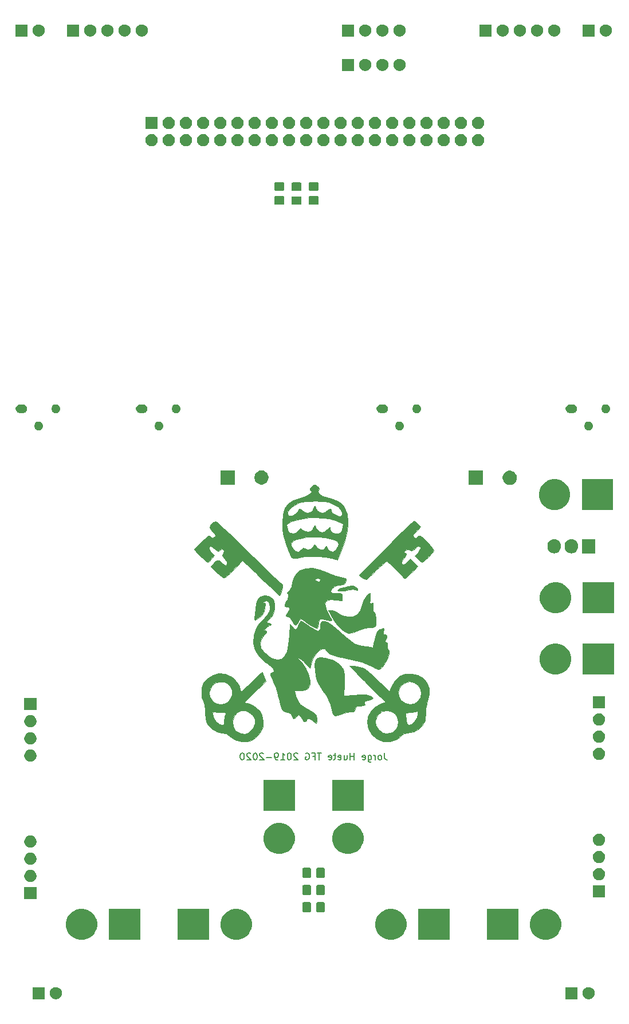
<source format=gbr>
G04 #@! TF.GenerationSoftware,KiCad,Pcbnew,(5.1.5)-3*
G04 #@! TF.CreationDate,2020-03-15T20:30:40+01:00*
G04 #@! TF.ProjectId,TFG_PCB,5446475f-5043-4422-9e6b-696361645f70,rev?*
G04 #@! TF.SameCoordinates,Original*
G04 #@! TF.FileFunction,Soldermask,Bot*
G04 #@! TF.FilePolarity,Negative*
%FSLAX46Y46*%
G04 Gerber Fmt 4.6, Leading zero omitted, Abs format (unit mm)*
G04 Created by KiCad (PCBNEW (5.1.5)-3) date 2020-03-15 20:30:40*
%MOMM*%
%LPD*%
G04 APERTURE LIST*
%ADD10C,0.150000*%
%ADD11C,0.010000*%
%ADD12C,0.100000*%
G04 APERTURE END LIST*
D10*
X91780000Y-134707380D02*
X91780000Y-135421666D01*
X91827619Y-135564523D01*
X91922857Y-135659761D01*
X92065714Y-135707380D01*
X92160952Y-135707380D01*
X91160952Y-135707380D02*
X91256190Y-135659761D01*
X91303809Y-135612142D01*
X91351428Y-135516904D01*
X91351428Y-135231190D01*
X91303809Y-135135952D01*
X91256190Y-135088333D01*
X91160952Y-135040714D01*
X91018095Y-135040714D01*
X90922857Y-135088333D01*
X90875238Y-135135952D01*
X90827619Y-135231190D01*
X90827619Y-135516904D01*
X90875238Y-135612142D01*
X90922857Y-135659761D01*
X91018095Y-135707380D01*
X91160952Y-135707380D01*
X90399047Y-135707380D02*
X90399047Y-135040714D01*
X90399047Y-135231190D02*
X90351428Y-135135952D01*
X90303809Y-135088333D01*
X90208571Y-135040714D01*
X90113333Y-135040714D01*
X89351428Y-135040714D02*
X89351428Y-135850238D01*
X89399047Y-135945476D01*
X89446666Y-135993095D01*
X89541904Y-136040714D01*
X89684761Y-136040714D01*
X89780000Y-135993095D01*
X89351428Y-135659761D02*
X89446666Y-135707380D01*
X89637142Y-135707380D01*
X89732380Y-135659761D01*
X89780000Y-135612142D01*
X89827619Y-135516904D01*
X89827619Y-135231190D01*
X89780000Y-135135952D01*
X89732380Y-135088333D01*
X89637142Y-135040714D01*
X89446666Y-135040714D01*
X89351428Y-135088333D01*
X88494285Y-135659761D02*
X88589523Y-135707380D01*
X88780000Y-135707380D01*
X88875238Y-135659761D01*
X88922857Y-135564523D01*
X88922857Y-135183571D01*
X88875238Y-135088333D01*
X88780000Y-135040714D01*
X88589523Y-135040714D01*
X88494285Y-135088333D01*
X88446666Y-135183571D01*
X88446666Y-135278809D01*
X88922857Y-135374047D01*
X87256190Y-135707380D02*
X87256190Y-134707380D01*
X87256190Y-135183571D02*
X86684761Y-135183571D01*
X86684761Y-135707380D02*
X86684761Y-134707380D01*
X85780000Y-135040714D02*
X85780000Y-135707380D01*
X86208571Y-135040714D02*
X86208571Y-135564523D01*
X86160952Y-135659761D01*
X86065714Y-135707380D01*
X85922857Y-135707380D01*
X85827619Y-135659761D01*
X85780000Y-135612142D01*
X84922857Y-135659761D02*
X85018095Y-135707380D01*
X85208571Y-135707380D01*
X85303809Y-135659761D01*
X85351428Y-135564523D01*
X85351428Y-135183571D01*
X85303809Y-135088333D01*
X85208571Y-135040714D01*
X85018095Y-135040714D01*
X84922857Y-135088333D01*
X84875238Y-135183571D01*
X84875238Y-135278809D01*
X85351428Y-135374047D01*
X84589523Y-135040714D02*
X84208571Y-135040714D01*
X84446666Y-134707380D02*
X84446666Y-135564523D01*
X84399047Y-135659761D01*
X84303809Y-135707380D01*
X84208571Y-135707380D01*
X83494285Y-135659761D02*
X83589523Y-135707380D01*
X83780000Y-135707380D01*
X83875238Y-135659761D01*
X83922857Y-135564523D01*
X83922857Y-135183571D01*
X83875238Y-135088333D01*
X83780000Y-135040714D01*
X83589523Y-135040714D01*
X83494285Y-135088333D01*
X83446666Y-135183571D01*
X83446666Y-135278809D01*
X83922857Y-135374047D01*
X82399047Y-134707380D02*
X81827619Y-134707380D01*
X82113333Y-135707380D02*
X82113333Y-134707380D01*
X81160952Y-135183571D02*
X81494285Y-135183571D01*
X81494285Y-135707380D02*
X81494285Y-134707380D01*
X81018095Y-134707380D01*
X80113333Y-134755000D02*
X80208571Y-134707380D01*
X80351428Y-134707380D01*
X80494285Y-134755000D01*
X80589523Y-134850238D01*
X80637142Y-134945476D01*
X80684761Y-135135952D01*
X80684761Y-135278809D01*
X80637142Y-135469285D01*
X80589523Y-135564523D01*
X80494285Y-135659761D01*
X80351428Y-135707380D01*
X80256190Y-135707380D01*
X80113333Y-135659761D01*
X80065714Y-135612142D01*
X80065714Y-135278809D01*
X80256190Y-135278809D01*
X78922857Y-134802619D02*
X78875238Y-134755000D01*
X78780000Y-134707380D01*
X78541904Y-134707380D01*
X78446666Y-134755000D01*
X78399047Y-134802619D01*
X78351428Y-134897857D01*
X78351428Y-134993095D01*
X78399047Y-135135952D01*
X78970476Y-135707380D01*
X78351428Y-135707380D01*
X77732380Y-134707380D02*
X77637142Y-134707380D01*
X77541904Y-134755000D01*
X77494285Y-134802619D01*
X77446666Y-134897857D01*
X77399047Y-135088333D01*
X77399047Y-135326428D01*
X77446666Y-135516904D01*
X77494285Y-135612142D01*
X77541904Y-135659761D01*
X77637142Y-135707380D01*
X77732380Y-135707380D01*
X77827619Y-135659761D01*
X77875238Y-135612142D01*
X77922857Y-135516904D01*
X77970476Y-135326428D01*
X77970476Y-135088333D01*
X77922857Y-134897857D01*
X77875238Y-134802619D01*
X77827619Y-134755000D01*
X77732380Y-134707380D01*
X76446666Y-135707380D02*
X77018095Y-135707380D01*
X76732380Y-135707380D02*
X76732380Y-134707380D01*
X76827619Y-134850238D01*
X76922857Y-134945476D01*
X77018095Y-134993095D01*
X75970476Y-135707380D02*
X75780000Y-135707380D01*
X75684761Y-135659761D01*
X75637142Y-135612142D01*
X75541904Y-135469285D01*
X75494285Y-135278809D01*
X75494285Y-134897857D01*
X75541904Y-134802619D01*
X75589523Y-134755000D01*
X75684761Y-134707380D01*
X75875238Y-134707380D01*
X75970476Y-134755000D01*
X76018095Y-134802619D01*
X76065714Y-134897857D01*
X76065714Y-135135952D01*
X76018095Y-135231190D01*
X75970476Y-135278809D01*
X75875238Y-135326428D01*
X75684761Y-135326428D01*
X75589523Y-135278809D01*
X75541904Y-135231190D01*
X75494285Y-135135952D01*
X75065714Y-135326428D02*
X74303809Y-135326428D01*
X73875238Y-134802619D02*
X73827619Y-134755000D01*
X73732380Y-134707380D01*
X73494285Y-134707380D01*
X73399047Y-134755000D01*
X73351428Y-134802619D01*
X73303809Y-134897857D01*
X73303809Y-134993095D01*
X73351428Y-135135952D01*
X73922857Y-135707380D01*
X73303809Y-135707380D01*
X72684761Y-134707380D02*
X72589523Y-134707380D01*
X72494285Y-134755000D01*
X72446666Y-134802619D01*
X72399047Y-134897857D01*
X72351428Y-135088333D01*
X72351428Y-135326428D01*
X72399047Y-135516904D01*
X72446666Y-135612142D01*
X72494285Y-135659761D01*
X72589523Y-135707380D01*
X72684761Y-135707380D01*
X72780000Y-135659761D01*
X72827619Y-135612142D01*
X72875238Y-135516904D01*
X72922857Y-135326428D01*
X72922857Y-135088333D01*
X72875238Y-134897857D01*
X72827619Y-134802619D01*
X72780000Y-134755000D01*
X72684761Y-134707380D01*
X71970476Y-134802619D02*
X71922857Y-134755000D01*
X71827619Y-134707380D01*
X71589523Y-134707380D01*
X71494285Y-134755000D01*
X71446666Y-134802619D01*
X71399047Y-134897857D01*
X71399047Y-134993095D01*
X71446666Y-135135952D01*
X72018095Y-135707380D01*
X71399047Y-135707380D01*
X70780000Y-134707380D02*
X70684761Y-134707380D01*
X70589523Y-134755000D01*
X70541904Y-134802619D01*
X70494285Y-134897857D01*
X70446666Y-135088333D01*
X70446666Y-135326428D01*
X70494285Y-135516904D01*
X70541904Y-135612142D01*
X70589523Y-135659761D01*
X70684761Y-135707380D01*
X70780000Y-135707380D01*
X70875238Y-135659761D01*
X70922857Y-135612142D01*
X70970476Y-135516904D01*
X71018095Y-135326428D01*
X71018095Y-135088333D01*
X70970476Y-134897857D01*
X70922857Y-134802619D01*
X70875238Y-134755000D01*
X70780000Y-134707380D01*
D11*
G36*
X81069229Y-95253246D02*
G01*
X80962998Y-95350827D01*
X80716650Y-95613719D01*
X80713227Y-95778811D01*
X80855079Y-95905233D01*
X81005961Y-96063034D01*
X80932549Y-96228727D01*
X80653677Y-96455026D01*
X80205854Y-96700953D01*
X79603656Y-96930337D01*
X79290301Y-97018184D01*
X78273364Y-97362728D01*
X77523220Y-97863781D01*
X77016128Y-98554758D01*
X76728351Y-99469070D01*
X76636147Y-100640132D01*
X76636575Y-100753334D01*
X76672276Y-101599659D01*
X76780412Y-102351092D01*
X76988579Y-103157747D01*
X77196900Y-103801334D01*
X77508355Y-104699670D01*
X77754346Y-105319259D01*
X77975606Y-105702940D01*
X78212874Y-105893549D01*
X78506884Y-105933924D01*
X78898371Y-105866903D01*
X79111373Y-105814588D01*
X79948823Y-105675898D01*
X80970097Y-105613279D01*
X82049178Y-105624977D01*
X83060046Y-105709241D01*
X83876685Y-105864318D01*
X83936318Y-105881679D01*
X84814637Y-106147402D01*
X85331543Y-104905738D01*
X85734198Y-103780770D01*
X85005333Y-103780770D01*
X84907411Y-104114561D01*
X84672419Y-104508212D01*
X84388516Y-104839539D01*
X84143863Y-104986357D01*
X84135244Y-104986667D01*
X83860563Y-104912916D01*
X83639534Y-104811376D01*
X83375529Y-104568410D01*
X83312000Y-104388042D01*
X83223587Y-104164592D01*
X83039717Y-104198910D01*
X82912098Y-104394000D01*
X82678145Y-104608137D01*
X82303275Y-104629341D01*
X81915395Y-104470662D01*
X81712935Y-104271656D01*
X81449333Y-103895311D01*
X81185731Y-104271656D01*
X80817673Y-104566709D01*
X80367983Y-104638837D01*
X79979959Y-104465522D01*
X79976133Y-104461734D01*
X79758919Y-104396377D01*
X79456714Y-104608883D01*
X79434266Y-104631067D01*
X79019680Y-104933336D01*
X78653820Y-104916964D01*
X78273570Y-104577148D01*
X78244290Y-104540497D01*
X77961796Y-104070169D01*
X77941444Y-103686587D01*
X78200025Y-103374921D01*
X78754331Y-103120339D01*
X79621154Y-102908009D01*
X80204910Y-102808772D01*
X81101860Y-102728175D01*
X82030720Y-102741029D01*
X82930106Y-102834903D01*
X83738631Y-102997368D01*
X84394911Y-103215995D01*
X84837561Y-103478355D01*
X85005195Y-103772018D01*
X85005333Y-103780770D01*
X85734198Y-103780770D01*
X85908543Y-103293672D01*
X86248163Y-101814299D01*
X86315903Y-100933163D01*
X85618369Y-100933163D01*
X85604404Y-101239978D01*
X85585549Y-101332587D01*
X85453407Y-101771891D01*
X85303712Y-102065667D01*
X84994663Y-102228247D01*
X84538056Y-102267782D01*
X84105112Y-102175586D01*
X84020409Y-102130789D01*
X83800491Y-101854297D01*
X83737031Y-101667715D01*
X83681089Y-101385249D01*
X83663622Y-101311364D01*
X83550221Y-101393252D01*
X83288341Y-101639444D01*
X83235030Y-101692364D01*
X82871371Y-101976807D01*
X82548457Y-102107126D01*
X82528697Y-102108000D01*
X82159415Y-101987540D01*
X81812526Y-101705249D01*
X81624996Y-101379766D01*
X81618666Y-101319756D01*
X81518191Y-101111798D01*
X81449333Y-101092000D01*
X81294719Y-101227140D01*
X81280000Y-101319756D01*
X81164002Y-101598479D01*
X80953468Y-101843018D01*
X80509407Y-102037380D01*
X79985124Y-101935338D01*
X79567354Y-101659227D01*
X79350404Y-101527356D01*
X79167444Y-101633618D01*
X79013117Y-101848589D01*
X78617345Y-102205600D01*
X78248830Y-102277334D01*
X77792951Y-102194298D01*
X77502272Y-101903033D01*
X77314736Y-101340302D01*
X77310645Y-101321329D01*
X77263735Y-100986825D01*
X77356241Y-100785600D01*
X77660813Y-100623513D01*
X77926091Y-100523815D01*
X78890648Y-100207567D01*
X79750477Y-100017626D01*
X80662604Y-99927216D01*
X81534000Y-99908556D01*
X82683597Y-99946093D01*
X83626783Y-100073596D01*
X84488993Y-100313402D01*
X85054769Y-100535496D01*
X85459650Y-100735117D01*
X85618369Y-100933163D01*
X86315903Y-100933163D01*
X86349924Y-100490644D01*
X86213343Y-99345730D01*
X86160655Y-99213356D01*
X85492048Y-99213356D01*
X85456481Y-99471910D01*
X85295308Y-99691046D01*
X85013079Y-99701843D01*
X84539346Y-99504816D01*
X84488924Y-99478985D01*
X84147771Y-99269839D01*
X83988270Y-99107672D01*
X83986740Y-99097985D01*
X83903641Y-98861399D01*
X83835343Y-98740361D01*
X83684250Y-98616968D01*
X83461241Y-98724451D01*
X83298006Y-98867361D01*
X82915811Y-99127550D01*
X82573737Y-99229334D01*
X82176893Y-99111902D01*
X81816151Y-98832979D01*
X81624858Y-98502619D01*
X81618666Y-98441089D01*
X81518191Y-98233131D01*
X81449333Y-98213334D01*
X81302888Y-98352026D01*
X81280000Y-98490999D01*
X81131200Y-98842390D01*
X80765859Y-99118207D01*
X80338263Y-99223948D01*
X79960596Y-99116603D01*
X79625677Y-98890667D01*
X79282678Y-98609650D01*
X79113504Y-98583141D01*
X79078666Y-98728414D01*
X78931552Y-99075025D01*
X78571728Y-99394867D01*
X78121479Y-99611407D01*
X77703087Y-99648115D01*
X77639333Y-99629236D01*
X77410602Y-99412817D01*
X77440683Y-99081428D01*
X77692854Y-98685486D01*
X78130391Y-98275411D01*
X78716570Y-97901619D01*
X78994000Y-97769410D01*
X79478103Y-97615290D01*
X80112518Y-97522050D01*
X80973255Y-97480638D01*
X81453409Y-97476499D01*
X82312655Y-97487098D01*
X82935081Y-97529903D01*
X83422140Y-97620821D01*
X83875287Y-97775762D01*
X84162743Y-97901317D01*
X84851426Y-98304658D01*
X85307107Y-98757276D01*
X85492048Y-99213356D01*
X86160655Y-99213356D01*
X85837942Y-98402583D01*
X85477360Y-97921042D01*
X85093477Y-97637228D01*
X84509888Y-97334702D01*
X83857322Y-97068979D01*
X83266506Y-96895577D01*
X82975705Y-96858667D01*
X82620923Y-96759194D01*
X82274212Y-96518201D01*
X82021622Y-96221824D01*
X81949201Y-95956198D01*
X81992882Y-95874851D01*
X82077520Y-95655056D01*
X81893594Y-95357990D01*
X81876287Y-95338668D01*
X81592739Y-95067242D01*
X81366379Y-95038200D01*
X81069229Y-95253246D01*
G37*
X81069229Y-95253246D02*
X80962998Y-95350827D01*
X80716650Y-95613719D01*
X80713227Y-95778811D01*
X80855079Y-95905233D01*
X81005961Y-96063034D01*
X80932549Y-96228727D01*
X80653677Y-96455026D01*
X80205854Y-96700953D01*
X79603656Y-96930337D01*
X79290301Y-97018184D01*
X78273364Y-97362728D01*
X77523220Y-97863781D01*
X77016128Y-98554758D01*
X76728351Y-99469070D01*
X76636147Y-100640132D01*
X76636575Y-100753334D01*
X76672276Y-101599659D01*
X76780412Y-102351092D01*
X76988579Y-103157747D01*
X77196900Y-103801334D01*
X77508355Y-104699670D01*
X77754346Y-105319259D01*
X77975606Y-105702940D01*
X78212874Y-105893549D01*
X78506884Y-105933924D01*
X78898371Y-105866903D01*
X79111373Y-105814588D01*
X79948823Y-105675898D01*
X80970097Y-105613279D01*
X82049178Y-105624977D01*
X83060046Y-105709241D01*
X83876685Y-105864318D01*
X83936318Y-105881679D01*
X84814637Y-106147402D01*
X85331543Y-104905738D01*
X85734198Y-103780770D01*
X85005333Y-103780770D01*
X84907411Y-104114561D01*
X84672419Y-104508212D01*
X84388516Y-104839539D01*
X84143863Y-104986357D01*
X84135244Y-104986667D01*
X83860563Y-104912916D01*
X83639534Y-104811376D01*
X83375529Y-104568410D01*
X83312000Y-104388042D01*
X83223587Y-104164592D01*
X83039717Y-104198910D01*
X82912098Y-104394000D01*
X82678145Y-104608137D01*
X82303275Y-104629341D01*
X81915395Y-104470662D01*
X81712935Y-104271656D01*
X81449333Y-103895311D01*
X81185731Y-104271656D01*
X80817673Y-104566709D01*
X80367983Y-104638837D01*
X79979959Y-104465522D01*
X79976133Y-104461734D01*
X79758919Y-104396377D01*
X79456714Y-104608883D01*
X79434266Y-104631067D01*
X79019680Y-104933336D01*
X78653820Y-104916964D01*
X78273570Y-104577148D01*
X78244290Y-104540497D01*
X77961796Y-104070169D01*
X77941444Y-103686587D01*
X78200025Y-103374921D01*
X78754331Y-103120339D01*
X79621154Y-102908009D01*
X80204910Y-102808772D01*
X81101860Y-102728175D01*
X82030720Y-102741029D01*
X82930106Y-102834903D01*
X83738631Y-102997368D01*
X84394911Y-103215995D01*
X84837561Y-103478355D01*
X85005195Y-103772018D01*
X85005333Y-103780770D01*
X85734198Y-103780770D01*
X85908543Y-103293672D01*
X86248163Y-101814299D01*
X86315903Y-100933163D01*
X85618369Y-100933163D01*
X85604404Y-101239978D01*
X85585549Y-101332587D01*
X85453407Y-101771891D01*
X85303712Y-102065667D01*
X84994663Y-102228247D01*
X84538056Y-102267782D01*
X84105112Y-102175586D01*
X84020409Y-102130789D01*
X83800491Y-101854297D01*
X83737031Y-101667715D01*
X83681089Y-101385249D01*
X83663622Y-101311364D01*
X83550221Y-101393252D01*
X83288341Y-101639444D01*
X83235030Y-101692364D01*
X82871371Y-101976807D01*
X82548457Y-102107126D01*
X82528697Y-102108000D01*
X82159415Y-101987540D01*
X81812526Y-101705249D01*
X81624996Y-101379766D01*
X81618666Y-101319756D01*
X81518191Y-101111798D01*
X81449333Y-101092000D01*
X81294719Y-101227140D01*
X81280000Y-101319756D01*
X81164002Y-101598479D01*
X80953468Y-101843018D01*
X80509407Y-102037380D01*
X79985124Y-101935338D01*
X79567354Y-101659227D01*
X79350404Y-101527356D01*
X79167444Y-101633618D01*
X79013117Y-101848589D01*
X78617345Y-102205600D01*
X78248830Y-102277334D01*
X77792951Y-102194298D01*
X77502272Y-101903033D01*
X77314736Y-101340302D01*
X77310645Y-101321329D01*
X77263735Y-100986825D01*
X77356241Y-100785600D01*
X77660813Y-100623513D01*
X77926091Y-100523815D01*
X78890648Y-100207567D01*
X79750477Y-100017626D01*
X80662604Y-99927216D01*
X81534000Y-99908556D01*
X82683597Y-99946093D01*
X83626783Y-100073596D01*
X84488993Y-100313402D01*
X85054769Y-100535496D01*
X85459650Y-100735117D01*
X85618369Y-100933163D01*
X86315903Y-100933163D01*
X86349924Y-100490644D01*
X86213343Y-99345730D01*
X86160655Y-99213356D01*
X85492048Y-99213356D01*
X85456481Y-99471910D01*
X85295308Y-99691046D01*
X85013079Y-99701843D01*
X84539346Y-99504816D01*
X84488924Y-99478985D01*
X84147771Y-99269839D01*
X83988270Y-99107672D01*
X83986740Y-99097985D01*
X83903641Y-98861399D01*
X83835343Y-98740361D01*
X83684250Y-98616968D01*
X83461241Y-98724451D01*
X83298006Y-98867361D01*
X82915811Y-99127550D01*
X82573737Y-99229334D01*
X82176893Y-99111902D01*
X81816151Y-98832979D01*
X81624858Y-98502619D01*
X81618666Y-98441089D01*
X81518191Y-98233131D01*
X81449333Y-98213334D01*
X81302888Y-98352026D01*
X81280000Y-98490999D01*
X81131200Y-98842390D01*
X80765859Y-99118207D01*
X80338263Y-99223948D01*
X79960596Y-99116603D01*
X79625677Y-98890667D01*
X79282678Y-98609650D01*
X79113504Y-98583141D01*
X79078666Y-98728414D01*
X78931552Y-99075025D01*
X78571728Y-99394867D01*
X78121479Y-99611407D01*
X77703087Y-99648115D01*
X77639333Y-99629236D01*
X77410602Y-99412817D01*
X77440683Y-99081428D01*
X77692854Y-98685486D01*
X78130391Y-98275411D01*
X78716570Y-97901619D01*
X78994000Y-97769410D01*
X79478103Y-97615290D01*
X80112518Y-97522050D01*
X80973255Y-97480638D01*
X81453409Y-97476499D01*
X82312655Y-97487098D01*
X82935081Y-97529903D01*
X83422140Y-97620821D01*
X83875287Y-97775762D01*
X84162743Y-97901317D01*
X84851426Y-98304658D01*
X85307107Y-98757276D01*
X85492048Y-99213356D01*
X86160655Y-99213356D01*
X85837942Y-98402583D01*
X85477360Y-97921042D01*
X85093477Y-97637228D01*
X84509888Y-97334702D01*
X83857322Y-97068979D01*
X83266506Y-96895577D01*
X82975705Y-96858667D01*
X82620923Y-96759194D01*
X82274212Y-96518201D01*
X82021622Y-96221824D01*
X81949201Y-95956198D01*
X81992882Y-95874851D01*
X82077520Y-95655056D01*
X81893594Y-95357990D01*
X81876287Y-95338668D01*
X81592739Y-95067242D01*
X81366379Y-95038200D01*
X81069229Y-95253246D01*
G36*
X95945233Y-100529794D02*
G01*
X95585612Y-100852381D01*
X95058430Y-101348234D01*
X94398035Y-101983160D01*
X93638776Y-102722967D01*
X92814999Y-103533460D01*
X91961055Y-104380448D01*
X91111290Y-105229737D01*
X90300054Y-106047133D01*
X89561693Y-106798444D01*
X88930557Y-107449477D01*
X88440994Y-107966039D01*
X88127352Y-108313936D01*
X88023644Y-108457474D01*
X88163655Y-108606185D01*
X88475886Y-108808091D01*
X88821319Y-108982870D01*
X89050328Y-109050667D01*
X89207294Y-108937563D01*
X89548540Y-108630604D01*
X90021822Y-108178321D01*
X90508666Y-107696000D01*
X91064196Y-107153871D01*
X91545442Y-106715028D01*
X91896508Y-106428517D01*
X92052623Y-106341334D01*
X92244142Y-106458719D01*
X92603565Y-106775340D01*
X93073145Y-107237891D01*
X93428469Y-107611334D01*
X93935720Y-108142240D01*
X94366550Y-108564187D01*
X94665150Y-108824140D01*
X94764991Y-108881334D01*
X94952733Y-108768621D01*
X95302651Y-108471084D01*
X95743870Y-108049626D01*
X95808031Y-107985072D01*
X96693159Y-107088810D01*
X96130363Y-106543326D01*
X95567566Y-105997843D01*
X95167599Y-106423588D01*
X94837951Y-106713163D01*
X94570864Y-106848071D01*
X94553143Y-106849334D01*
X94275060Y-106747225D01*
X94251741Y-106478581D01*
X94483115Y-106099924D01*
X94554169Y-106021974D01*
X94911920Y-105567873D01*
X94970072Y-105261867D01*
X94784333Y-105112982D01*
X94662073Y-104999928D01*
X94797192Y-104769693D01*
X95035180Y-104592700D01*
X95354662Y-104651003D01*
X95435298Y-104686085D01*
X95777660Y-104781125D01*
X96052927Y-104644743D01*
X96191036Y-104507263D01*
X96513698Y-104240819D01*
X96770603Y-104140000D01*
X97062136Y-104234139D01*
X97082579Y-104493460D01*
X96834272Y-104883316D01*
X96711372Y-105016822D01*
X96197602Y-105542319D01*
X96654584Y-106026493D01*
X96989044Y-106337087D01*
X97247553Y-106502386D01*
X97287815Y-106510667D01*
X97504279Y-106396004D01*
X97849099Y-106103499D01*
X98248642Y-105710374D01*
X98629274Y-105293852D01*
X98917363Y-104931155D01*
X99039274Y-104699507D01*
X99037304Y-104675893D01*
X98897706Y-104480411D01*
X98579965Y-104112046D01*
X98143769Y-103639021D01*
X97979958Y-103467381D01*
X97492122Y-102969357D01*
X97174150Y-102684127D01*
X96965012Y-102576731D01*
X96803677Y-102612207D01*
X96670801Y-102717438D01*
X96391216Y-102902102D01*
X96153321Y-102829456D01*
X96092044Y-102781497D01*
X95964841Y-102625692D01*
X96004411Y-102437703D01*
X96243714Y-102139701D01*
X96459429Y-101913991D01*
X97091789Y-101266395D01*
X96691711Y-100840531D01*
X96369983Y-100551665D01*
X96119850Y-100416110D01*
X96102944Y-100414667D01*
X95945233Y-100529794D01*
G37*
X95945233Y-100529794D02*
X95585612Y-100852381D01*
X95058430Y-101348234D01*
X94398035Y-101983160D01*
X93638776Y-102722967D01*
X92814999Y-103533460D01*
X91961055Y-104380448D01*
X91111290Y-105229737D01*
X90300054Y-106047133D01*
X89561693Y-106798444D01*
X88930557Y-107449477D01*
X88440994Y-107966039D01*
X88127352Y-108313936D01*
X88023644Y-108457474D01*
X88163655Y-108606185D01*
X88475886Y-108808091D01*
X88821319Y-108982870D01*
X89050328Y-109050667D01*
X89207294Y-108937563D01*
X89548540Y-108630604D01*
X90021822Y-108178321D01*
X90508666Y-107696000D01*
X91064196Y-107153871D01*
X91545442Y-106715028D01*
X91896508Y-106428517D01*
X92052623Y-106341334D01*
X92244142Y-106458719D01*
X92603565Y-106775340D01*
X93073145Y-107237891D01*
X93428469Y-107611334D01*
X93935720Y-108142240D01*
X94366550Y-108564187D01*
X94665150Y-108824140D01*
X94764991Y-108881334D01*
X94952733Y-108768621D01*
X95302651Y-108471084D01*
X95743870Y-108049626D01*
X95808031Y-107985072D01*
X96693159Y-107088810D01*
X96130363Y-106543326D01*
X95567566Y-105997843D01*
X95167599Y-106423588D01*
X94837951Y-106713163D01*
X94570864Y-106848071D01*
X94553143Y-106849334D01*
X94275060Y-106747225D01*
X94251741Y-106478581D01*
X94483115Y-106099924D01*
X94554169Y-106021974D01*
X94911920Y-105567873D01*
X94970072Y-105261867D01*
X94784333Y-105112982D01*
X94662073Y-104999928D01*
X94797192Y-104769693D01*
X95035180Y-104592700D01*
X95354662Y-104651003D01*
X95435298Y-104686085D01*
X95777660Y-104781125D01*
X96052927Y-104644743D01*
X96191036Y-104507263D01*
X96513698Y-104240819D01*
X96770603Y-104140000D01*
X97062136Y-104234139D01*
X97082579Y-104493460D01*
X96834272Y-104883316D01*
X96711372Y-105016822D01*
X96197602Y-105542319D01*
X96654584Y-106026493D01*
X96989044Y-106337087D01*
X97247553Y-106502386D01*
X97287815Y-106510667D01*
X97504279Y-106396004D01*
X97849099Y-106103499D01*
X98248642Y-105710374D01*
X98629274Y-105293852D01*
X98917363Y-104931155D01*
X99039274Y-104699507D01*
X99037304Y-104675893D01*
X98897706Y-104480411D01*
X98579965Y-104112046D01*
X98143769Y-103639021D01*
X97979958Y-103467381D01*
X97492122Y-102969357D01*
X97174150Y-102684127D01*
X96965012Y-102576731D01*
X96803677Y-102612207D01*
X96670801Y-102717438D01*
X96391216Y-102902102D01*
X96153321Y-102829456D01*
X96092044Y-102781497D01*
X95964841Y-102625692D01*
X96004411Y-102437703D01*
X96243714Y-102139701D01*
X96459429Y-101913991D01*
X97091789Y-101266395D01*
X96691711Y-100840531D01*
X96369983Y-100551665D01*
X96119850Y-100416110D01*
X96102944Y-100414667D01*
X95945233Y-100529794D01*
G36*
X86377301Y-110061846D02*
G01*
X85839167Y-110186543D01*
X85334400Y-110339231D01*
X84965987Y-110492785D01*
X84836000Y-110612197D01*
X84985340Y-110710158D01*
X85369116Y-110738300D01*
X85890960Y-110699357D01*
X86454506Y-110596068D01*
X86583216Y-110562574D01*
X87105459Y-110467724D01*
X87423707Y-110546620D01*
X87457141Y-110571741D01*
X87700551Y-110661613D01*
X87782393Y-110602076D01*
X87750703Y-110375185D01*
X87439381Y-110134698D01*
X87141714Y-110004921D01*
X86845812Y-109992264D01*
X86377301Y-110061846D01*
G37*
X86377301Y-110061846D02*
X85839167Y-110186543D01*
X85334400Y-110339231D01*
X84965987Y-110492785D01*
X84836000Y-110612197D01*
X84985340Y-110710158D01*
X85369116Y-110738300D01*
X85890960Y-110699357D01*
X86454506Y-110596068D01*
X86583216Y-110562574D01*
X87105459Y-110467724D01*
X87423707Y-110546620D01*
X87457141Y-110571741D01*
X87700551Y-110661613D01*
X87782393Y-110602076D01*
X87750703Y-110375185D01*
X87439381Y-110134698D01*
X87141714Y-110004921D01*
X86845812Y-109992264D01*
X86377301Y-110061846D01*
G36*
X66530373Y-100551379D02*
G01*
X66289036Y-100757997D01*
X65978877Y-101095596D01*
X65906449Y-101373843D01*
X66079377Y-101692891D01*
X66385938Y-102030836D01*
X66694013Y-102374872D01*
X66781108Y-102583088D01*
X66677645Y-102746585D01*
X66636762Y-102781934D01*
X66384444Y-102908929D01*
X66125830Y-102776814D01*
X66070274Y-102728064D01*
X65911260Y-102615401D01*
X65743144Y-102614766D01*
X65508050Y-102760458D01*
X65148103Y-103086775D01*
X64681789Y-103550910D01*
X63595344Y-104647098D01*
X64515554Y-105578882D01*
X64974529Y-106021005D01*
X65355529Y-106346903D01*
X65588328Y-106497437D01*
X65610882Y-106501298D01*
X65820895Y-106373121D01*
X66118952Y-106067875D01*
X66188596Y-105982772D01*
X66591193Y-105473615D01*
X66127765Y-104989901D01*
X65836413Y-104587603D01*
X65800008Y-104288775D01*
X66019935Y-104145484D01*
X66105143Y-104140000D01*
X66358820Y-104254331D01*
X66687938Y-104532633D01*
X66717095Y-104563080D01*
X67001064Y-104834958D01*
X67193663Y-104874427D01*
X67423363Y-104706693D01*
X67427947Y-104702548D01*
X67710947Y-104521591D01*
X67929894Y-104607896D01*
X67944761Y-104622361D01*
X68059915Y-104856668D01*
X67928116Y-105178173D01*
X67927389Y-105179338D01*
X67810963Y-105446165D01*
X67886379Y-105688926D01*
X68148562Y-105994207D01*
X68452350Y-106421425D01*
X68482482Y-106737095D01*
X68337804Y-106973456D01*
X68136480Y-106958894D01*
X67815613Y-106681509D01*
X67733333Y-106595334D01*
X67359632Y-106265900D01*
X67051008Y-106213952D01*
X66711733Y-106444844D01*
X66504173Y-106664113D01*
X66065699Y-107156225D01*
X66857183Y-107901179D01*
X67306757Y-108312750D01*
X67682649Y-108636431D01*
X67877929Y-108784601D01*
X68087367Y-108757165D01*
X68460716Y-108503633D01*
X69016933Y-108009615D01*
X69436390Y-107601667D01*
X70765589Y-106280263D01*
X71662461Y-107110539D01*
X72126839Y-107546318D01*
X72755951Y-108144801D01*
X73472359Y-108831948D01*
X74198624Y-109533720D01*
X74306786Y-109638741D01*
X74940349Y-110248405D01*
X75492507Y-110768583D01*
X75915884Y-111155484D01*
X76163100Y-111365317D01*
X76200929Y-111389492D01*
X76333097Y-111278517D01*
X76483991Y-110937059D01*
X76526866Y-110796826D01*
X76667010Y-110226454D01*
X76687287Y-109886966D01*
X76583106Y-109690801D01*
X76464551Y-109608588D01*
X76277239Y-109454878D01*
X75886469Y-109099203D01*
X75330081Y-108577236D01*
X74645914Y-107924649D01*
X73871806Y-107177114D01*
X73458884Y-106775016D01*
X71931018Y-105285637D01*
X70590531Y-103984321D01*
X69446246Y-102879518D01*
X68506983Y-101979679D01*
X67781564Y-101293257D01*
X67278809Y-100828701D01*
X67008702Y-100595352D01*
X66766548Y-100469179D01*
X66530373Y-100551379D01*
G37*
X66530373Y-100551379D02*
X66289036Y-100757997D01*
X65978877Y-101095596D01*
X65906449Y-101373843D01*
X66079377Y-101692891D01*
X66385938Y-102030836D01*
X66694013Y-102374872D01*
X66781108Y-102583088D01*
X66677645Y-102746585D01*
X66636762Y-102781934D01*
X66384444Y-102908929D01*
X66125830Y-102776814D01*
X66070274Y-102728064D01*
X65911260Y-102615401D01*
X65743144Y-102614766D01*
X65508050Y-102760458D01*
X65148103Y-103086775D01*
X64681789Y-103550910D01*
X63595344Y-104647098D01*
X64515554Y-105578882D01*
X64974529Y-106021005D01*
X65355529Y-106346903D01*
X65588328Y-106497437D01*
X65610882Y-106501298D01*
X65820895Y-106373121D01*
X66118952Y-106067875D01*
X66188596Y-105982772D01*
X66591193Y-105473615D01*
X66127765Y-104989901D01*
X65836413Y-104587603D01*
X65800008Y-104288775D01*
X66019935Y-104145484D01*
X66105143Y-104140000D01*
X66358820Y-104254331D01*
X66687938Y-104532633D01*
X66717095Y-104563080D01*
X67001064Y-104834958D01*
X67193663Y-104874427D01*
X67423363Y-104706693D01*
X67427947Y-104702548D01*
X67710947Y-104521591D01*
X67929894Y-104607896D01*
X67944761Y-104622361D01*
X68059915Y-104856668D01*
X67928116Y-105178173D01*
X67927389Y-105179338D01*
X67810963Y-105446165D01*
X67886379Y-105688926D01*
X68148562Y-105994207D01*
X68452350Y-106421425D01*
X68482482Y-106737095D01*
X68337804Y-106973456D01*
X68136480Y-106958894D01*
X67815613Y-106681509D01*
X67733333Y-106595334D01*
X67359632Y-106265900D01*
X67051008Y-106213952D01*
X66711733Y-106444844D01*
X66504173Y-106664113D01*
X66065699Y-107156225D01*
X66857183Y-107901179D01*
X67306757Y-108312750D01*
X67682649Y-108636431D01*
X67877929Y-108784601D01*
X68087367Y-108757165D01*
X68460716Y-108503633D01*
X69016933Y-108009615D01*
X69436390Y-107601667D01*
X70765589Y-106280263D01*
X71662461Y-107110539D01*
X72126839Y-107546318D01*
X72755951Y-108144801D01*
X73472359Y-108831948D01*
X74198624Y-109533720D01*
X74306786Y-109638741D01*
X74940349Y-110248405D01*
X75492507Y-110768583D01*
X75915884Y-111155484D01*
X76163100Y-111365317D01*
X76200929Y-111389492D01*
X76333097Y-111278517D01*
X76483991Y-110937059D01*
X76526866Y-110796826D01*
X76667010Y-110226454D01*
X76687287Y-109886966D01*
X76583106Y-109690801D01*
X76464551Y-109608588D01*
X76277239Y-109454878D01*
X75886469Y-109099203D01*
X75330081Y-108577236D01*
X74645914Y-107924649D01*
X73871806Y-107177114D01*
X73458884Y-106775016D01*
X71931018Y-105285637D01*
X70590531Y-103984321D01*
X69446246Y-102879518D01*
X68506983Y-101979679D01*
X67781564Y-101293257D01*
X67278809Y-100828701D01*
X67008702Y-100595352D01*
X66766548Y-100469179D01*
X66530373Y-100551379D01*
G36*
X80146827Y-107412944D02*
G01*
X79338017Y-107702563D01*
X78706771Y-108223349D01*
X78288314Y-108964923D01*
X78148691Y-109548791D01*
X78010609Y-110167081D01*
X77768720Y-110570239D01*
X77581499Y-110735803D01*
X77337775Y-110958473D01*
X77318072Y-111073342D01*
X77343000Y-111077302D01*
X77518399Y-111214552D01*
X77540285Y-111544726D01*
X77420011Y-111964920D01*
X77204996Y-112328196D01*
X76972184Y-112744519D01*
X77029560Y-113013803D01*
X77371895Y-113114448D01*
X77395327Y-113114667D01*
X77670243Y-113216212D01*
X77681746Y-113502950D01*
X77430493Y-113948035D01*
X77373043Y-114023164D01*
X77155751Y-114338311D01*
X77194512Y-114482441D01*
X77517363Y-114534945D01*
X77554666Y-114537459D01*
X77782144Y-114688239D01*
X78042172Y-115044948D01*
X78118946Y-115189000D01*
X78387424Y-115651707D01*
X78607276Y-115802374D01*
X78814830Y-115656800D01*
X78897705Y-115527667D01*
X79170128Y-115077287D01*
X79377677Y-114896563D01*
X79624365Y-114961601D01*
X80014205Y-115248507D01*
X80036525Y-115266050D01*
X80612198Y-115682064D01*
X81146581Y-116004905D01*
X81570676Y-116198692D01*
X81815485Y-116227540D01*
X81840817Y-116204379D01*
X81915185Y-115968383D01*
X82008758Y-115542820D01*
X82030377Y-115427308D01*
X82128351Y-115011606D01*
X82269539Y-114853483D01*
X82534149Y-114873876D01*
X82580372Y-114885159D01*
X83301400Y-115051744D01*
X83745282Y-115115193D01*
X83956193Y-115079374D01*
X83989333Y-115008494D01*
X83864413Y-114761060D01*
X83802368Y-114712436D01*
X83582348Y-114449936D01*
X83339647Y-113982097D01*
X83126586Y-113433834D01*
X82995491Y-112930065D01*
X82977052Y-112742081D01*
X83059734Y-112345154D01*
X83343473Y-112113346D01*
X83869960Y-112028215D01*
X84527387Y-112056301D01*
X85513333Y-112145704D01*
X85513333Y-111614185D01*
X85496612Y-111299601D01*
X85388171Y-111142738D01*
X85100591Y-111088717D01*
X84666666Y-111082667D01*
X84157604Y-111064182D01*
X83903806Y-110987381D01*
X83822894Y-110820248D01*
X83820000Y-110753602D01*
X83972846Y-110376810D01*
X84365521Y-110072323D01*
X84899224Y-109907202D01*
X85085344Y-109894741D01*
X85629777Y-109828432D01*
X85927770Y-109601736D01*
X86046215Y-109221656D01*
X86048641Y-109138460D01*
X82282307Y-109138460D01*
X82183111Y-109276445D01*
X82056160Y-109375762D01*
X81883702Y-109348927D01*
X81717183Y-109286550D01*
X81469767Y-109112371D01*
X81527859Y-108952919D01*
X81863384Y-108881365D01*
X81872666Y-108881334D01*
X82222106Y-108951652D01*
X82282307Y-109138460D01*
X86048641Y-109138460D01*
X86053476Y-108972689D01*
X85932913Y-108830004D01*
X85606616Y-108743466D01*
X85220349Y-108690226D01*
X84588091Y-108547850D01*
X83847848Y-108289957D01*
X83286386Y-108034887D01*
X82156237Y-107568726D01*
X81097976Y-107364872D01*
X80146827Y-107412944D01*
G37*
X80146827Y-107412944D02*
X79338017Y-107702563D01*
X78706771Y-108223349D01*
X78288314Y-108964923D01*
X78148691Y-109548791D01*
X78010609Y-110167081D01*
X77768720Y-110570239D01*
X77581499Y-110735803D01*
X77337775Y-110958473D01*
X77318072Y-111073342D01*
X77343000Y-111077302D01*
X77518399Y-111214552D01*
X77540285Y-111544726D01*
X77420011Y-111964920D01*
X77204996Y-112328196D01*
X76972184Y-112744519D01*
X77029560Y-113013803D01*
X77371895Y-113114448D01*
X77395327Y-113114667D01*
X77670243Y-113216212D01*
X77681746Y-113502950D01*
X77430493Y-113948035D01*
X77373043Y-114023164D01*
X77155751Y-114338311D01*
X77194512Y-114482441D01*
X77517363Y-114534945D01*
X77554666Y-114537459D01*
X77782144Y-114688239D01*
X78042172Y-115044948D01*
X78118946Y-115189000D01*
X78387424Y-115651707D01*
X78607276Y-115802374D01*
X78814830Y-115656800D01*
X78897705Y-115527667D01*
X79170128Y-115077287D01*
X79377677Y-114896563D01*
X79624365Y-114961601D01*
X80014205Y-115248507D01*
X80036525Y-115266050D01*
X80612198Y-115682064D01*
X81146581Y-116004905D01*
X81570676Y-116198692D01*
X81815485Y-116227540D01*
X81840817Y-116204379D01*
X81915185Y-115968383D01*
X82008758Y-115542820D01*
X82030377Y-115427308D01*
X82128351Y-115011606D01*
X82269539Y-114853483D01*
X82534149Y-114873876D01*
X82580372Y-114885159D01*
X83301400Y-115051744D01*
X83745282Y-115115193D01*
X83956193Y-115079374D01*
X83989333Y-115008494D01*
X83864413Y-114761060D01*
X83802368Y-114712436D01*
X83582348Y-114449936D01*
X83339647Y-113982097D01*
X83126586Y-113433834D01*
X82995491Y-112930065D01*
X82977052Y-112742081D01*
X83059734Y-112345154D01*
X83343473Y-112113346D01*
X83869960Y-112028215D01*
X84527387Y-112056301D01*
X85513333Y-112145704D01*
X85513333Y-111614185D01*
X85496612Y-111299601D01*
X85388171Y-111142738D01*
X85100591Y-111088717D01*
X84666666Y-111082667D01*
X84157604Y-111064182D01*
X83903806Y-110987381D01*
X83822894Y-110820248D01*
X83820000Y-110753602D01*
X83972846Y-110376810D01*
X84365521Y-110072323D01*
X84899224Y-109907202D01*
X85085344Y-109894741D01*
X85629777Y-109828432D01*
X85927770Y-109601736D01*
X86046215Y-109221656D01*
X86048641Y-109138460D01*
X82282307Y-109138460D01*
X82183111Y-109276445D01*
X82056160Y-109375762D01*
X81883702Y-109348927D01*
X81717183Y-109286550D01*
X81469767Y-109112371D01*
X81527859Y-108952919D01*
X81863384Y-108881365D01*
X81872666Y-108881334D01*
X82222106Y-108951652D01*
X82282307Y-109138460D01*
X86048641Y-109138460D01*
X86053476Y-108972689D01*
X85932913Y-108830004D01*
X85606616Y-108743466D01*
X85220349Y-108690226D01*
X84588091Y-108547850D01*
X83847848Y-108289957D01*
X83286386Y-108034887D01*
X82156237Y-107568726D01*
X81097976Y-107364872D01*
X80146827Y-107412944D01*
G36*
X89319136Y-111227941D02*
G01*
X89009275Y-111598790D01*
X88721418Y-112097754D01*
X88517419Y-112627374D01*
X88470017Y-112845987D01*
X88210031Y-113619152D01*
X87729355Y-114176223D01*
X87083490Y-114497102D01*
X86327935Y-114561693D01*
X85518191Y-114349896D01*
X85039274Y-114088334D01*
X84533171Y-113810918D01*
X84061810Y-113644262D01*
X83897729Y-113622667D01*
X83460196Y-113622667D01*
X83936431Y-114501741D01*
X84328948Y-115114438D01*
X84844165Y-115776757D01*
X85225063Y-116195075D01*
X85847785Y-116731088D01*
X86409777Y-116977610D01*
X87002438Y-116947722D01*
X87717168Y-116654508D01*
X87868300Y-116573419D01*
X88840411Y-116217639D01*
X89413899Y-116162667D01*
X89936639Y-116118472D01*
X90312098Y-116005715D01*
X90394678Y-115943998D01*
X90482665Y-115677310D01*
X90506944Y-115243269D01*
X90477895Y-114745207D01*
X90405897Y-114286457D01*
X90301329Y-113970349D01*
X90188661Y-113892937D01*
X90070240Y-113804748D01*
X90046135Y-113405219D01*
X90058739Y-113200480D01*
X90080526Y-112736901D01*
X90029908Y-112536884D01*
X89880687Y-112528490D01*
X89821569Y-112549178D01*
X89646442Y-112582695D01*
X89580394Y-112454098D01*
X89603325Y-112091769D01*
X89631845Y-111873112D01*
X89666493Y-111411784D01*
X89632826Y-111126994D01*
X89589146Y-111082667D01*
X89319136Y-111227941D01*
G37*
X89319136Y-111227941D02*
X89009275Y-111598790D01*
X88721418Y-112097754D01*
X88517419Y-112627374D01*
X88470017Y-112845987D01*
X88210031Y-113619152D01*
X87729355Y-114176223D01*
X87083490Y-114497102D01*
X86327935Y-114561693D01*
X85518191Y-114349896D01*
X85039274Y-114088334D01*
X84533171Y-113810918D01*
X84061810Y-113644262D01*
X83897729Y-113622667D01*
X83460196Y-113622667D01*
X83936431Y-114501741D01*
X84328948Y-115114438D01*
X84844165Y-115776757D01*
X85225063Y-116195075D01*
X85847785Y-116731088D01*
X86409777Y-116977610D01*
X87002438Y-116947722D01*
X87717168Y-116654508D01*
X87868300Y-116573419D01*
X88840411Y-116217639D01*
X89413899Y-116162667D01*
X89936639Y-116118472D01*
X90312098Y-116005715D01*
X90394678Y-115943998D01*
X90482665Y-115677310D01*
X90506944Y-115243269D01*
X90477895Y-114745207D01*
X90405897Y-114286457D01*
X90301329Y-113970349D01*
X90188661Y-113892937D01*
X90070240Y-113804748D01*
X90046135Y-113405219D01*
X90058739Y-113200480D01*
X90080526Y-112736901D01*
X90029908Y-112536884D01*
X89880687Y-112528490D01*
X89821569Y-112549178D01*
X89646442Y-112582695D01*
X89580394Y-112454098D01*
X89603325Y-112091769D01*
X89631845Y-111873112D01*
X89666493Y-111411784D01*
X89632826Y-111126994D01*
X89589146Y-111082667D01*
X89319136Y-111227941D01*
G36*
X81824786Y-120635851D02*
G01*
X81569001Y-120848590D01*
X81464310Y-121259657D01*
X81449333Y-121669076D01*
X81476051Y-122509986D01*
X81576122Y-123227010D01*
X81779421Y-123899304D01*
X82115823Y-124606022D01*
X82615203Y-125426322D01*
X83182424Y-126260964D01*
X83489203Y-126836550D01*
X83755129Y-127574201D01*
X83866464Y-128020438D01*
X83999838Y-128615154D01*
X84126510Y-128951049D01*
X84289512Y-129104296D01*
X84504040Y-129149106D01*
X84916089Y-129095637D01*
X85437476Y-128922603D01*
X85598000Y-128849898D01*
X86153002Y-128651173D01*
X86695835Y-128567049D01*
X86817789Y-128570869D01*
X87199729Y-128570440D01*
X87364765Y-128418972D01*
X87410455Y-128192745D01*
X87486143Y-127916220D01*
X87693754Y-127776987D01*
X88131966Y-127713762D01*
X88188527Y-127709530D01*
X88639253Y-127656604D01*
X88825670Y-127555500D01*
X88822121Y-127361313D01*
X88813272Y-127332171D01*
X88798540Y-127115899D01*
X88979330Y-126987224D01*
X89404292Y-126896285D01*
X89875920Y-126766271D01*
X90013606Y-126581414D01*
X89817017Y-126343197D01*
X89563961Y-126188729D01*
X89062653Y-126055350D01*
X88284458Y-126051308D01*
X88053333Y-126069302D01*
X87368224Y-126128093D01*
X86726519Y-126178298D01*
X86360000Y-126203240D01*
X85767333Y-126238000D01*
X85827542Y-124530627D01*
X85846211Y-123697561D01*
X85825496Y-123110885D01*
X85754691Y-122679540D01*
X85623092Y-122312466D01*
X85548686Y-122158631D01*
X85013828Y-121474747D01*
X84216846Y-120974370D01*
X83192654Y-120678329D01*
X83025512Y-120653356D01*
X82290633Y-120583440D01*
X81824786Y-120635851D01*
G37*
X81824786Y-120635851D02*
X81569001Y-120848590D01*
X81464310Y-121259657D01*
X81449333Y-121669076D01*
X81476051Y-122509986D01*
X81576122Y-123227010D01*
X81779421Y-123899304D01*
X82115823Y-124606022D01*
X82615203Y-125426322D01*
X83182424Y-126260964D01*
X83489203Y-126836550D01*
X83755129Y-127574201D01*
X83866464Y-128020438D01*
X83999838Y-128615154D01*
X84126510Y-128951049D01*
X84289512Y-129104296D01*
X84504040Y-129149106D01*
X84916089Y-129095637D01*
X85437476Y-128922603D01*
X85598000Y-128849898D01*
X86153002Y-128651173D01*
X86695835Y-128567049D01*
X86817789Y-128570869D01*
X87199729Y-128570440D01*
X87364765Y-128418972D01*
X87410455Y-128192745D01*
X87486143Y-127916220D01*
X87693754Y-127776987D01*
X88131966Y-127713762D01*
X88188527Y-127709530D01*
X88639253Y-127656604D01*
X88825670Y-127555500D01*
X88822121Y-127361313D01*
X88813272Y-127332171D01*
X88798540Y-127115899D01*
X88979330Y-126987224D01*
X89404292Y-126896285D01*
X89875920Y-126766271D01*
X90013606Y-126581414D01*
X89817017Y-126343197D01*
X89563961Y-126188729D01*
X89062653Y-126055350D01*
X88284458Y-126051308D01*
X88053333Y-126069302D01*
X87368224Y-126128093D01*
X86726519Y-126178298D01*
X86360000Y-126203240D01*
X85767333Y-126238000D01*
X85827542Y-124530627D01*
X85846211Y-123697561D01*
X85825496Y-123110885D01*
X85754691Y-122679540D01*
X85623092Y-122312466D01*
X85548686Y-122158631D01*
X85013828Y-121474747D01*
X84216846Y-120974370D01*
X83192654Y-120678329D01*
X83025512Y-120653356D01*
X82290633Y-120583440D01*
X81824786Y-120635851D01*
G36*
X73426173Y-111611436D02*
G01*
X73219291Y-111776324D01*
X73004932Y-112017143D01*
X72852270Y-112314886D01*
X72742093Y-112741608D01*
X72655188Y-113369366D01*
X72580444Y-114172376D01*
X72543300Y-114713077D01*
X72561046Y-114982001D01*
X72652688Y-115044131D01*
X72815535Y-114976155D01*
X73502661Y-114445794D01*
X73946555Y-113752170D01*
X74090134Y-113143848D01*
X74104347Y-112692609D01*
X74043277Y-112505135D01*
X73880542Y-112510073D01*
X73858730Y-112517998D01*
X73679739Y-112567880D01*
X73742108Y-112460217D01*
X73874844Y-112322354D01*
X74221117Y-112124800D01*
X74519049Y-112235202D01*
X74731310Y-112623029D01*
X74812729Y-113089429D01*
X74817724Y-113486311D01*
X74730777Y-113808705D01*
X74503016Y-114157511D01*
X74085571Y-114633635D01*
X74041960Y-114680850D01*
X73411038Y-115395061D01*
X72981973Y-115977209D01*
X72700905Y-116517276D01*
X72513973Y-117105243D01*
X72466313Y-117313189D01*
X72394433Y-118407272D01*
X72643791Y-119444656D01*
X73197558Y-120388817D01*
X74038905Y-121203229D01*
X74362090Y-121427887D01*
X74997445Y-121887565D01*
X75356503Y-122266951D01*
X75427701Y-122548221D01*
X75199473Y-122713551D01*
X75196669Y-122714290D01*
X74970218Y-122801473D01*
X74876120Y-122953391D01*
X74920431Y-123233587D01*
X75109208Y-123705600D01*
X75338350Y-124200675D01*
X75617037Y-124893299D01*
X75892619Y-125747484D01*
X76109851Y-126590160D01*
X76127334Y-126672407D01*
X76312588Y-127487001D01*
X76493099Y-128030419D01*
X76710020Y-128367028D01*
X77004505Y-128561194D01*
X77407914Y-128675289D01*
X77880219Y-128869834D01*
X78035747Y-129123400D01*
X78176958Y-129524207D01*
X78403067Y-129598353D01*
X78702079Y-129372360D01*
X79042323Y-129007151D01*
X79399161Y-129390172D01*
X79651208Y-129701085D01*
X79756000Y-129910597D01*
X79893602Y-130032625D01*
X80010000Y-130048000D01*
X80234497Y-129912454D01*
X80264000Y-129794000D01*
X80368533Y-129571437D01*
X80646913Y-129591559D01*
X81046311Y-129845434D01*
X81160156Y-129945562D01*
X81472736Y-130189394D01*
X81676166Y-130265107D01*
X81692882Y-130256007D01*
X81774232Y-129997614D01*
X81775265Y-129578348D01*
X81697585Y-129165946D01*
X81682024Y-129122197D01*
X81482470Y-128903896D01*
X81070353Y-128614421D01*
X80623691Y-128363320D01*
X80042893Y-128033121D01*
X79533534Y-127682404D01*
X79279862Y-127460580D01*
X79054684Y-127136617D01*
X78828281Y-126684575D01*
X78635839Y-126199127D01*
X78512545Y-125774945D01*
X78493586Y-125506701D01*
X78536433Y-125460297D01*
X78766908Y-125456609D01*
X79198766Y-125466442D01*
X79362951Y-125472345D01*
X80062047Y-125395995D01*
X80511370Y-125095245D01*
X80719811Y-124559842D01*
X80714346Y-123913563D01*
X80486629Y-123024322D01*
X80041352Y-122082180D01*
X79444451Y-121219512D01*
X79278542Y-121031000D01*
X79000097Y-120701471D01*
X78946796Y-120569267D01*
X79082062Y-120616780D01*
X79369316Y-120826402D01*
X79771980Y-121180524D01*
X79955152Y-121356704D01*
X80758604Y-122148075D01*
X80871757Y-121440459D01*
X81139494Y-120686886D01*
X81654846Y-119971755D01*
X82173495Y-119457986D01*
X82578285Y-119241549D01*
X82899716Y-119313415D01*
X83100042Y-119544007D01*
X83321605Y-119809132D01*
X83656281Y-120036221D01*
X84152624Y-120243237D01*
X84859184Y-120448141D01*
X85824515Y-120668896D01*
X86529333Y-120812707D01*
X87577766Y-121033974D01*
X88370477Y-121237861D01*
X88987674Y-121449958D01*
X89509567Y-121695853D01*
X89773325Y-121847640D01*
X90366650Y-122165558D01*
X90817507Y-122323056D01*
X91009455Y-122322670D01*
X91300423Y-122088471D01*
X91649681Y-121639482D01*
X91996535Y-121077992D01*
X92280294Y-120506290D01*
X92440265Y-120026664D01*
X92456000Y-119884712D01*
X92400527Y-119529553D01*
X92266978Y-119380015D01*
X92265500Y-119380000D01*
X92149172Y-119234065D01*
X92176600Y-118872000D01*
X92209074Y-118504786D01*
X92085070Y-118370666D01*
X92010316Y-118364000D01*
X91826929Y-118274179D01*
X91864428Y-118067667D01*
X92049749Y-117562132D01*
X92072176Y-117290547D01*
X91927157Y-117187493D01*
X91802607Y-117178667D01*
X91559201Y-117132890D01*
X91548545Y-116930315D01*
X91602713Y-116772745D01*
X91690963Y-116391375D01*
X91559872Y-116259979D01*
X91196539Y-116369860D01*
X91086087Y-116424551D01*
X90825859Y-116599556D01*
X90627521Y-116858348D01*
X90461148Y-117268779D01*
X90296818Y-117898703D01*
X90166185Y-118510464D01*
X90049875Y-119080260D01*
X89178604Y-118967884D01*
X88392457Y-118850345D01*
X87774359Y-118700561D01*
X87241097Y-118475342D01*
X86709463Y-118131498D01*
X86096245Y-117625839D01*
X85437407Y-117026045D01*
X84530714Y-116215754D01*
X83811690Y-115648789D01*
X83252245Y-115307432D01*
X82824287Y-115173965D01*
X82553041Y-115206735D01*
X82354989Y-115433873D01*
X82296000Y-115720170D01*
X82229672Y-116274464D01*
X82049759Y-116606109D01*
X81888942Y-116670667D01*
X81660723Y-116582713D01*
X81234612Y-116349268D01*
X80692304Y-116015953D01*
X80543448Y-115919282D01*
X79399444Y-115167898D01*
X79070394Y-115707616D01*
X78838492Y-116106993D01*
X78694532Y-116389852D01*
X78684247Y-116416609D01*
X78553395Y-116412445D01*
X78296393Y-116195581D01*
X78201392Y-116090911D01*
X77775634Y-115595939D01*
X77685349Y-117360969D01*
X77554468Y-118699787D01*
X77312773Y-119720979D01*
X76956680Y-120428160D01*
X76482605Y-120824948D01*
X75886963Y-120914958D01*
X75166171Y-120701806D01*
X74654617Y-120418838D01*
X73932860Y-119824244D01*
X73494149Y-119160480D01*
X73348572Y-118471550D01*
X73506218Y-117801451D01*
X73926057Y-117240995D01*
X74267909Y-116877491D01*
X74334331Y-116693427D01*
X74264723Y-116670667D01*
X74031556Y-116596281D01*
X73998666Y-116527578D01*
X74125922Y-116291418D01*
X74413468Y-116022860D01*
X74719970Y-115843516D01*
X74816333Y-115824000D01*
X75003321Y-115710988D01*
X75014666Y-115654667D01*
X74872842Y-115517086D01*
X74676000Y-115485334D01*
X74411088Y-115446189D01*
X74376509Y-115300877D01*
X74582696Y-115007581D01*
X74873284Y-114694495D01*
X75224975Y-114256580D01*
X75409429Y-113779757D01*
X75484362Y-113235613D01*
X75506343Y-112658500D01*
X75429973Y-112273123D01*
X75220882Y-111938648D01*
X75145963Y-111848942D01*
X74622738Y-111467603D01*
X74021753Y-111387390D01*
X73426173Y-111611436D01*
G37*
X73426173Y-111611436D02*
X73219291Y-111776324D01*
X73004932Y-112017143D01*
X72852270Y-112314886D01*
X72742093Y-112741608D01*
X72655188Y-113369366D01*
X72580444Y-114172376D01*
X72543300Y-114713077D01*
X72561046Y-114982001D01*
X72652688Y-115044131D01*
X72815535Y-114976155D01*
X73502661Y-114445794D01*
X73946555Y-113752170D01*
X74090134Y-113143848D01*
X74104347Y-112692609D01*
X74043277Y-112505135D01*
X73880542Y-112510073D01*
X73858730Y-112517998D01*
X73679739Y-112567880D01*
X73742108Y-112460217D01*
X73874844Y-112322354D01*
X74221117Y-112124800D01*
X74519049Y-112235202D01*
X74731310Y-112623029D01*
X74812729Y-113089429D01*
X74817724Y-113486311D01*
X74730777Y-113808705D01*
X74503016Y-114157511D01*
X74085571Y-114633635D01*
X74041960Y-114680850D01*
X73411038Y-115395061D01*
X72981973Y-115977209D01*
X72700905Y-116517276D01*
X72513973Y-117105243D01*
X72466313Y-117313189D01*
X72394433Y-118407272D01*
X72643791Y-119444656D01*
X73197558Y-120388817D01*
X74038905Y-121203229D01*
X74362090Y-121427887D01*
X74997445Y-121887565D01*
X75356503Y-122266951D01*
X75427701Y-122548221D01*
X75199473Y-122713551D01*
X75196669Y-122714290D01*
X74970218Y-122801473D01*
X74876120Y-122953391D01*
X74920431Y-123233587D01*
X75109208Y-123705600D01*
X75338350Y-124200675D01*
X75617037Y-124893299D01*
X75892619Y-125747484D01*
X76109851Y-126590160D01*
X76127334Y-126672407D01*
X76312588Y-127487001D01*
X76493099Y-128030419D01*
X76710020Y-128367028D01*
X77004505Y-128561194D01*
X77407914Y-128675289D01*
X77880219Y-128869834D01*
X78035747Y-129123400D01*
X78176958Y-129524207D01*
X78403067Y-129598353D01*
X78702079Y-129372360D01*
X79042323Y-129007151D01*
X79399161Y-129390172D01*
X79651208Y-129701085D01*
X79756000Y-129910597D01*
X79893602Y-130032625D01*
X80010000Y-130048000D01*
X80234497Y-129912454D01*
X80264000Y-129794000D01*
X80368533Y-129571437D01*
X80646913Y-129591559D01*
X81046311Y-129845434D01*
X81160156Y-129945562D01*
X81472736Y-130189394D01*
X81676166Y-130265107D01*
X81692882Y-130256007D01*
X81774232Y-129997614D01*
X81775265Y-129578348D01*
X81697585Y-129165946D01*
X81682024Y-129122197D01*
X81482470Y-128903896D01*
X81070353Y-128614421D01*
X80623691Y-128363320D01*
X80042893Y-128033121D01*
X79533534Y-127682404D01*
X79279862Y-127460580D01*
X79054684Y-127136617D01*
X78828281Y-126684575D01*
X78635839Y-126199127D01*
X78512545Y-125774945D01*
X78493586Y-125506701D01*
X78536433Y-125460297D01*
X78766908Y-125456609D01*
X79198766Y-125466442D01*
X79362951Y-125472345D01*
X80062047Y-125395995D01*
X80511370Y-125095245D01*
X80719811Y-124559842D01*
X80714346Y-123913563D01*
X80486629Y-123024322D01*
X80041352Y-122082180D01*
X79444451Y-121219512D01*
X79278542Y-121031000D01*
X79000097Y-120701471D01*
X78946796Y-120569267D01*
X79082062Y-120616780D01*
X79369316Y-120826402D01*
X79771980Y-121180524D01*
X79955152Y-121356704D01*
X80758604Y-122148075D01*
X80871757Y-121440459D01*
X81139494Y-120686886D01*
X81654846Y-119971755D01*
X82173495Y-119457986D01*
X82578285Y-119241549D01*
X82899716Y-119313415D01*
X83100042Y-119544007D01*
X83321605Y-119809132D01*
X83656281Y-120036221D01*
X84152624Y-120243237D01*
X84859184Y-120448141D01*
X85824515Y-120668896D01*
X86529333Y-120812707D01*
X87577766Y-121033974D01*
X88370477Y-121237861D01*
X88987674Y-121449958D01*
X89509567Y-121695853D01*
X89773325Y-121847640D01*
X90366650Y-122165558D01*
X90817507Y-122323056D01*
X91009455Y-122322670D01*
X91300423Y-122088471D01*
X91649681Y-121639482D01*
X91996535Y-121077992D01*
X92280294Y-120506290D01*
X92440265Y-120026664D01*
X92456000Y-119884712D01*
X92400527Y-119529553D01*
X92266978Y-119380015D01*
X92265500Y-119380000D01*
X92149172Y-119234065D01*
X92176600Y-118872000D01*
X92209074Y-118504786D01*
X92085070Y-118370666D01*
X92010316Y-118364000D01*
X91826929Y-118274179D01*
X91864428Y-118067667D01*
X92049749Y-117562132D01*
X92072176Y-117290547D01*
X91927157Y-117187493D01*
X91802607Y-117178667D01*
X91559201Y-117132890D01*
X91548545Y-116930315D01*
X91602713Y-116772745D01*
X91690963Y-116391375D01*
X91559872Y-116259979D01*
X91196539Y-116369860D01*
X91086087Y-116424551D01*
X90825859Y-116599556D01*
X90627521Y-116858348D01*
X90461148Y-117268779D01*
X90296818Y-117898703D01*
X90166185Y-118510464D01*
X90049875Y-119080260D01*
X89178604Y-118967884D01*
X88392457Y-118850345D01*
X87774359Y-118700561D01*
X87241097Y-118475342D01*
X86709463Y-118131498D01*
X86096245Y-117625839D01*
X85437407Y-117026045D01*
X84530714Y-116215754D01*
X83811690Y-115648789D01*
X83252245Y-115307432D01*
X82824287Y-115173965D01*
X82553041Y-115206735D01*
X82354989Y-115433873D01*
X82296000Y-115720170D01*
X82229672Y-116274464D01*
X82049759Y-116606109D01*
X81888942Y-116670667D01*
X81660723Y-116582713D01*
X81234612Y-116349268D01*
X80692304Y-116015953D01*
X80543448Y-115919282D01*
X79399444Y-115167898D01*
X79070394Y-115707616D01*
X78838492Y-116106993D01*
X78694532Y-116389852D01*
X78684247Y-116416609D01*
X78553395Y-116412445D01*
X78296393Y-116195581D01*
X78201392Y-116090911D01*
X77775634Y-115595939D01*
X77685349Y-117360969D01*
X77554468Y-118699787D01*
X77312773Y-119720979D01*
X76956680Y-120428160D01*
X76482605Y-120824948D01*
X75886963Y-120914958D01*
X75166171Y-120701806D01*
X74654617Y-120418838D01*
X73932860Y-119824244D01*
X73494149Y-119160480D01*
X73348572Y-118471550D01*
X73506218Y-117801451D01*
X73926057Y-117240995D01*
X74267909Y-116877491D01*
X74334331Y-116693427D01*
X74264723Y-116670667D01*
X74031556Y-116596281D01*
X73998666Y-116527578D01*
X74125922Y-116291418D01*
X74413468Y-116022860D01*
X74719970Y-115843516D01*
X74816333Y-115824000D01*
X75003321Y-115710988D01*
X75014666Y-115654667D01*
X74872842Y-115517086D01*
X74676000Y-115485334D01*
X74411088Y-115446189D01*
X74376509Y-115300877D01*
X74582696Y-115007581D01*
X74873284Y-114694495D01*
X75224975Y-114256580D01*
X75409429Y-113779757D01*
X75484362Y-113235613D01*
X75506343Y-112658500D01*
X75429973Y-112273123D01*
X75220882Y-111938648D01*
X75145963Y-111848942D01*
X74622738Y-111467603D01*
X74021753Y-111387390D01*
X73426173Y-111611436D01*
G36*
X73494587Y-122878967D02*
G01*
X73146355Y-123184927D01*
X72661082Y-123638140D01*
X72089685Y-124192197D01*
X72075688Y-124206000D01*
X71506159Y-124761203D01*
X71025738Y-125216964D01*
X70684080Y-125527052D01*
X70530841Y-125645236D01*
X70529724Y-125645334D01*
X70453717Y-125506198D01*
X70442666Y-125374591D01*
X70300346Y-124789066D01*
X69920498Y-124166701D01*
X69373797Y-123611039D01*
X69109383Y-123421162D01*
X68205634Y-123029772D01*
X67277660Y-122948530D01*
X66388296Y-123160297D01*
X65600374Y-123647937D01*
X64976728Y-124394310D01*
X64875827Y-124575868D01*
X64728039Y-125110644D01*
X64695447Y-125808844D01*
X64773089Y-126517259D01*
X64956006Y-127082678D01*
X64957059Y-127084667D01*
X65124637Y-127598525D01*
X65228767Y-128340653D01*
X65252349Y-128808177D01*
X65295040Y-129551999D01*
X65400925Y-130063609D01*
X65593359Y-130447110D01*
X65632236Y-130501510D01*
X66259713Y-131148384D01*
X66988182Y-131580010D01*
X67723874Y-131741244D01*
X67740467Y-131741334D01*
X68347176Y-131849727D01*
X68884881Y-132217773D01*
X69675817Y-132752185D01*
X70574283Y-133022784D01*
X71489737Y-133011909D01*
X72066996Y-132838584D01*
X72676388Y-132439625D01*
X73230291Y-131852371D01*
X73629773Y-131195926D01*
X73756935Y-130804158D01*
X73782582Y-130332538D01*
X72629343Y-130332538D01*
X72350852Y-130995577D01*
X72068266Y-131334934D01*
X71576373Y-131744480D01*
X71114079Y-131891789D01*
X70550066Y-131806262D01*
X70309775Y-131728663D01*
X69705434Y-131363629D01*
X69363618Y-130790279D01*
X69293637Y-130025188D01*
X69302390Y-129934828D01*
X69521208Y-129226030D01*
X69906281Y-128772239D01*
X68310583Y-128772239D01*
X68293559Y-128928417D01*
X68247291Y-129020868D01*
X68126312Y-129414783D01*
X68072201Y-129922826D01*
X68072000Y-129952201D01*
X68036898Y-130363521D01*
X67895778Y-130532467D01*
X67720308Y-130556000D01*
X67381038Y-130441260D01*
X66975357Y-130156176D01*
X66873641Y-130061026D01*
X66590495Y-129681598D01*
X66410707Y-129260183D01*
X66347216Y-128880542D01*
X66412958Y-128626440D01*
X66620872Y-128581640D01*
X66646516Y-128590550D01*
X66976089Y-128654276D01*
X67479586Y-128690320D01*
X67668474Y-128693334D01*
X68124821Y-128706666D01*
X68310583Y-128772239D01*
X69906281Y-128772239D01*
X69954080Y-128715911D01*
X70534548Y-128443080D01*
X71196153Y-128446143D01*
X71605361Y-128596960D01*
X72247497Y-129079402D01*
X72591858Y-129675870D01*
X72629343Y-130332538D01*
X73782582Y-130332538D01*
X73803790Y-129942574D01*
X73647098Y-129120403D01*
X73352517Y-128527971D01*
X72899019Y-128049012D01*
X72342803Y-127644254D01*
X71799898Y-127388931D01*
X71518292Y-127338667D01*
X71212128Y-127285404D01*
X71120000Y-127191606D01*
X71235914Y-127025120D01*
X71552417Y-126676647D01*
X72022648Y-126195422D01*
X72115035Y-126105013D01*
X69206715Y-126105013D01*
X69003337Y-126661326D01*
X68639874Y-127167411D01*
X68153334Y-127429866D01*
X67508641Y-127502851D01*
X66950363Y-127423673D01*
X66483132Y-127125021D01*
X66365641Y-127013026D01*
X65960374Y-126394108D01*
X65865378Y-125701926D01*
X66083229Y-125004707D01*
X66278790Y-124714000D01*
X66569165Y-124406213D01*
X66883748Y-124255313D01*
X67357431Y-124207981D01*
X67564000Y-124206000D01*
X68116835Y-124231506D01*
X68467530Y-124343567D01*
X68750976Y-124595503D01*
X68849210Y-124714000D01*
X69194875Y-125383399D01*
X69206715Y-126105013D01*
X72115035Y-126105013D01*
X72599748Y-125630682D01*
X72665940Y-125567296D01*
X74211881Y-124090047D01*
X73993504Y-123428357D01*
X73831326Y-123016620D01*
X73689134Y-122785131D01*
X73654860Y-122766667D01*
X73494587Y-122878967D01*
G37*
X73494587Y-122878967D02*
X73146355Y-123184927D01*
X72661082Y-123638140D01*
X72089685Y-124192197D01*
X72075688Y-124206000D01*
X71506159Y-124761203D01*
X71025738Y-125216964D01*
X70684080Y-125527052D01*
X70530841Y-125645236D01*
X70529724Y-125645334D01*
X70453717Y-125506198D01*
X70442666Y-125374591D01*
X70300346Y-124789066D01*
X69920498Y-124166701D01*
X69373797Y-123611039D01*
X69109383Y-123421162D01*
X68205634Y-123029772D01*
X67277660Y-122948530D01*
X66388296Y-123160297D01*
X65600374Y-123647937D01*
X64976728Y-124394310D01*
X64875827Y-124575868D01*
X64728039Y-125110644D01*
X64695447Y-125808844D01*
X64773089Y-126517259D01*
X64956006Y-127082678D01*
X64957059Y-127084667D01*
X65124637Y-127598525D01*
X65228767Y-128340653D01*
X65252349Y-128808177D01*
X65295040Y-129551999D01*
X65400925Y-130063609D01*
X65593359Y-130447110D01*
X65632236Y-130501510D01*
X66259713Y-131148384D01*
X66988182Y-131580010D01*
X67723874Y-131741244D01*
X67740467Y-131741334D01*
X68347176Y-131849727D01*
X68884881Y-132217773D01*
X69675817Y-132752185D01*
X70574283Y-133022784D01*
X71489737Y-133011909D01*
X72066996Y-132838584D01*
X72676388Y-132439625D01*
X73230291Y-131852371D01*
X73629773Y-131195926D01*
X73756935Y-130804158D01*
X73782582Y-130332538D01*
X72629343Y-130332538D01*
X72350852Y-130995577D01*
X72068266Y-131334934D01*
X71576373Y-131744480D01*
X71114079Y-131891789D01*
X70550066Y-131806262D01*
X70309775Y-131728663D01*
X69705434Y-131363629D01*
X69363618Y-130790279D01*
X69293637Y-130025188D01*
X69302390Y-129934828D01*
X69521208Y-129226030D01*
X69906281Y-128772239D01*
X68310583Y-128772239D01*
X68293559Y-128928417D01*
X68247291Y-129020868D01*
X68126312Y-129414783D01*
X68072201Y-129922826D01*
X68072000Y-129952201D01*
X68036898Y-130363521D01*
X67895778Y-130532467D01*
X67720308Y-130556000D01*
X67381038Y-130441260D01*
X66975357Y-130156176D01*
X66873641Y-130061026D01*
X66590495Y-129681598D01*
X66410707Y-129260183D01*
X66347216Y-128880542D01*
X66412958Y-128626440D01*
X66620872Y-128581640D01*
X66646516Y-128590550D01*
X66976089Y-128654276D01*
X67479586Y-128690320D01*
X67668474Y-128693334D01*
X68124821Y-128706666D01*
X68310583Y-128772239D01*
X69906281Y-128772239D01*
X69954080Y-128715911D01*
X70534548Y-128443080D01*
X71196153Y-128446143D01*
X71605361Y-128596960D01*
X72247497Y-129079402D01*
X72591858Y-129675870D01*
X72629343Y-130332538D01*
X73782582Y-130332538D01*
X73803790Y-129942574D01*
X73647098Y-129120403D01*
X73352517Y-128527971D01*
X72899019Y-128049012D01*
X72342803Y-127644254D01*
X71799898Y-127388931D01*
X71518292Y-127338667D01*
X71212128Y-127285404D01*
X71120000Y-127191606D01*
X71235914Y-127025120D01*
X71552417Y-126676647D01*
X72022648Y-126195422D01*
X72115035Y-126105013D01*
X69206715Y-126105013D01*
X69003337Y-126661326D01*
X68639874Y-127167411D01*
X68153334Y-127429866D01*
X67508641Y-127502851D01*
X66950363Y-127423673D01*
X66483132Y-127125021D01*
X66365641Y-127013026D01*
X65960374Y-126394108D01*
X65865378Y-125701926D01*
X66083229Y-125004707D01*
X66278790Y-124714000D01*
X66569165Y-124406213D01*
X66883748Y-124255313D01*
X67357431Y-124207981D01*
X67564000Y-124206000D01*
X68116835Y-124231506D01*
X68467530Y-124343567D01*
X68750976Y-124595503D01*
X68849210Y-124714000D01*
X69194875Y-125383399D01*
X69206715Y-126105013D01*
X72115035Y-126105013D01*
X72599748Y-125630682D01*
X72665940Y-125567296D01*
X74211881Y-124090047D01*
X73993504Y-123428357D01*
X73831326Y-123016620D01*
X73689134Y-122785131D01*
X73654860Y-122766667D01*
X73494587Y-122878967D01*
G36*
X86587613Y-121805276D02*
G01*
X86683097Y-121937887D01*
X86990078Y-122269950D01*
X87474924Y-122767237D01*
X88104001Y-123395521D01*
X88843678Y-124120572D01*
X89234523Y-124499084D01*
X91952858Y-127121468D01*
X91198643Y-127409505D01*
X90327748Y-127897605D01*
X89698612Y-128569549D01*
X89326112Y-129367410D01*
X89225122Y-130233259D01*
X89410518Y-131109168D01*
X89897175Y-131937209D01*
X90004049Y-132061447D01*
X90763495Y-132686864D01*
X91614047Y-133006634D01*
X92510591Y-133006675D01*
X92804555Y-132935434D01*
X93577297Y-132618956D01*
X94141839Y-132219914D01*
X94285935Y-132053127D01*
X94664707Y-131800320D01*
X95095707Y-131741334D01*
X96030384Y-131580316D01*
X96842493Y-131112027D01*
X97302011Y-130629741D01*
X97570713Y-130230841D01*
X97723443Y-129837562D01*
X97795308Y-129324620D01*
X97807493Y-129026953D01*
X96689333Y-129026953D01*
X96565546Y-129465285D01*
X96255998Y-129934338D01*
X95853409Y-130328633D01*
X95450500Y-130542693D01*
X95345227Y-130556000D01*
X95151950Y-130481251D01*
X95027241Y-130209525D01*
X94996143Y-130021698D01*
X93791843Y-130021698D01*
X93718711Y-130667075D01*
X93410867Y-131243598D01*
X92899155Y-131649373D01*
X92191969Y-131839427D01*
X91510829Y-131699402D01*
X90895630Y-131237604D01*
X90889666Y-131231082D01*
X90501910Y-130590901D01*
X90421930Y-129907058D01*
X90650940Y-129252496D01*
X90852366Y-128989900D01*
X91446098Y-128531498D01*
X92098763Y-128399019D01*
X92665292Y-128509245D01*
X93258902Y-128859102D01*
X93636496Y-129391146D01*
X93791843Y-130021698D01*
X94996143Y-130021698D01*
X94939065Y-129676967D01*
X94887251Y-129178545D01*
X94866491Y-128846890D01*
X94873145Y-128769359D01*
X95047935Y-128736034D01*
X95455675Y-128681175D01*
X95800333Y-128640371D01*
X96689333Y-128539956D01*
X96689333Y-129026953D01*
X97807493Y-129026953D01*
X97817135Y-128791441D01*
X97870381Y-128078849D01*
X97982404Y-127406586D01*
X98113468Y-126963106D01*
X98364626Y-126004768D01*
X98350716Y-125760261D01*
X97197333Y-125760261D01*
X97056281Y-126492320D01*
X96677185Y-127056670D01*
X96126139Y-127410816D01*
X95469235Y-127512265D01*
X94773201Y-127318848D01*
X94208622Y-126877010D01*
X93895259Y-126310630D01*
X93817401Y-125691482D01*
X93959340Y-125091339D01*
X94305365Y-124581976D01*
X94839767Y-124235165D01*
X95473066Y-124121334D01*
X96189822Y-124267473D01*
X96758366Y-124663884D01*
X97112410Y-125247562D01*
X97197333Y-125760261D01*
X98350716Y-125760261D01*
X98312838Y-125094512D01*
X97988334Y-124283935D01*
X97421348Y-123624629D01*
X96642110Y-123168191D01*
X95775337Y-122972734D01*
X94763456Y-123030668D01*
X93918393Y-123382347D01*
X93247558Y-124022712D01*
X92758359Y-124946705D01*
X92717637Y-125060537D01*
X92512240Y-125657999D01*
X90663786Y-123885333D01*
X89949226Y-123204046D01*
X89419848Y-122719471D01*
X89017590Y-122392683D01*
X88684388Y-122184752D01*
X88362178Y-122056752D01*
X87992897Y-121969756D01*
X87737185Y-121923260D01*
X87173673Y-121836245D01*
X86758096Y-121794543D01*
X86587613Y-121805276D01*
G37*
X86587613Y-121805276D02*
X86683097Y-121937887D01*
X86990078Y-122269950D01*
X87474924Y-122767237D01*
X88104001Y-123395521D01*
X88843678Y-124120572D01*
X89234523Y-124499084D01*
X91952858Y-127121468D01*
X91198643Y-127409505D01*
X90327748Y-127897605D01*
X89698612Y-128569549D01*
X89326112Y-129367410D01*
X89225122Y-130233259D01*
X89410518Y-131109168D01*
X89897175Y-131937209D01*
X90004049Y-132061447D01*
X90763495Y-132686864D01*
X91614047Y-133006634D01*
X92510591Y-133006675D01*
X92804555Y-132935434D01*
X93577297Y-132618956D01*
X94141839Y-132219914D01*
X94285935Y-132053127D01*
X94664707Y-131800320D01*
X95095707Y-131741334D01*
X96030384Y-131580316D01*
X96842493Y-131112027D01*
X97302011Y-130629741D01*
X97570713Y-130230841D01*
X97723443Y-129837562D01*
X97795308Y-129324620D01*
X97807493Y-129026953D01*
X96689333Y-129026953D01*
X96565546Y-129465285D01*
X96255998Y-129934338D01*
X95853409Y-130328633D01*
X95450500Y-130542693D01*
X95345227Y-130556000D01*
X95151950Y-130481251D01*
X95027241Y-130209525D01*
X94996143Y-130021698D01*
X93791843Y-130021698D01*
X93718711Y-130667075D01*
X93410867Y-131243598D01*
X92899155Y-131649373D01*
X92191969Y-131839427D01*
X91510829Y-131699402D01*
X90895630Y-131237604D01*
X90889666Y-131231082D01*
X90501910Y-130590901D01*
X90421930Y-129907058D01*
X90650940Y-129252496D01*
X90852366Y-128989900D01*
X91446098Y-128531498D01*
X92098763Y-128399019D01*
X92665292Y-128509245D01*
X93258902Y-128859102D01*
X93636496Y-129391146D01*
X93791843Y-130021698D01*
X94996143Y-130021698D01*
X94939065Y-129676967D01*
X94887251Y-129178545D01*
X94866491Y-128846890D01*
X94873145Y-128769359D01*
X95047935Y-128736034D01*
X95455675Y-128681175D01*
X95800333Y-128640371D01*
X96689333Y-128539956D01*
X96689333Y-129026953D01*
X97807493Y-129026953D01*
X97817135Y-128791441D01*
X97870381Y-128078849D01*
X97982404Y-127406586D01*
X98113468Y-126963106D01*
X98364626Y-126004768D01*
X98350716Y-125760261D01*
X97197333Y-125760261D01*
X97056281Y-126492320D01*
X96677185Y-127056670D01*
X96126139Y-127410816D01*
X95469235Y-127512265D01*
X94773201Y-127318848D01*
X94208622Y-126877010D01*
X93895259Y-126310630D01*
X93817401Y-125691482D01*
X93959340Y-125091339D01*
X94305365Y-124581976D01*
X94839767Y-124235165D01*
X95473066Y-124121334D01*
X96189822Y-124267473D01*
X96758366Y-124663884D01*
X97112410Y-125247562D01*
X97197333Y-125760261D01*
X98350716Y-125760261D01*
X98312838Y-125094512D01*
X97988334Y-124283935D01*
X97421348Y-123624629D01*
X96642110Y-123168191D01*
X95775337Y-122972734D01*
X94763456Y-123030668D01*
X93918393Y-123382347D01*
X93247558Y-124022712D01*
X92758359Y-124946705D01*
X92717637Y-125060537D01*
X92512240Y-125657999D01*
X90663786Y-123885333D01*
X89949226Y-123204046D01*
X89419848Y-122719471D01*
X89017590Y-122392683D01*
X88684388Y-122184752D01*
X88362178Y-122056752D01*
X87992897Y-121969756D01*
X87737185Y-121923260D01*
X87173673Y-121836245D01*
X86758096Y-121794543D01*
X86587613Y-121805276D01*
D12*
G36*
X120281000Y-171081000D02*
G01*
X118479000Y-171081000D01*
X118479000Y-169279000D01*
X120281000Y-169279000D01*
X120281000Y-171081000D01*
G37*
G36*
X122033512Y-169283927D02*
G01*
X122182812Y-169313624D01*
X122346784Y-169381544D01*
X122494354Y-169480147D01*
X122619853Y-169605646D01*
X122718456Y-169753216D01*
X122786376Y-169917188D01*
X122821000Y-170091259D01*
X122821000Y-170268741D01*
X122786376Y-170442812D01*
X122718456Y-170606784D01*
X122619853Y-170754354D01*
X122494354Y-170879853D01*
X122346784Y-170978456D01*
X122182812Y-171046376D01*
X122033512Y-171076073D01*
X122008742Y-171081000D01*
X121831258Y-171081000D01*
X121806488Y-171076073D01*
X121657188Y-171046376D01*
X121493216Y-170978456D01*
X121345646Y-170879853D01*
X121220147Y-170754354D01*
X121121544Y-170606784D01*
X121053624Y-170442812D01*
X121019000Y-170268741D01*
X121019000Y-170091259D01*
X121053624Y-169917188D01*
X121121544Y-169753216D01*
X121220147Y-169605646D01*
X121345646Y-169480147D01*
X121493216Y-169381544D01*
X121657188Y-169313624D01*
X121806488Y-169283927D01*
X121831258Y-169279000D01*
X122008742Y-169279000D01*
X122033512Y-169283927D01*
G37*
G36*
X41541000Y-171081000D02*
G01*
X39739000Y-171081000D01*
X39739000Y-169279000D01*
X41541000Y-169279000D01*
X41541000Y-171081000D01*
G37*
G36*
X43293512Y-169283927D02*
G01*
X43442812Y-169313624D01*
X43606784Y-169381544D01*
X43754354Y-169480147D01*
X43879853Y-169605646D01*
X43978456Y-169753216D01*
X44046376Y-169917188D01*
X44081000Y-170091259D01*
X44081000Y-170268741D01*
X44046376Y-170442812D01*
X43978456Y-170606784D01*
X43879853Y-170754354D01*
X43754354Y-170879853D01*
X43606784Y-170978456D01*
X43442812Y-171046376D01*
X43293512Y-171076073D01*
X43268742Y-171081000D01*
X43091258Y-171081000D01*
X43066488Y-171076073D01*
X42917188Y-171046376D01*
X42753216Y-170978456D01*
X42605646Y-170879853D01*
X42480147Y-170754354D01*
X42381544Y-170606784D01*
X42313624Y-170442812D01*
X42279000Y-170268741D01*
X42279000Y-170091259D01*
X42313624Y-169917188D01*
X42381544Y-169753216D01*
X42480147Y-169605646D01*
X42605646Y-169480147D01*
X42753216Y-169381544D01*
X42917188Y-169313624D01*
X43066488Y-169283927D01*
X43091258Y-169279000D01*
X43268742Y-169279000D01*
X43293512Y-169283927D01*
G37*
G36*
X101361440Y-162321440D02*
G01*
X96758560Y-162321440D01*
X96758560Y-157718560D01*
X101361440Y-157718560D01*
X101361440Y-162321440D01*
G37*
G36*
X65801440Y-162321440D02*
G01*
X61198560Y-162321440D01*
X61198560Y-157718560D01*
X65801440Y-157718560D01*
X65801440Y-162321440D01*
G37*
G36*
X70521304Y-157807002D02*
G01*
X70887842Y-157958827D01*
X70940141Y-157980490D01*
X71004269Y-158023339D01*
X71317082Y-158232354D01*
X71637646Y-158552918D01*
X71889511Y-158929861D01*
X72062998Y-159348696D01*
X72151440Y-159793327D01*
X72151440Y-160246673D01*
X72062998Y-160691304D01*
X71889511Y-161110139D01*
X71889510Y-161110141D01*
X71637645Y-161487083D01*
X71317083Y-161807645D01*
X70940141Y-162059510D01*
X70940140Y-162059511D01*
X70940139Y-162059511D01*
X70521304Y-162232998D01*
X70076673Y-162321440D01*
X69623327Y-162321440D01*
X69178696Y-162232998D01*
X68759861Y-162059511D01*
X68759860Y-162059511D01*
X68759859Y-162059510D01*
X68382917Y-161807645D01*
X68062355Y-161487083D01*
X67810490Y-161110141D01*
X67810489Y-161110139D01*
X67637002Y-160691304D01*
X67548560Y-160246673D01*
X67548560Y-159793327D01*
X67637002Y-159348696D01*
X67810489Y-158929861D01*
X68062354Y-158552918D01*
X68382918Y-158232354D01*
X68695731Y-158023339D01*
X68759859Y-157980490D01*
X68812158Y-157958827D01*
X69178696Y-157807002D01*
X69623327Y-157718560D01*
X70076673Y-157718560D01*
X70521304Y-157807002D01*
G37*
G36*
X93381304Y-157807002D02*
G01*
X93747842Y-157958827D01*
X93800141Y-157980490D01*
X93864269Y-158023339D01*
X94177082Y-158232354D01*
X94497646Y-158552918D01*
X94749511Y-158929861D01*
X94922998Y-159348696D01*
X95011440Y-159793327D01*
X95011440Y-160246673D01*
X94922998Y-160691304D01*
X94749511Y-161110139D01*
X94749510Y-161110141D01*
X94497645Y-161487083D01*
X94177083Y-161807645D01*
X93800141Y-162059510D01*
X93800140Y-162059511D01*
X93800139Y-162059511D01*
X93381304Y-162232998D01*
X92936673Y-162321440D01*
X92483327Y-162321440D01*
X92038696Y-162232998D01*
X91619861Y-162059511D01*
X91619860Y-162059511D01*
X91619859Y-162059510D01*
X91242917Y-161807645D01*
X90922355Y-161487083D01*
X90670490Y-161110141D01*
X90670489Y-161110139D01*
X90497002Y-160691304D01*
X90408560Y-160246673D01*
X90408560Y-159793327D01*
X90497002Y-159348696D01*
X90670489Y-158929861D01*
X90922354Y-158552918D01*
X91242918Y-158232354D01*
X91555731Y-158023339D01*
X91619859Y-157980490D01*
X91672158Y-157958827D01*
X92038696Y-157807002D01*
X92483327Y-157718560D01*
X92936673Y-157718560D01*
X93381304Y-157807002D01*
G37*
G36*
X55641440Y-162321440D02*
G01*
X51038560Y-162321440D01*
X51038560Y-157718560D01*
X55641440Y-157718560D01*
X55641440Y-162321440D01*
G37*
G36*
X111521440Y-162321440D02*
G01*
X106918560Y-162321440D01*
X106918560Y-157718560D01*
X111521440Y-157718560D01*
X111521440Y-162321440D01*
G37*
G36*
X116241304Y-157807002D02*
G01*
X116607842Y-157958827D01*
X116660141Y-157980490D01*
X116724269Y-158023339D01*
X117037082Y-158232354D01*
X117357646Y-158552918D01*
X117609511Y-158929861D01*
X117782998Y-159348696D01*
X117871440Y-159793327D01*
X117871440Y-160246673D01*
X117782998Y-160691304D01*
X117609511Y-161110139D01*
X117609510Y-161110141D01*
X117357645Y-161487083D01*
X117037083Y-161807645D01*
X116660141Y-162059510D01*
X116660140Y-162059511D01*
X116660139Y-162059511D01*
X116241304Y-162232998D01*
X115796673Y-162321440D01*
X115343327Y-162321440D01*
X114898696Y-162232998D01*
X114479861Y-162059511D01*
X114479860Y-162059511D01*
X114479859Y-162059510D01*
X114102917Y-161807645D01*
X113782355Y-161487083D01*
X113530490Y-161110141D01*
X113530489Y-161110139D01*
X113357002Y-160691304D01*
X113268560Y-160246673D01*
X113268560Y-159793327D01*
X113357002Y-159348696D01*
X113530489Y-158929861D01*
X113782354Y-158552918D01*
X114102918Y-158232354D01*
X114415731Y-158023339D01*
X114479859Y-157980490D01*
X114532158Y-157958827D01*
X114898696Y-157807002D01*
X115343327Y-157718560D01*
X115796673Y-157718560D01*
X116241304Y-157807002D01*
G37*
G36*
X47661304Y-157807002D02*
G01*
X48027842Y-157958827D01*
X48080141Y-157980490D01*
X48144269Y-158023339D01*
X48457082Y-158232354D01*
X48777646Y-158552918D01*
X49029511Y-158929861D01*
X49202998Y-159348696D01*
X49291440Y-159793327D01*
X49291440Y-160246673D01*
X49202998Y-160691304D01*
X49029511Y-161110139D01*
X49029510Y-161110141D01*
X48777645Y-161487083D01*
X48457083Y-161807645D01*
X48080141Y-162059510D01*
X48080140Y-162059511D01*
X48080139Y-162059511D01*
X47661304Y-162232998D01*
X47216673Y-162321440D01*
X46763327Y-162321440D01*
X46318696Y-162232998D01*
X45899861Y-162059511D01*
X45899860Y-162059511D01*
X45899859Y-162059510D01*
X45522917Y-161807645D01*
X45202355Y-161487083D01*
X44950490Y-161110141D01*
X44950489Y-161110139D01*
X44777002Y-160691304D01*
X44688560Y-160246673D01*
X44688560Y-159793327D01*
X44777002Y-159348696D01*
X44950489Y-158929861D01*
X45202354Y-158552918D01*
X45522918Y-158232354D01*
X45835731Y-158023339D01*
X45899859Y-157980490D01*
X45952158Y-157958827D01*
X46318696Y-157807002D01*
X46763327Y-157718560D01*
X47216673Y-157718560D01*
X47661304Y-157807002D01*
G37*
G36*
X80718674Y-156733465D02*
G01*
X80756367Y-156744899D01*
X80791103Y-156763466D01*
X80821548Y-156788452D01*
X80846534Y-156818897D01*
X80865101Y-156853633D01*
X80876535Y-156891326D01*
X80881000Y-156936661D01*
X80881000Y-158023339D01*
X80876535Y-158068674D01*
X80865101Y-158106367D01*
X80846534Y-158141103D01*
X80821548Y-158171548D01*
X80791103Y-158196534D01*
X80756367Y-158215101D01*
X80718674Y-158226535D01*
X80673339Y-158231000D01*
X79836661Y-158231000D01*
X79791326Y-158226535D01*
X79753633Y-158215101D01*
X79718897Y-158196534D01*
X79688452Y-158171548D01*
X79663466Y-158141103D01*
X79644899Y-158106367D01*
X79633465Y-158068674D01*
X79629000Y-158023339D01*
X79629000Y-156936661D01*
X79633465Y-156891326D01*
X79644899Y-156853633D01*
X79663466Y-156818897D01*
X79688452Y-156788452D01*
X79718897Y-156763466D01*
X79753633Y-156744899D01*
X79791326Y-156733465D01*
X79836661Y-156729000D01*
X80673339Y-156729000D01*
X80718674Y-156733465D01*
G37*
G36*
X82768674Y-156733465D02*
G01*
X82806367Y-156744899D01*
X82841103Y-156763466D01*
X82871548Y-156788452D01*
X82896534Y-156818897D01*
X82915101Y-156853633D01*
X82926535Y-156891326D01*
X82931000Y-156936661D01*
X82931000Y-158023339D01*
X82926535Y-158068674D01*
X82915101Y-158106367D01*
X82896534Y-158141103D01*
X82871548Y-158171548D01*
X82841103Y-158196534D01*
X82806367Y-158215101D01*
X82768674Y-158226535D01*
X82723339Y-158231000D01*
X81886661Y-158231000D01*
X81841326Y-158226535D01*
X81803633Y-158215101D01*
X81768897Y-158196534D01*
X81738452Y-158171548D01*
X81713466Y-158141103D01*
X81694899Y-158106367D01*
X81683465Y-158068674D01*
X81679000Y-158023339D01*
X81679000Y-156936661D01*
X81683465Y-156891326D01*
X81694899Y-156853633D01*
X81713466Y-156818897D01*
X81738452Y-156788452D01*
X81768897Y-156763466D01*
X81803633Y-156744899D01*
X81841326Y-156733465D01*
X81886661Y-156729000D01*
X82723339Y-156729000D01*
X82768674Y-156733465D01*
G37*
G36*
X40330345Y-156307262D02*
G01*
X38528345Y-156307262D01*
X38528345Y-154505262D01*
X40330345Y-154505262D01*
X40330345Y-156307262D01*
G37*
G36*
X124361140Y-156023853D02*
G01*
X122559140Y-156023853D01*
X122559140Y-154221853D01*
X124361140Y-154221853D01*
X124361140Y-156023853D01*
G37*
G36*
X80718674Y-154193465D02*
G01*
X80756367Y-154204899D01*
X80791103Y-154223466D01*
X80821548Y-154248452D01*
X80846534Y-154278897D01*
X80865101Y-154313633D01*
X80876535Y-154351326D01*
X80881000Y-154396661D01*
X80881000Y-155483339D01*
X80876535Y-155528674D01*
X80865101Y-155566367D01*
X80846534Y-155601103D01*
X80821548Y-155631548D01*
X80791103Y-155656534D01*
X80756367Y-155675101D01*
X80718674Y-155686535D01*
X80673339Y-155691000D01*
X79836661Y-155691000D01*
X79791326Y-155686535D01*
X79753633Y-155675101D01*
X79718897Y-155656534D01*
X79688452Y-155631548D01*
X79663466Y-155601103D01*
X79644899Y-155566367D01*
X79633465Y-155528674D01*
X79629000Y-155483339D01*
X79629000Y-154396661D01*
X79633465Y-154351326D01*
X79644899Y-154313633D01*
X79663466Y-154278897D01*
X79688452Y-154248452D01*
X79718897Y-154223466D01*
X79753633Y-154204899D01*
X79791326Y-154193465D01*
X79836661Y-154189000D01*
X80673339Y-154189000D01*
X80718674Y-154193465D01*
G37*
G36*
X82768674Y-154193465D02*
G01*
X82806367Y-154204899D01*
X82841103Y-154223466D01*
X82871548Y-154248452D01*
X82896534Y-154278897D01*
X82915101Y-154313633D01*
X82926535Y-154351326D01*
X82931000Y-154396661D01*
X82931000Y-155483339D01*
X82926535Y-155528674D01*
X82915101Y-155566367D01*
X82896534Y-155601103D01*
X82871548Y-155631548D01*
X82841103Y-155656534D01*
X82806367Y-155675101D01*
X82768674Y-155686535D01*
X82723339Y-155691000D01*
X81886661Y-155691000D01*
X81841326Y-155686535D01*
X81803633Y-155675101D01*
X81768897Y-155656534D01*
X81738452Y-155631548D01*
X81713466Y-155601103D01*
X81694899Y-155566367D01*
X81683465Y-155528674D01*
X81679000Y-155483339D01*
X81679000Y-154396661D01*
X81683465Y-154351326D01*
X81694899Y-154313633D01*
X81713466Y-154278897D01*
X81738452Y-154248452D01*
X81768897Y-154223466D01*
X81803633Y-154204899D01*
X81841326Y-154193465D01*
X81886661Y-154189000D01*
X82723339Y-154189000D01*
X82768674Y-154193465D01*
G37*
G36*
X39542857Y-151970189D02*
G01*
X39692157Y-151999886D01*
X39856129Y-152067806D01*
X40003699Y-152166409D01*
X40129198Y-152291908D01*
X40227801Y-152439478D01*
X40295721Y-152603450D01*
X40330345Y-152777521D01*
X40330345Y-152955003D01*
X40295721Y-153129074D01*
X40227801Y-153293046D01*
X40129198Y-153440616D01*
X40003699Y-153566115D01*
X39856129Y-153664718D01*
X39692157Y-153732638D01*
X39542857Y-153762335D01*
X39518087Y-153767262D01*
X39340603Y-153767262D01*
X39315833Y-153762335D01*
X39166533Y-153732638D01*
X39002561Y-153664718D01*
X38854991Y-153566115D01*
X38729492Y-153440616D01*
X38630889Y-153293046D01*
X38562969Y-153129074D01*
X38528345Y-152955003D01*
X38528345Y-152777521D01*
X38562969Y-152603450D01*
X38630889Y-152439478D01*
X38729492Y-152291908D01*
X38854991Y-152166409D01*
X39002561Y-152067806D01*
X39166533Y-151999886D01*
X39315833Y-151970189D01*
X39340603Y-151965262D01*
X39518087Y-151965262D01*
X39542857Y-151970189D01*
G37*
G36*
X123573652Y-151686780D02*
G01*
X123722952Y-151716477D01*
X123886924Y-151784397D01*
X124034494Y-151883000D01*
X124159993Y-152008499D01*
X124258596Y-152156069D01*
X124326516Y-152320041D01*
X124361140Y-152494112D01*
X124361140Y-152671594D01*
X124326516Y-152845665D01*
X124258596Y-153009637D01*
X124159993Y-153157207D01*
X124034494Y-153282706D01*
X123886924Y-153381309D01*
X123722952Y-153449229D01*
X123573652Y-153478926D01*
X123548882Y-153483853D01*
X123371398Y-153483853D01*
X123346628Y-153478926D01*
X123197328Y-153449229D01*
X123033356Y-153381309D01*
X122885786Y-153282706D01*
X122760287Y-153157207D01*
X122661684Y-153009637D01*
X122593764Y-152845665D01*
X122559140Y-152671594D01*
X122559140Y-152494112D01*
X122593764Y-152320041D01*
X122661684Y-152156069D01*
X122760287Y-152008499D01*
X122885786Y-151883000D01*
X123033356Y-151784397D01*
X123197328Y-151716477D01*
X123346628Y-151686780D01*
X123371398Y-151681853D01*
X123548882Y-151681853D01*
X123573652Y-151686780D01*
G37*
G36*
X80718674Y-151653465D02*
G01*
X80756367Y-151664899D01*
X80791103Y-151683466D01*
X80821548Y-151708452D01*
X80846534Y-151738897D01*
X80865101Y-151773633D01*
X80876535Y-151811326D01*
X80881000Y-151856661D01*
X80881000Y-152943339D01*
X80876535Y-152988674D01*
X80865101Y-153026367D01*
X80846534Y-153061103D01*
X80821548Y-153091548D01*
X80791103Y-153116534D01*
X80756367Y-153135101D01*
X80718674Y-153146535D01*
X80673339Y-153151000D01*
X79836661Y-153151000D01*
X79791326Y-153146535D01*
X79753633Y-153135101D01*
X79718897Y-153116534D01*
X79688452Y-153091548D01*
X79663466Y-153061103D01*
X79644899Y-153026367D01*
X79633465Y-152988674D01*
X79629000Y-152943339D01*
X79629000Y-151856661D01*
X79633465Y-151811326D01*
X79644899Y-151773633D01*
X79663466Y-151738897D01*
X79688452Y-151708452D01*
X79718897Y-151683466D01*
X79753633Y-151664899D01*
X79791326Y-151653465D01*
X79836661Y-151649000D01*
X80673339Y-151649000D01*
X80718674Y-151653465D01*
G37*
G36*
X82768674Y-151653465D02*
G01*
X82806367Y-151664899D01*
X82841103Y-151683466D01*
X82871548Y-151708452D01*
X82896534Y-151738897D01*
X82915101Y-151773633D01*
X82926535Y-151811326D01*
X82931000Y-151856661D01*
X82931000Y-152943339D01*
X82926535Y-152988674D01*
X82915101Y-153026367D01*
X82896534Y-153061103D01*
X82871548Y-153091548D01*
X82841103Y-153116534D01*
X82806367Y-153135101D01*
X82768674Y-153146535D01*
X82723339Y-153151000D01*
X81886661Y-153151000D01*
X81841326Y-153146535D01*
X81803633Y-153135101D01*
X81768897Y-153116534D01*
X81738452Y-153091548D01*
X81713466Y-153061103D01*
X81694899Y-153026367D01*
X81683465Y-152988674D01*
X81679000Y-152943339D01*
X81679000Y-151856661D01*
X81683465Y-151811326D01*
X81694899Y-151773633D01*
X81713466Y-151738897D01*
X81738452Y-151708452D01*
X81768897Y-151683466D01*
X81803633Y-151664899D01*
X81841326Y-151653465D01*
X81886661Y-151649000D01*
X82723339Y-151649000D01*
X82768674Y-151653465D01*
G37*
G36*
X39542857Y-149430189D02*
G01*
X39692157Y-149459886D01*
X39856129Y-149527806D01*
X40003699Y-149626409D01*
X40129198Y-149751908D01*
X40227801Y-149899478D01*
X40295721Y-150063450D01*
X40330345Y-150237521D01*
X40330345Y-150415003D01*
X40295721Y-150589074D01*
X40227801Y-150753046D01*
X40129198Y-150900616D01*
X40003699Y-151026115D01*
X39856129Y-151124718D01*
X39692157Y-151192638D01*
X39542857Y-151222335D01*
X39518087Y-151227262D01*
X39340603Y-151227262D01*
X39315833Y-151222335D01*
X39166533Y-151192638D01*
X39002561Y-151124718D01*
X38854991Y-151026115D01*
X38729492Y-150900616D01*
X38630889Y-150753046D01*
X38562969Y-150589074D01*
X38528345Y-150415003D01*
X38528345Y-150237521D01*
X38562969Y-150063450D01*
X38630889Y-149899478D01*
X38729492Y-149751908D01*
X38854991Y-149626409D01*
X39002561Y-149527806D01*
X39166533Y-149459886D01*
X39315833Y-149430189D01*
X39340603Y-149425262D01*
X39518087Y-149425262D01*
X39542857Y-149430189D01*
G37*
G36*
X123573652Y-149146780D02*
G01*
X123722952Y-149176477D01*
X123886924Y-149244397D01*
X124034494Y-149343000D01*
X124159993Y-149468499D01*
X124258596Y-149616069D01*
X124326516Y-149780041D01*
X124361140Y-149954112D01*
X124361140Y-150131594D01*
X124326516Y-150305665D01*
X124258596Y-150469637D01*
X124159993Y-150617207D01*
X124034494Y-150742706D01*
X123886924Y-150841309D01*
X123722952Y-150909229D01*
X123573652Y-150938926D01*
X123548882Y-150943853D01*
X123371398Y-150943853D01*
X123346628Y-150938926D01*
X123197328Y-150909229D01*
X123033356Y-150841309D01*
X122885786Y-150742706D01*
X122760287Y-150617207D01*
X122661684Y-150469637D01*
X122593764Y-150305665D01*
X122559140Y-150131594D01*
X122559140Y-149954112D01*
X122593764Y-149780041D01*
X122661684Y-149616069D01*
X122760287Y-149468499D01*
X122885786Y-149343000D01*
X123033356Y-149244397D01*
X123197328Y-149176477D01*
X123346628Y-149146780D01*
X123371398Y-149141853D01*
X123548882Y-149141853D01*
X123573652Y-149146780D01*
G37*
G36*
X87031304Y-145107002D02*
G01*
X87450139Y-145280489D01*
X87450141Y-145280490D01*
X87639891Y-145407277D01*
X87827082Y-145532354D01*
X88147646Y-145852918D01*
X88399511Y-146229861D01*
X88572998Y-146648696D01*
X88661440Y-147093327D01*
X88661440Y-147546673D01*
X88572998Y-147991304D01*
X88399511Y-148410139D01*
X88147646Y-148787082D01*
X87827082Y-149107646D01*
X87639891Y-149232723D01*
X87450141Y-149359510D01*
X87450140Y-149359511D01*
X87450139Y-149359511D01*
X87031304Y-149532998D01*
X86586673Y-149621440D01*
X86133327Y-149621440D01*
X85688696Y-149532998D01*
X85269861Y-149359511D01*
X85269860Y-149359511D01*
X85269859Y-149359510D01*
X85080109Y-149232723D01*
X84892918Y-149107646D01*
X84572354Y-148787082D01*
X84320489Y-148410139D01*
X84147002Y-147991304D01*
X84058560Y-147546673D01*
X84058560Y-147093327D01*
X84147002Y-146648696D01*
X84320489Y-146229861D01*
X84572354Y-145852918D01*
X84892918Y-145532354D01*
X85080109Y-145407277D01*
X85269859Y-145280490D01*
X85269861Y-145280489D01*
X85688696Y-145107002D01*
X86133327Y-145018560D01*
X86586673Y-145018560D01*
X87031304Y-145107002D01*
G37*
G36*
X76871304Y-145107002D02*
G01*
X77290139Y-145280489D01*
X77290141Y-145280490D01*
X77479891Y-145407277D01*
X77667082Y-145532354D01*
X77987646Y-145852918D01*
X78239511Y-146229861D01*
X78412998Y-146648696D01*
X78501440Y-147093327D01*
X78501440Y-147546673D01*
X78412998Y-147991304D01*
X78239511Y-148410139D01*
X77987646Y-148787082D01*
X77667082Y-149107646D01*
X77479891Y-149232723D01*
X77290141Y-149359510D01*
X77290140Y-149359511D01*
X77290139Y-149359511D01*
X76871304Y-149532998D01*
X76426673Y-149621440D01*
X75973327Y-149621440D01*
X75528696Y-149532998D01*
X75109861Y-149359511D01*
X75109860Y-149359511D01*
X75109859Y-149359510D01*
X74920109Y-149232723D01*
X74732918Y-149107646D01*
X74412354Y-148787082D01*
X74160489Y-148410139D01*
X73987002Y-147991304D01*
X73898560Y-147546673D01*
X73898560Y-147093327D01*
X73987002Y-146648696D01*
X74160489Y-146229861D01*
X74412354Y-145852918D01*
X74732918Y-145532354D01*
X74920109Y-145407277D01*
X75109859Y-145280490D01*
X75109861Y-145280489D01*
X75528696Y-145107002D01*
X75973327Y-145018560D01*
X76426673Y-145018560D01*
X76871304Y-145107002D01*
G37*
G36*
X39542857Y-146890189D02*
G01*
X39692157Y-146919886D01*
X39856129Y-146987806D01*
X40003699Y-147086409D01*
X40129198Y-147211908D01*
X40227801Y-147359478D01*
X40295721Y-147523450D01*
X40330345Y-147697521D01*
X40330345Y-147875003D01*
X40295721Y-148049074D01*
X40227801Y-148213046D01*
X40129198Y-148360616D01*
X40003699Y-148486115D01*
X39856129Y-148584718D01*
X39692157Y-148652638D01*
X39542857Y-148682335D01*
X39518087Y-148687262D01*
X39340603Y-148687262D01*
X39315833Y-148682335D01*
X39166533Y-148652638D01*
X39002561Y-148584718D01*
X38854991Y-148486115D01*
X38729492Y-148360616D01*
X38630889Y-148213046D01*
X38562969Y-148049074D01*
X38528345Y-147875003D01*
X38528345Y-147697521D01*
X38562969Y-147523450D01*
X38630889Y-147359478D01*
X38729492Y-147211908D01*
X38854991Y-147086409D01*
X39002561Y-146987806D01*
X39166533Y-146919886D01*
X39315833Y-146890189D01*
X39340603Y-146885262D01*
X39518087Y-146885262D01*
X39542857Y-146890189D01*
G37*
G36*
X123573652Y-146606780D02*
G01*
X123722952Y-146636477D01*
X123886924Y-146704397D01*
X124034494Y-146803000D01*
X124159993Y-146928499D01*
X124258596Y-147076069D01*
X124326516Y-147240041D01*
X124361140Y-147414112D01*
X124361140Y-147591594D01*
X124326516Y-147765665D01*
X124258596Y-147929637D01*
X124159993Y-148077207D01*
X124034494Y-148202706D01*
X123886924Y-148301309D01*
X123722952Y-148369229D01*
X123573652Y-148398926D01*
X123548882Y-148403853D01*
X123371398Y-148403853D01*
X123346628Y-148398926D01*
X123197328Y-148369229D01*
X123033356Y-148301309D01*
X122885786Y-148202706D01*
X122760287Y-148077207D01*
X122661684Y-147929637D01*
X122593764Y-147765665D01*
X122559140Y-147591594D01*
X122559140Y-147414112D01*
X122593764Y-147240041D01*
X122661684Y-147076069D01*
X122760287Y-146928499D01*
X122885786Y-146803000D01*
X123033356Y-146704397D01*
X123197328Y-146636477D01*
X123346628Y-146606780D01*
X123371398Y-146601853D01*
X123548882Y-146601853D01*
X123573652Y-146606780D01*
G37*
G36*
X78501440Y-143271440D02*
G01*
X73898560Y-143271440D01*
X73898560Y-138668560D01*
X78501440Y-138668560D01*
X78501440Y-143271440D01*
G37*
G36*
X88661440Y-143271440D02*
G01*
X84058560Y-143271440D01*
X84058560Y-138668560D01*
X88661440Y-138668560D01*
X88661440Y-143271440D01*
G37*
G36*
X39542857Y-134190189D02*
G01*
X39692157Y-134219886D01*
X39856129Y-134287806D01*
X40003699Y-134386409D01*
X40129198Y-134511908D01*
X40227801Y-134659478D01*
X40295721Y-134823450D01*
X40330345Y-134997521D01*
X40330345Y-135175003D01*
X40295721Y-135349074D01*
X40227801Y-135513046D01*
X40129198Y-135660616D01*
X40003699Y-135786115D01*
X39856129Y-135884718D01*
X39692157Y-135952638D01*
X39542857Y-135982335D01*
X39518087Y-135987262D01*
X39340603Y-135987262D01*
X39315833Y-135982335D01*
X39166533Y-135952638D01*
X39002561Y-135884718D01*
X38854991Y-135786115D01*
X38729492Y-135660616D01*
X38630889Y-135513046D01*
X38562969Y-135349074D01*
X38528345Y-135175003D01*
X38528345Y-134997521D01*
X38562969Y-134823450D01*
X38630889Y-134659478D01*
X38729492Y-134511908D01*
X38854991Y-134386409D01*
X39002561Y-134287806D01*
X39166533Y-134219886D01*
X39315833Y-134190189D01*
X39340603Y-134185262D01*
X39518087Y-134185262D01*
X39542857Y-134190189D01*
G37*
G36*
X123573652Y-133906780D02*
G01*
X123722952Y-133936477D01*
X123886924Y-134004397D01*
X124034494Y-134103000D01*
X124159993Y-134228499D01*
X124258596Y-134376069D01*
X124326516Y-134540041D01*
X124361140Y-134714112D01*
X124361140Y-134891594D01*
X124326516Y-135065665D01*
X124258596Y-135229637D01*
X124159993Y-135377207D01*
X124034494Y-135502706D01*
X123886924Y-135601309D01*
X123722952Y-135669229D01*
X123573652Y-135698926D01*
X123548882Y-135703853D01*
X123371398Y-135703853D01*
X123346628Y-135698926D01*
X123197328Y-135669229D01*
X123033356Y-135601309D01*
X122885786Y-135502706D01*
X122760287Y-135377207D01*
X122661684Y-135229637D01*
X122593764Y-135065665D01*
X122559140Y-134891594D01*
X122559140Y-134714112D01*
X122593764Y-134540041D01*
X122661684Y-134376069D01*
X122760287Y-134228499D01*
X122885786Y-134103000D01*
X123033356Y-134004397D01*
X123197328Y-133936477D01*
X123346628Y-133906780D01*
X123371398Y-133901853D01*
X123548882Y-133901853D01*
X123573652Y-133906780D01*
G37*
G36*
X39542857Y-131650189D02*
G01*
X39692157Y-131679886D01*
X39856129Y-131747806D01*
X40003699Y-131846409D01*
X40129198Y-131971908D01*
X40227801Y-132119478D01*
X40295721Y-132283450D01*
X40330345Y-132457521D01*
X40330345Y-132635003D01*
X40295721Y-132809074D01*
X40227801Y-132973046D01*
X40129198Y-133120616D01*
X40003699Y-133246115D01*
X39856129Y-133344718D01*
X39692157Y-133412638D01*
X39542857Y-133442335D01*
X39518087Y-133447262D01*
X39340603Y-133447262D01*
X39315833Y-133442335D01*
X39166533Y-133412638D01*
X39002561Y-133344718D01*
X38854991Y-133246115D01*
X38729492Y-133120616D01*
X38630889Y-132973046D01*
X38562969Y-132809074D01*
X38528345Y-132635003D01*
X38528345Y-132457521D01*
X38562969Y-132283450D01*
X38630889Y-132119478D01*
X38729492Y-131971908D01*
X38854991Y-131846409D01*
X39002561Y-131747806D01*
X39166533Y-131679886D01*
X39315833Y-131650189D01*
X39340603Y-131645262D01*
X39518087Y-131645262D01*
X39542857Y-131650189D01*
G37*
G36*
X123573652Y-131366780D02*
G01*
X123722952Y-131396477D01*
X123886924Y-131464397D01*
X124034494Y-131563000D01*
X124159993Y-131688499D01*
X124258596Y-131836069D01*
X124326516Y-132000041D01*
X124361140Y-132174112D01*
X124361140Y-132351594D01*
X124326516Y-132525665D01*
X124258596Y-132689637D01*
X124159993Y-132837207D01*
X124034494Y-132962706D01*
X123886924Y-133061309D01*
X123722952Y-133129229D01*
X123573652Y-133158926D01*
X123548882Y-133163853D01*
X123371398Y-133163853D01*
X123346628Y-133158926D01*
X123197328Y-133129229D01*
X123033356Y-133061309D01*
X122885786Y-132962706D01*
X122760287Y-132837207D01*
X122661684Y-132689637D01*
X122593764Y-132525665D01*
X122559140Y-132351594D01*
X122559140Y-132174112D01*
X122593764Y-132000041D01*
X122661684Y-131836069D01*
X122760287Y-131688499D01*
X122885786Y-131563000D01*
X123033356Y-131464397D01*
X123197328Y-131396477D01*
X123346628Y-131366780D01*
X123371398Y-131361853D01*
X123548882Y-131361853D01*
X123573652Y-131366780D01*
G37*
G36*
X39542857Y-129110189D02*
G01*
X39692157Y-129139886D01*
X39856129Y-129207806D01*
X40003699Y-129306409D01*
X40129198Y-129431908D01*
X40227801Y-129579478D01*
X40295721Y-129743450D01*
X40330345Y-129917521D01*
X40330345Y-130095003D01*
X40295721Y-130269074D01*
X40227801Y-130433046D01*
X40129198Y-130580616D01*
X40003699Y-130706115D01*
X39856129Y-130804718D01*
X39692157Y-130872638D01*
X39542857Y-130902335D01*
X39518087Y-130907262D01*
X39340603Y-130907262D01*
X39315833Y-130902335D01*
X39166533Y-130872638D01*
X39002561Y-130804718D01*
X38854991Y-130706115D01*
X38729492Y-130580616D01*
X38630889Y-130433046D01*
X38562969Y-130269074D01*
X38528345Y-130095003D01*
X38528345Y-129917521D01*
X38562969Y-129743450D01*
X38630889Y-129579478D01*
X38729492Y-129431908D01*
X38854991Y-129306409D01*
X39002561Y-129207806D01*
X39166533Y-129139886D01*
X39315833Y-129110189D01*
X39340603Y-129105262D01*
X39518087Y-129105262D01*
X39542857Y-129110189D01*
G37*
G36*
X123573652Y-128826780D02*
G01*
X123722952Y-128856477D01*
X123886924Y-128924397D01*
X124034494Y-129023000D01*
X124159993Y-129148499D01*
X124258596Y-129296069D01*
X124326516Y-129460041D01*
X124361140Y-129634112D01*
X124361140Y-129811594D01*
X124326516Y-129985665D01*
X124258596Y-130149637D01*
X124159993Y-130297207D01*
X124034494Y-130422706D01*
X123886924Y-130521309D01*
X123722952Y-130589229D01*
X123573652Y-130618926D01*
X123548882Y-130623853D01*
X123371398Y-130623853D01*
X123346628Y-130618926D01*
X123197328Y-130589229D01*
X123033356Y-130521309D01*
X122885786Y-130422706D01*
X122760287Y-130297207D01*
X122661684Y-130149637D01*
X122593764Y-129985665D01*
X122559140Y-129811594D01*
X122559140Y-129634112D01*
X122593764Y-129460041D01*
X122661684Y-129296069D01*
X122760287Y-129148499D01*
X122885786Y-129023000D01*
X123033356Y-128924397D01*
X123197328Y-128856477D01*
X123346628Y-128826780D01*
X123371398Y-128821853D01*
X123548882Y-128821853D01*
X123573652Y-128826780D01*
G37*
G36*
X40330345Y-128367262D02*
G01*
X38528345Y-128367262D01*
X38528345Y-126565262D01*
X40330345Y-126565262D01*
X40330345Y-128367262D01*
G37*
G36*
X124361140Y-128083853D02*
G01*
X122559140Y-128083853D01*
X122559140Y-126281853D01*
X124361140Y-126281853D01*
X124361140Y-128083853D01*
G37*
G36*
X117686187Y-118578117D02*
G01*
X118105022Y-118751604D01*
X118105024Y-118751605D01*
X118294774Y-118878392D01*
X118481965Y-119003469D01*
X118802529Y-119324033D01*
X119054394Y-119700976D01*
X119227881Y-120119811D01*
X119316323Y-120564442D01*
X119316323Y-121017788D01*
X119227881Y-121462419D01*
X119054394Y-121881254D01*
X119054393Y-121881256D01*
X118802528Y-122258198D01*
X118481966Y-122578760D01*
X118105024Y-122830625D01*
X118105023Y-122830626D01*
X118105022Y-122830626D01*
X117686187Y-123004113D01*
X117241556Y-123092555D01*
X116788210Y-123092555D01*
X116343579Y-123004113D01*
X115924744Y-122830626D01*
X115924743Y-122830626D01*
X115924742Y-122830625D01*
X115547800Y-122578760D01*
X115227238Y-122258198D01*
X114975373Y-121881256D01*
X114975372Y-121881254D01*
X114801885Y-121462419D01*
X114713443Y-121017788D01*
X114713443Y-120564442D01*
X114801885Y-120119811D01*
X114975372Y-119700976D01*
X115227237Y-119324033D01*
X115547801Y-119003469D01*
X115734992Y-118878392D01*
X115924742Y-118751605D01*
X115924744Y-118751604D01*
X116343579Y-118578117D01*
X116788210Y-118489675D01*
X117241556Y-118489675D01*
X117686187Y-118578117D01*
G37*
G36*
X125666323Y-123092555D02*
G01*
X121063443Y-123092555D01*
X121063443Y-118489675D01*
X125666323Y-118489675D01*
X125666323Y-123092555D01*
G37*
G36*
X117700657Y-109554236D02*
G01*
X118119492Y-109727723D01*
X118119494Y-109727724D01*
X118309244Y-109854511D01*
X118496435Y-109979588D01*
X118816999Y-110300152D01*
X119068864Y-110677095D01*
X119242351Y-111095930D01*
X119330793Y-111540561D01*
X119330793Y-111993907D01*
X119242351Y-112438538D01*
X119068864Y-112857373D01*
X119068863Y-112857375D01*
X118816998Y-113234317D01*
X118496436Y-113554879D01*
X118119494Y-113806744D01*
X118119493Y-113806745D01*
X118119492Y-113806745D01*
X117700657Y-113980232D01*
X117256026Y-114068674D01*
X116802680Y-114068674D01*
X116358049Y-113980232D01*
X115939214Y-113806745D01*
X115939213Y-113806745D01*
X115939212Y-113806744D01*
X115562270Y-113554879D01*
X115241708Y-113234317D01*
X114989843Y-112857375D01*
X114989842Y-112857373D01*
X114816355Y-112438538D01*
X114727913Y-111993907D01*
X114727913Y-111540561D01*
X114816355Y-111095930D01*
X114989842Y-110677095D01*
X115241707Y-110300152D01*
X115562271Y-109979588D01*
X115749462Y-109854511D01*
X115939212Y-109727724D01*
X115939214Y-109727723D01*
X116358049Y-109554236D01*
X116802680Y-109465794D01*
X117256026Y-109465794D01*
X117700657Y-109554236D01*
G37*
G36*
X125680793Y-114068674D02*
G01*
X121077913Y-114068674D01*
X121077913Y-109465794D01*
X125680793Y-109465794D01*
X125680793Y-114068674D01*
G37*
G36*
X117036720Y-103103520D02*
G01*
X117225881Y-103160901D01*
X117400212Y-103254083D01*
X117553015Y-103379485D01*
X117678417Y-103532288D01*
X117722182Y-103614167D01*
X117771598Y-103706617D01*
X117771599Y-103706620D01*
X117828980Y-103895781D01*
X117843500Y-104043207D01*
X117843500Y-104236794D01*
X117828980Y-104384220D01*
X117771599Y-104573381D01*
X117678417Y-104747712D01*
X117553015Y-104900515D01*
X117400212Y-105025917D01*
X117318333Y-105069682D01*
X117225883Y-105119098D01*
X117225880Y-105119099D01*
X117036719Y-105176480D01*
X116840000Y-105195855D01*
X116643280Y-105176480D01*
X116454119Y-105119099D01*
X116279788Y-105025917D01*
X116126985Y-104900515D01*
X116001583Y-104747712D01*
X115957818Y-104665833D01*
X115908402Y-104573383D01*
X115908401Y-104573380D01*
X115851020Y-104384219D01*
X115836500Y-104236793D01*
X115836500Y-104043206D01*
X115851020Y-103895780D01*
X115908401Y-103706619D01*
X116001583Y-103532288D01*
X116126985Y-103379485D01*
X116279788Y-103254083D01*
X116454120Y-103160901D01*
X116643281Y-103103520D01*
X116840000Y-103084145D01*
X117036720Y-103103520D01*
G37*
G36*
X119576720Y-103103520D02*
G01*
X119765881Y-103160901D01*
X119940212Y-103254083D01*
X120093015Y-103379485D01*
X120218417Y-103532288D01*
X120262182Y-103614167D01*
X120311598Y-103706617D01*
X120311599Y-103706620D01*
X120368980Y-103895781D01*
X120383500Y-104043207D01*
X120383500Y-104236794D01*
X120368980Y-104384220D01*
X120311599Y-104573381D01*
X120218417Y-104747712D01*
X120093015Y-104900515D01*
X119940212Y-105025917D01*
X119858333Y-105069682D01*
X119765883Y-105119098D01*
X119765880Y-105119099D01*
X119576719Y-105176480D01*
X119380000Y-105195855D01*
X119183280Y-105176480D01*
X118994119Y-105119099D01*
X118819788Y-105025917D01*
X118666985Y-104900515D01*
X118541583Y-104747712D01*
X118497818Y-104665833D01*
X118448402Y-104573383D01*
X118448401Y-104573380D01*
X118391020Y-104384219D01*
X118376500Y-104236793D01*
X118376500Y-104043206D01*
X118391020Y-103895780D01*
X118448401Y-103706619D01*
X118541583Y-103532288D01*
X118666985Y-103379485D01*
X118819788Y-103254083D01*
X118994120Y-103160901D01*
X119183281Y-103103520D01*
X119380000Y-103084145D01*
X119576720Y-103103520D01*
G37*
G36*
X122923500Y-105191000D02*
G01*
X120916500Y-105191000D01*
X120916500Y-103089000D01*
X122923500Y-103089000D01*
X122923500Y-105191000D01*
G37*
G36*
X117576435Y-94307002D02*
G01*
X117995270Y-94480489D01*
X117995272Y-94480490D01*
X118185022Y-94607277D01*
X118372213Y-94732354D01*
X118692777Y-95052918D01*
X118944642Y-95429861D01*
X119118129Y-95848696D01*
X119206571Y-96293327D01*
X119206571Y-96746673D01*
X119118129Y-97191304D01*
X118944642Y-97610139D01*
X118944641Y-97610141D01*
X118692776Y-97987083D01*
X118372214Y-98307645D01*
X117995272Y-98559510D01*
X117995271Y-98559511D01*
X117995270Y-98559511D01*
X117576435Y-98732998D01*
X117131804Y-98821440D01*
X116678458Y-98821440D01*
X116233827Y-98732998D01*
X115814992Y-98559511D01*
X115814991Y-98559511D01*
X115814990Y-98559510D01*
X115438048Y-98307645D01*
X115117486Y-97987083D01*
X114865621Y-97610141D01*
X114865620Y-97610139D01*
X114692133Y-97191304D01*
X114603691Y-96746673D01*
X114603691Y-96293327D01*
X114692133Y-95848696D01*
X114865620Y-95429861D01*
X115117485Y-95052918D01*
X115438049Y-94732354D01*
X115625240Y-94607277D01*
X115814990Y-94480490D01*
X115814992Y-94480489D01*
X116233827Y-94307002D01*
X116678458Y-94218560D01*
X117131804Y-94218560D01*
X117576435Y-94307002D01*
G37*
G36*
X125556571Y-98821440D02*
G01*
X120953691Y-98821440D01*
X120953691Y-94218560D01*
X125556571Y-94218560D01*
X125556571Y-98821440D01*
G37*
G36*
X110569504Y-93012152D02*
G01*
X110760773Y-93091378D01*
X110760775Y-93091379D01*
X110932913Y-93206398D01*
X111079305Y-93352790D01*
X111165751Y-93482165D01*
X111194325Y-93524930D01*
X111273551Y-93716199D01*
X111313940Y-93919247D01*
X111313940Y-94126279D01*
X111273551Y-94329327D01*
X111212038Y-94477833D01*
X111194324Y-94520598D01*
X111079305Y-94692736D01*
X110932913Y-94839128D01*
X110760775Y-94954147D01*
X110760774Y-94954148D01*
X110760773Y-94954148D01*
X110569504Y-95033374D01*
X110366456Y-95073763D01*
X110159424Y-95073763D01*
X109956376Y-95033374D01*
X109765107Y-94954148D01*
X109765106Y-94954148D01*
X109765105Y-94954147D01*
X109592967Y-94839128D01*
X109446575Y-94692736D01*
X109331556Y-94520598D01*
X109313842Y-94477833D01*
X109252329Y-94329327D01*
X109211940Y-94126279D01*
X109211940Y-93919247D01*
X109252329Y-93716199D01*
X109331555Y-93524930D01*
X109360130Y-93482165D01*
X109446575Y-93352790D01*
X109592967Y-93206398D01*
X109765105Y-93091379D01*
X109765107Y-93091378D01*
X109956376Y-93012152D01*
X110159424Y-92971763D01*
X110366456Y-92971763D01*
X110569504Y-93012152D01*
G37*
G36*
X106313940Y-95073763D02*
G01*
X104211940Y-95073763D01*
X104211940Y-92971763D01*
X106313940Y-92971763D01*
X106313940Y-95073763D01*
G37*
G36*
X73886564Y-92969389D02*
G01*
X74077833Y-93048615D01*
X74077835Y-93048616D01*
X74141833Y-93091378D01*
X74249973Y-93163635D01*
X74396365Y-93310027D01*
X74511385Y-93482167D01*
X74590611Y-93673436D01*
X74631000Y-93876484D01*
X74631000Y-94083516D01*
X74590611Y-94286564D01*
X74511385Y-94477833D01*
X74511384Y-94477835D01*
X74396365Y-94649973D01*
X74249973Y-94796365D01*
X74077835Y-94911384D01*
X74077834Y-94911385D01*
X74077833Y-94911385D01*
X73886564Y-94990611D01*
X73683516Y-95031000D01*
X73476484Y-95031000D01*
X73273436Y-94990611D01*
X73082167Y-94911385D01*
X73082166Y-94911385D01*
X73082165Y-94911384D01*
X72910027Y-94796365D01*
X72763635Y-94649973D01*
X72648616Y-94477835D01*
X72648615Y-94477833D01*
X72569389Y-94286564D01*
X72529000Y-94083516D01*
X72529000Y-93876484D01*
X72569389Y-93673436D01*
X72648615Y-93482167D01*
X72763635Y-93310027D01*
X72910027Y-93163635D01*
X73018167Y-93091378D01*
X73082165Y-93048616D01*
X73082167Y-93048615D01*
X73273436Y-92969389D01*
X73476484Y-92929000D01*
X73683516Y-92929000D01*
X73886564Y-92969389D01*
G37*
G36*
X69631000Y-95031000D02*
G01*
X67529000Y-95031000D01*
X67529000Y-92929000D01*
X69631000Y-92929000D01*
X69631000Y-95031000D01*
G37*
G36*
X122109890Y-85734017D02*
G01*
X122228364Y-85783091D01*
X122334988Y-85854335D01*
X122425665Y-85945012D01*
X122496909Y-86051636D01*
X122545983Y-86170110D01*
X122571000Y-86295882D01*
X122571000Y-86424118D01*
X122545983Y-86549890D01*
X122496909Y-86668364D01*
X122425665Y-86774988D01*
X122334988Y-86865665D01*
X122228364Y-86936909D01*
X122228363Y-86936910D01*
X122228362Y-86936910D01*
X122109890Y-86985983D01*
X121984119Y-87011000D01*
X121855881Y-87011000D01*
X121730110Y-86985983D01*
X121611638Y-86936910D01*
X121611637Y-86936910D01*
X121611636Y-86936909D01*
X121505012Y-86865665D01*
X121414335Y-86774988D01*
X121343091Y-86668364D01*
X121294017Y-86549890D01*
X121269000Y-86424118D01*
X121269000Y-86295882D01*
X121294017Y-86170110D01*
X121343091Y-86051636D01*
X121414335Y-85945012D01*
X121505012Y-85854335D01*
X121611636Y-85783091D01*
X121730110Y-85734017D01*
X121855881Y-85709000D01*
X121984119Y-85709000D01*
X122109890Y-85734017D01*
G37*
G36*
X94169890Y-85734017D02*
G01*
X94288364Y-85783091D01*
X94394988Y-85854335D01*
X94485665Y-85945012D01*
X94556909Y-86051636D01*
X94605983Y-86170110D01*
X94631000Y-86295882D01*
X94631000Y-86424118D01*
X94605983Y-86549890D01*
X94556909Y-86668364D01*
X94485665Y-86774988D01*
X94394988Y-86865665D01*
X94288364Y-86936909D01*
X94288363Y-86936910D01*
X94288362Y-86936910D01*
X94169890Y-86985983D01*
X94044119Y-87011000D01*
X93915881Y-87011000D01*
X93790110Y-86985983D01*
X93671638Y-86936910D01*
X93671637Y-86936910D01*
X93671636Y-86936909D01*
X93565012Y-86865665D01*
X93474335Y-86774988D01*
X93403091Y-86668364D01*
X93354017Y-86549890D01*
X93329000Y-86424118D01*
X93329000Y-86295882D01*
X93354017Y-86170110D01*
X93403091Y-86051636D01*
X93474335Y-85945012D01*
X93565012Y-85854335D01*
X93671636Y-85783091D01*
X93790110Y-85734017D01*
X93915881Y-85709000D01*
X94044119Y-85709000D01*
X94169890Y-85734017D01*
G37*
G36*
X58609890Y-85734017D02*
G01*
X58728364Y-85783091D01*
X58834988Y-85854335D01*
X58925665Y-85945012D01*
X58996909Y-86051636D01*
X59045983Y-86170110D01*
X59071000Y-86295882D01*
X59071000Y-86424118D01*
X59045983Y-86549890D01*
X58996909Y-86668364D01*
X58925665Y-86774988D01*
X58834988Y-86865665D01*
X58728364Y-86936909D01*
X58728363Y-86936910D01*
X58728362Y-86936910D01*
X58609890Y-86985983D01*
X58484119Y-87011000D01*
X58355881Y-87011000D01*
X58230110Y-86985983D01*
X58111638Y-86936910D01*
X58111637Y-86936910D01*
X58111636Y-86936909D01*
X58005012Y-86865665D01*
X57914335Y-86774988D01*
X57843091Y-86668364D01*
X57794017Y-86549890D01*
X57769000Y-86424118D01*
X57769000Y-86295882D01*
X57794017Y-86170110D01*
X57843091Y-86051636D01*
X57914335Y-85945012D01*
X58005012Y-85854335D01*
X58111636Y-85783091D01*
X58230110Y-85734017D01*
X58355881Y-85709000D01*
X58484119Y-85709000D01*
X58609890Y-85734017D01*
G37*
G36*
X40829890Y-85734017D02*
G01*
X40948364Y-85783091D01*
X41054988Y-85854335D01*
X41145665Y-85945012D01*
X41216909Y-86051636D01*
X41265983Y-86170110D01*
X41291000Y-86295882D01*
X41291000Y-86424118D01*
X41265983Y-86549890D01*
X41216909Y-86668364D01*
X41145665Y-86774988D01*
X41054988Y-86865665D01*
X40948364Y-86936909D01*
X40948363Y-86936910D01*
X40948362Y-86936910D01*
X40829890Y-86985983D01*
X40704119Y-87011000D01*
X40575881Y-87011000D01*
X40450110Y-86985983D01*
X40331638Y-86936910D01*
X40331637Y-86936910D01*
X40331636Y-86936909D01*
X40225012Y-86865665D01*
X40134335Y-86774988D01*
X40063091Y-86668364D01*
X40014017Y-86549890D01*
X39989000Y-86424118D01*
X39989000Y-86295882D01*
X40014017Y-86170110D01*
X40063091Y-86051636D01*
X40134335Y-85945012D01*
X40225012Y-85854335D01*
X40331636Y-85783091D01*
X40450110Y-85734017D01*
X40575881Y-85709000D01*
X40704119Y-85709000D01*
X40829890Y-85734017D01*
G37*
G36*
X61071477Y-83178420D02*
G01*
X61149890Y-83194017D01*
X61268364Y-83243091D01*
X61374988Y-83314335D01*
X61465665Y-83405012D01*
X61536909Y-83511636D01*
X61585983Y-83630110D01*
X61611000Y-83755882D01*
X61611000Y-83884118D01*
X61585983Y-84009890D01*
X61536909Y-84128364D01*
X61465665Y-84234988D01*
X61374988Y-84325665D01*
X61268364Y-84396909D01*
X61268363Y-84396910D01*
X61268362Y-84396910D01*
X61149890Y-84445983D01*
X61024119Y-84471000D01*
X60895881Y-84471000D01*
X60770110Y-84445983D01*
X60651638Y-84396910D01*
X60651637Y-84396910D01*
X60651636Y-84396909D01*
X60545012Y-84325665D01*
X60454335Y-84234988D01*
X60383091Y-84128364D01*
X60334017Y-84009890D01*
X60309000Y-83884118D01*
X60309000Y-83755882D01*
X60334017Y-83630110D01*
X60383091Y-83511636D01*
X60454335Y-83405012D01*
X60545012Y-83314335D01*
X60651636Y-83243091D01*
X60770110Y-83194017D01*
X60848523Y-83178420D01*
X60895881Y-83169000D01*
X61024119Y-83169000D01*
X61071477Y-83178420D01*
G37*
G36*
X38363855Y-83172140D02*
G01*
X38427618Y-83178420D01*
X38518404Y-83205960D01*
X38550336Y-83215646D01*
X38663425Y-83276094D01*
X38762554Y-83357446D01*
X38843906Y-83456575D01*
X38904354Y-83569664D01*
X38904355Y-83569668D01*
X38941580Y-83692382D01*
X38954149Y-83820000D01*
X38941580Y-83947618D01*
X38922690Y-84009890D01*
X38904354Y-84070336D01*
X38843906Y-84183425D01*
X38762554Y-84282554D01*
X38663425Y-84363906D01*
X38550336Y-84424354D01*
X38518404Y-84434040D01*
X38427618Y-84461580D01*
X38363855Y-84467860D01*
X38331974Y-84471000D01*
X37868026Y-84471000D01*
X37836145Y-84467860D01*
X37772382Y-84461580D01*
X37681596Y-84434040D01*
X37649664Y-84424354D01*
X37536575Y-84363906D01*
X37437446Y-84282554D01*
X37356094Y-84183425D01*
X37295646Y-84070336D01*
X37277310Y-84009890D01*
X37258420Y-83947618D01*
X37245851Y-83820000D01*
X37258420Y-83692382D01*
X37295645Y-83569668D01*
X37295646Y-83569664D01*
X37356094Y-83456575D01*
X37437446Y-83357446D01*
X37536575Y-83276094D01*
X37649664Y-83215646D01*
X37681596Y-83205960D01*
X37772382Y-83178420D01*
X37836145Y-83172140D01*
X37868026Y-83169000D01*
X38331974Y-83169000D01*
X38363855Y-83172140D01*
G37*
G36*
X43291477Y-83178420D02*
G01*
X43369890Y-83194017D01*
X43488364Y-83243091D01*
X43594988Y-83314335D01*
X43685665Y-83405012D01*
X43756909Y-83511636D01*
X43805983Y-83630110D01*
X43831000Y-83755882D01*
X43831000Y-83884118D01*
X43805983Y-84009890D01*
X43756909Y-84128364D01*
X43685665Y-84234988D01*
X43594988Y-84325665D01*
X43488364Y-84396909D01*
X43488363Y-84396910D01*
X43488362Y-84396910D01*
X43369890Y-84445983D01*
X43244119Y-84471000D01*
X43115881Y-84471000D01*
X42990110Y-84445983D01*
X42871638Y-84396910D01*
X42871637Y-84396910D01*
X42871636Y-84396909D01*
X42765012Y-84325665D01*
X42674335Y-84234988D01*
X42603091Y-84128364D01*
X42554017Y-84009890D01*
X42529000Y-83884118D01*
X42529000Y-83755882D01*
X42554017Y-83630110D01*
X42603091Y-83511636D01*
X42674335Y-83405012D01*
X42765012Y-83314335D01*
X42871636Y-83243091D01*
X42990110Y-83194017D01*
X43068523Y-83178420D01*
X43115881Y-83169000D01*
X43244119Y-83169000D01*
X43291477Y-83178420D01*
G37*
G36*
X56143855Y-83172140D02*
G01*
X56207618Y-83178420D01*
X56298404Y-83205960D01*
X56330336Y-83215646D01*
X56443425Y-83276094D01*
X56542554Y-83357446D01*
X56623906Y-83456575D01*
X56684354Y-83569664D01*
X56684355Y-83569668D01*
X56721580Y-83692382D01*
X56734149Y-83820000D01*
X56721580Y-83947618D01*
X56702690Y-84009890D01*
X56684354Y-84070336D01*
X56623906Y-84183425D01*
X56542554Y-84282554D01*
X56443425Y-84363906D01*
X56330336Y-84424354D01*
X56298404Y-84434040D01*
X56207618Y-84461580D01*
X56143855Y-84467860D01*
X56111974Y-84471000D01*
X55648026Y-84471000D01*
X55616145Y-84467860D01*
X55552382Y-84461580D01*
X55461596Y-84434040D01*
X55429664Y-84424354D01*
X55316575Y-84363906D01*
X55217446Y-84282554D01*
X55136094Y-84183425D01*
X55075646Y-84070336D01*
X55057310Y-84009890D01*
X55038420Y-83947618D01*
X55025851Y-83820000D01*
X55038420Y-83692382D01*
X55075645Y-83569668D01*
X55075646Y-83569664D01*
X55136094Y-83456575D01*
X55217446Y-83357446D01*
X55316575Y-83276094D01*
X55429664Y-83215646D01*
X55461596Y-83205960D01*
X55552382Y-83178420D01*
X55616145Y-83172140D01*
X55648026Y-83169000D01*
X56111974Y-83169000D01*
X56143855Y-83172140D01*
G37*
G36*
X91703855Y-83172140D02*
G01*
X91767618Y-83178420D01*
X91858404Y-83205960D01*
X91890336Y-83215646D01*
X92003425Y-83276094D01*
X92102554Y-83357446D01*
X92183906Y-83456575D01*
X92244354Y-83569664D01*
X92244355Y-83569668D01*
X92281580Y-83692382D01*
X92294149Y-83820000D01*
X92281580Y-83947618D01*
X92262690Y-84009890D01*
X92244354Y-84070336D01*
X92183906Y-84183425D01*
X92102554Y-84282554D01*
X92003425Y-84363906D01*
X91890336Y-84424354D01*
X91858404Y-84434040D01*
X91767618Y-84461580D01*
X91703855Y-84467860D01*
X91671974Y-84471000D01*
X91208026Y-84471000D01*
X91176145Y-84467860D01*
X91112382Y-84461580D01*
X91021596Y-84434040D01*
X90989664Y-84424354D01*
X90876575Y-84363906D01*
X90777446Y-84282554D01*
X90696094Y-84183425D01*
X90635646Y-84070336D01*
X90617310Y-84009890D01*
X90598420Y-83947618D01*
X90585851Y-83820000D01*
X90598420Y-83692382D01*
X90635645Y-83569668D01*
X90635646Y-83569664D01*
X90696094Y-83456575D01*
X90777446Y-83357446D01*
X90876575Y-83276094D01*
X90989664Y-83215646D01*
X91021596Y-83205960D01*
X91112382Y-83178420D01*
X91176145Y-83172140D01*
X91208026Y-83169000D01*
X91671974Y-83169000D01*
X91703855Y-83172140D01*
G37*
G36*
X96631477Y-83178420D02*
G01*
X96709890Y-83194017D01*
X96828364Y-83243091D01*
X96934988Y-83314335D01*
X97025665Y-83405012D01*
X97096909Y-83511636D01*
X97145983Y-83630110D01*
X97171000Y-83755882D01*
X97171000Y-83884118D01*
X97145983Y-84009890D01*
X97096909Y-84128364D01*
X97025665Y-84234988D01*
X96934988Y-84325665D01*
X96828364Y-84396909D01*
X96828363Y-84396910D01*
X96828362Y-84396910D01*
X96709890Y-84445983D01*
X96584119Y-84471000D01*
X96455881Y-84471000D01*
X96330110Y-84445983D01*
X96211638Y-84396910D01*
X96211637Y-84396910D01*
X96211636Y-84396909D01*
X96105012Y-84325665D01*
X96014335Y-84234988D01*
X95943091Y-84128364D01*
X95894017Y-84009890D01*
X95869000Y-83884118D01*
X95869000Y-83755882D01*
X95894017Y-83630110D01*
X95943091Y-83511636D01*
X96014335Y-83405012D01*
X96105012Y-83314335D01*
X96211636Y-83243091D01*
X96330110Y-83194017D01*
X96408523Y-83178420D01*
X96455881Y-83169000D01*
X96584119Y-83169000D01*
X96631477Y-83178420D01*
G37*
G36*
X124571477Y-83178420D02*
G01*
X124649890Y-83194017D01*
X124768364Y-83243091D01*
X124874988Y-83314335D01*
X124965665Y-83405012D01*
X125036909Y-83511636D01*
X125085983Y-83630110D01*
X125111000Y-83755882D01*
X125111000Y-83884118D01*
X125085983Y-84009890D01*
X125036909Y-84128364D01*
X124965665Y-84234988D01*
X124874988Y-84325665D01*
X124768364Y-84396909D01*
X124768363Y-84396910D01*
X124768362Y-84396910D01*
X124649890Y-84445983D01*
X124524119Y-84471000D01*
X124395881Y-84471000D01*
X124270110Y-84445983D01*
X124151638Y-84396910D01*
X124151637Y-84396910D01*
X124151636Y-84396909D01*
X124045012Y-84325665D01*
X123954335Y-84234988D01*
X123883091Y-84128364D01*
X123834017Y-84009890D01*
X123809000Y-83884118D01*
X123809000Y-83755882D01*
X123834017Y-83630110D01*
X123883091Y-83511636D01*
X123954335Y-83405012D01*
X124045012Y-83314335D01*
X124151636Y-83243091D01*
X124270110Y-83194017D01*
X124348523Y-83178420D01*
X124395881Y-83169000D01*
X124524119Y-83169000D01*
X124571477Y-83178420D01*
G37*
G36*
X119643855Y-83172140D02*
G01*
X119707618Y-83178420D01*
X119798404Y-83205960D01*
X119830336Y-83215646D01*
X119943425Y-83276094D01*
X120042554Y-83357446D01*
X120123906Y-83456575D01*
X120184354Y-83569664D01*
X120184355Y-83569668D01*
X120221580Y-83692382D01*
X120234149Y-83820000D01*
X120221580Y-83947618D01*
X120202690Y-84009890D01*
X120184354Y-84070336D01*
X120123906Y-84183425D01*
X120042554Y-84282554D01*
X119943425Y-84363906D01*
X119830336Y-84424354D01*
X119798404Y-84434040D01*
X119707618Y-84461580D01*
X119643855Y-84467860D01*
X119611974Y-84471000D01*
X119148026Y-84471000D01*
X119116145Y-84467860D01*
X119052382Y-84461580D01*
X118961596Y-84434040D01*
X118929664Y-84424354D01*
X118816575Y-84363906D01*
X118717446Y-84282554D01*
X118636094Y-84183425D01*
X118575646Y-84070336D01*
X118557310Y-84009890D01*
X118538420Y-83947618D01*
X118525851Y-83820000D01*
X118538420Y-83692382D01*
X118575645Y-83569668D01*
X118575646Y-83569664D01*
X118636094Y-83456575D01*
X118717446Y-83357446D01*
X118816575Y-83276094D01*
X118929664Y-83215646D01*
X118961596Y-83205960D01*
X119052382Y-83178420D01*
X119116145Y-83172140D01*
X119148026Y-83169000D01*
X119611974Y-83169000D01*
X119643855Y-83172140D01*
G37*
G36*
X79328674Y-52452686D02*
G01*
X79366367Y-52464120D01*
X79401103Y-52482687D01*
X79431548Y-52507673D01*
X79456534Y-52538118D01*
X79475101Y-52572854D01*
X79486535Y-52610547D01*
X79491000Y-52655882D01*
X79491000Y-53492560D01*
X79486535Y-53537895D01*
X79475101Y-53575588D01*
X79456534Y-53610324D01*
X79431548Y-53640769D01*
X79401103Y-53665755D01*
X79366367Y-53684322D01*
X79328674Y-53695756D01*
X79283339Y-53700221D01*
X78196661Y-53700221D01*
X78151326Y-53695756D01*
X78113633Y-53684322D01*
X78078897Y-53665755D01*
X78048452Y-53640769D01*
X78023466Y-53610324D01*
X78004899Y-53575588D01*
X77993465Y-53537895D01*
X77989000Y-53492560D01*
X77989000Y-52655882D01*
X77993465Y-52610547D01*
X78004899Y-52572854D01*
X78023466Y-52538118D01*
X78048452Y-52507673D01*
X78078897Y-52482687D01*
X78113633Y-52464120D01*
X78151326Y-52452686D01*
X78196661Y-52448221D01*
X79283339Y-52448221D01*
X79328674Y-52452686D01*
G37*
G36*
X81868674Y-52419772D02*
G01*
X81906367Y-52431206D01*
X81941103Y-52449773D01*
X81971548Y-52474759D01*
X81996534Y-52505204D01*
X82015101Y-52539940D01*
X82026535Y-52577633D01*
X82031000Y-52622968D01*
X82031000Y-53459646D01*
X82026535Y-53504981D01*
X82015101Y-53542674D01*
X81996534Y-53577410D01*
X81971548Y-53607855D01*
X81941103Y-53632841D01*
X81906367Y-53651408D01*
X81868674Y-53662842D01*
X81823339Y-53667307D01*
X80736661Y-53667307D01*
X80691326Y-53662842D01*
X80653633Y-53651408D01*
X80618897Y-53632841D01*
X80588452Y-53607855D01*
X80563466Y-53577410D01*
X80544899Y-53542674D01*
X80533465Y-53504981D01*
X80529000Y-53459646D01*
X80529000Y-52622968D01*
X80533465Y-52577633D01*
X80544899Y-52539940D01*
X80563466Y-52505204D01*
X80588452Y-52474759D01*
X80618897Y-52449773D01*
X80653633Y-52431206D01*
X80691326Y-52419772D01*
X80736661Y-52415307D01*
X81823339Y-52415307D01*
X81868674Y-52419772D01*
G37*
G36*
X76788674Y-52414707D02*
G01*
X76826367Y-52426141D01*
X76861103Y-52444708D01*
X76891548Y-52469694D01*
X76916534Y-52500139D01*
X76935101Y-52534875D01*
X76946535Y-52572568D01*
X76951000Y-52617903D01*
X76951000Y-53454581D01*
X76946535Y-53499916D01*
X76935101Y-53537609D01*
X76916534Y-53572345D01*
X76891548Y-53602790D01*
X76861103Y-53627776D01*
X76826367Y-53646343D01*
X76788674Y-53657777D01*
X76743339Y-53662242D01*
X75656661Y-53662242D01*
X75611326Y-53657777D01*
X75573633Y-53646343D01*
X75538897Y-53627776D01*
X75508452Y-53602790D01*
X75483466Y-53572345D01*
X75464899Y-53537609D01*
X75453465Y-53499916D01*
X75449000Y-53454581D01*
X75449000Y-52617903D01*
X75453465Y-52572568D01*
X75464899Y-52534875D01*
X75483466Y-52500139D01*
X75508452Y-52469694D01*
X75538897Y-52444708D01*
X75573633Y-52426141D01*
X75611326Y-52414707D01*
X75656661Y-52410242D01*
X76743339Y-52410242D01*
X76788674Y-52414707D01*
G37*
G36*
X79328674Y-50402686D02*
G01*
X79366367Y-50414120D01*
X79401103Y-50432687D01*
X79431548Y-50457673D01*
X79456534Y-50488118D01*
X79475101Y-50522854D01*
X79486535Y-50560547D01*
X79491000Y-50605882D01*
X79491000Y-51442560D01*
X79486535Y-51487895D01*
X79475101Y-51525588D01*
X79456534Y-51560324D01*
X79431548Y-51590769D01*
X79401103Y-51615755D01*
X79366367Y-51634322D01*
X79328674Y-51645756D01*
X79283339Y-51650221D01*
X78196661Y-51650221D01*
X78151326Y-51645756D01*
X78113633Y-51634322D01*
X78078897Y-51615755D01*
X78048452Y-51590769D01*
X78023466Y-51560324D01*
X78004899Y-51525588D01*
X77993465Y-51487895D01*
X77989000Y-51442560D01*
X77989000Y-50605882D01*
X77993465Y-50560547D01*
X78004899Y-50522854D01*
X78023466Y-50488118D01*
X78048452Y-50457673D01*
X78078897Y-50432687D01*
X78113633Y-50414120D01*
X78151326Y-50402686D01*
X78196661Y-50398221D01*
X79283339Y-50398221D01*
X79328674Y-50402686D01*
G37*
G36*
X81868674Y-50369772D02*
G01*
X81906367Y-50381206D01*
X81941103Y-50399773D01*
X81971548Y-50424759D01*
X81996534Y-50455204D01*
X82015101Y-50489940D01*
X82026535Y-50527633D01*
X82031000Y-50572968D01*
X82031000Y-51409646D01*
X82026535Y-51454981D01*
X82015101Y-51492674D01*
X81996534Y-51527410D01*
X81971548Y-51557855D01*
X81941103Y-51582841D01*
X81906367Y-51601408D01*
X81868674Y-51612842D01*
X81823339Y-51617307D01*
X80736661Y-51617307D01*
X80691326Y-51612842D01*
X80653633Y-51601408D01*
X80618897Y-51582841D01*
X80588452Y-51557855D01*
X80563466Y-51527410D01*
X80544899Y-51492674D01*
X80533465Y-51454981D01*
X80529000Y-51409646D01*
X80529000Y-50572968D01*
X80533465Y-50527633D01*
X80544899Y-50489940D01*
X80563466Y-50455204D01*
X80588452Y-50424759D01*
X80618897Y-50399773D01*
X80653633Y-50381206D01*
X80691326Y-50369772D01*
X80736661Y-50365307D01*
X81823339Y-50365307D01*
X81868674Y-50369772D01*
G37*
G36*
X76788674Y-50364707D02*
G01*
X76826367Y-50376141D01*
X76861103Y-50394708D01*
X76891548Y-50419694D01*
X76916534Y-50450139D01*
X76935101Y-50484875D01*
X76946535Y-50522568D01*
X76951000Y-50567903D01*
X76951000Y-51404581D01*
X76946535Y-51449916D01*
X76935101Y-51487609D01*
X76916534Y-51522345D01*
X76891548Y-51552790D01*
X76861103Y-51577776D01*
X76826367Y-51596343D01*
X76788674Y-51607777D01*
X76743339Y-51612242D01*
X75656661Y-51612242D01*
X75611326Y-51607777D01*
X75573633Y-51596343D01*
X75538897Y-51577776D01*
X75508452Y-51552790D01*
X75483466Y-51522345D01*
X75464899Y-51487609D01*
X75453465Y-51449916D01*
X75449000Y-51404581D01*
X75449000Y-50567903D01*
X75453465Y-50522568D01*
X75464899Y-50484875D01*
X75483466Y-50450139D01*
X75508452Y-50419694D01*
X75538897Y-50394708D01*
X75573633Y-50376141D01*
X75611326Y-50364707D01*
X75656661Y-50360242D01*
X76743339Y-50360242D01*
X76788674Y-50364707D01*
G37*
G36*
X75229885Y-43233065D02*
G01*
X75379185Y-43262762D01*
X75543157Y-43330682D01*
X75690727Y-43429285D01*
X75816226Y-43554784D01*
X75914829Y-43702354D01*
X75982749Y-43866326D01*
X76017373Y-44040397D01*
X76017373Y-44217879D01*
X75982749Y-44391950D01*
X75914829Y-44555922D01*
X75816226Y-44703492D01*
X75690727Y-44828991D01*
X75543157Y-44927594D01*
X75379185Y-44995514D01*
X75229885Y-45025211D01*
X75205115Y-45030138D01*
X75027631Y-45030138D01*
X75002861Y-45025211D01*
X74853561Y-44995514D01*
X74689589Y-44927594D01*
X74542019Y-44828991D01*
X74416520Y-44703492D01*
X74317917Y-44555922D01*
X74249997Y-44391950D01*
X74215373Y-44217879D01*
X74215373Y-44040397D01*
X74249997Y-43866326D01*
X74317917Y-43702354D01*
X74416520Y-43554784D01*
X74542019Y-43429285D01*
X74689589Y-43330682D01*
X74853561Y-43262762D01*
X75002861Y-43233065D01*
X75027631Y-43228138D01*
X75205115Y-43228138D01*
X75229885Y-43233065D01*
G37*
G36*
X95549885Y-43233065D02*
G01*
X95699185Y-43262762D01*
X95863157Y-43330682D01*
X96010727Y-43429285D01*
X96136226Y-43554784D01*
X96234829Y-43702354D01*
X96302749Y-43866326D01*
X96337373Y-44040397D01*
X96337373Y-44217879D01*
X96302749Y-44391950D01*
X96234829Y-44555922D01*
X96136226Y-44703492D01*
X96010727Y-44828991D01*
X95863157Y-44927594D01*
X95699185Y-44995514D01*
X95549885Y-45025211D01*
X95525115Y-45030138D01*
X95347631Y-45030138D01*
X95322861Y-45025211D01*
X95173561Y-44995514D01*
X95009589Y-44927594D01*
X94862019Y-44828991D01*
X94736520Y-44703492D01*
X94637917Y-44555922D01*
X94569997Y-44391950D01*
X94535373Y-44217879D01*
X94535373Y-44040397D01*
X94569997Y-43866326D01*
X94637917Y-43702354D01*
X94736520Y-43554784D01*
X94862019Y-43429285D01*
X95009589Y-43330682D01*
X95173561Y-43262762D01*
X95322861Y-43233065D01*
X95347631Y-43228138D01*
X95525115Y-43228138D01*
X95549885Y-43233065D01*
G37*
G36*
X93009885Y-43233065D02*
G01*
X93159185Y-43262762D01*
X93323157Y-43330682D01*
X93470727Y-43429285D01*
X93596226Y-43554784D01*
X93694829Y-43702354D01*
X93762749Y-43866326D01*
X93797373Y-44040397D01*
X93797373Y-44217879D01*
X93762749Y-44391950D01*
X93694829Y-44555922D01*
X93596226Y-44703492D01*
X93470727Y-44828991D01*
X93323157Y-44927594D01*
X93159185Y-44995514D01*
X93009885Y-45025211D01*
X92985115Y-45030138D01*
X92807631Y-45030138D01*
X92782861Y-45025211D01*
X92633561Y-44995514D01*
X92469589Y-44927594D01*
X92322019Y-44828991D01*
X92196520Y-44703492D01*
X92097917Y-44555922D01*
X92029997Y-44391950D01*
X91995373Y-44217879D01*
X91995373Y-44040397D01*
X92029997Y-43866326D01*
X92097917Y-43702354D01*
X92196520Y-43554784D01*
X92322019Y-43429285D01*
X92469589Y-43330682D01*
X92633561Y-43262762D01*
X92782861Y-43233065D01*
X92807631Y-43228138D01*
X92985115Y-43228138D01*
X93009885Y-43233065D01*
G37*
G36*
X90469885Y-43233065D02*
G01*
X90619185Y-43262762D01*
X90783157Y-43330682D01*
X90930727Y-43429285D01*
X91056226Y-43554784D01*
X91154829Y-43702354D01*
X91222749Y-43866326D01*
X91257373Y-44040397D01*
X91257373Y-44217879D01*
X91222749Y-44391950D01*
X91154829Y-44555922D01*
X91056226Y-44703492D01*
X90930727Y-44828991D01*
X90783157Y-44927594D01*
X90619185Y-44995514D01*
X90469885Y-45025211D01*
X90445115Y-45030138D01*
X90267631Y-45030138D01*
X90242861Y-45025211D01*
X90093561Y-44995514D01*
X89929589Y-44927594D01*
X89782019Y-44828991D01*
X89656520Y-44703492D01*
X89557917Y-44555922D01*
X89489997Y-44391950D01*
X89455373Y-44217879D01*
X89455373Y-44040397D01*
X89489997Y-43866326D01*
X89557917Y-43702354D01*
X89656520Y-43554784D01*
X89782019Y-43429285D01*
X89929589Y-43330682D01*
X90093561Y-43262762D01*
X90242861Y-43233065D01*
X90267631Y-43228138D01*
X90445115Y-43228138D01*
X90469885Y-43233065D01*
G37*
G36*
X87929885Y-43233065D02*
G01*
X88079185Y-43262762D01*
X88243157Y-43330682D01*
X88390727Y-43429285D01*
X88516226Y-43554784D01*
X88614829Y-43702354D01*
X88682749Y-43866326D01*
X88717373Y-44040397D01*
X88717373Y-44217879D01*
X88682749Y-44391950D01*
X88614829Y-44555922D01*
X88516226Y-44703492D01*
X88390727Y-44828991D01*
X88243157Y-44927594D01*
X88079185Y-44995514D01*
X87929885Y-45025211D01*
X87905115Y-45030138D01*
X87727631Y-45030138D01*
X87702861Y-45025211D01*
X87553561Y-44995514D01*
X87389589Y-44927594D01*
X87242019Y-44828991D01*
X87116520Y-44703492D01*
X87017917Y-44555922D01*
X86949997Y-44391950D01*
X86915373Y-44217879D01*
X86915373Y-44040397D01*
X86949997Y-43866326D01*
X87017917Y-43702354D01*
X87116520Y-43554784D01*
X87242019Y-43429285D01*
X87389589Y-43330682D01*
X87553561Y-43262762D01*
X87702861Y-43233065D01*
X87727631Y-43228138D01*
X87905115Y-43228138D01*
X87929885Y-43233065D01*
G37*
G36*
X85389885Y-43233065D02*
G01*
X85539185Y-43262762D01*
X85703157Y-43330682D01*
X85850727Y-43429285D01*
X85976226Y-43554784D01*
X86074829Y-43702354D01*
X86142749Y-43866326D01*
X86177373Y-44040397D01*
X86177373Y-44217879D01*
X86142749Y-44391950D01*
X86074829Y-44555922D01*
X85976226Y-44703492D01*
X85850727Y-44828991D01*
X85703157Y-44927594D01*
X85539185Y-44995514D01*
X85389885Y-45025211D01*
X85365115Y-45030138D01*
X85187631Y-45030138D01*
X85162861Y-45025211D01*
X85013561Y-44995514D01*
X84849589Y-44927594D01*
X84702019Y-44828991D01*
X84576520Y-44703492D01*
X84477917Y-44555922D01*
X84409997Y-44391950D01*
X84375373Y-44217879D01*
X84375373Y-44040397D01*
X84409997Y-43866326D01*
X84477917Y-43702354D01*
X84576520Y-43554784D01*
X84702019Y-43429285D01*
X84849589Y-43330682D01*
X85013561Y-43262762D01*
X85162861Y-43233065D01*
X85187631Y-43228138D01*
X85365115Y-43228138D01*
X85389885Y-43233065D01*
G37*
G36*
X82849885Y-43233065D02*
G01*
X82999185Y-43262762D01*
X83163157Y-43330682D01*
X83310727Y-43429285D01*
X83436226Y-43554784D01*
X83534829Y-43702354D01*
X83602749Y-43866326D01*
X83637373Y-44040397D01*
X83637373Y-44217879D01*
X83602749Y-44391950D01*
X83534829Y-44555922D01*
X83436226Y-44703492D01*
X83310727Y-44828991D01*
X83163157Y-44927594D01*
X82999185Y-44995514D01*
X82849885Y-45025211D01*
X82825115Y-45030138D01*
X82647631Y-45030138D01*
X82622861Y-45025211D01*
X82473561Y-44995514D01*
X82309589Y-44927594D01*
X82162019Y-44828991D01*
X82036520Y-44703492D01*
X81937917Y-44555922D01*
X81869997Y-44391950D01*
X81835373Y-44217879D01*
X81835373Y-44040397D01*
X81869997Y-43866326D01*
X81937917Y-43702354D01*
X82036520Y-43554784D01*
X82162019Y-43429285D01*
X82309589Y-43330682D01*
X82473561Y-43262762D01*
X82622861Y-43233065D01*
X82647631Y-43228138D01*
X82825115Y-43228138D01*
X82849885Y-43233065D01*
G37*
G36*
X80309885Y-43233065D02*
G01*
X80459185Y-43262762D01*
X80623157Y-43330682D01*
X80770727Y-43429285D01*
X80896226Y-43554784D01*
X80994829Y-43702354D01*
X81062749Y-43866326D01*
X81097373Y-44040397D01*
X81097373Y-44217879D01*
X81062749Y-44391950D01*
X80994829Y-44555922D01*
X80896226Y-44703492D01*
X80770727Y-44828991D01*
X80623157Y-44927594D01*
X80459185Y-44995514D01*
X80309885Y-45025211D01*
X80285115Y-45030138D01*
X80107631Y-45030138D01*
X80082861Y-45025211D01*
X79933561Y-44995514D01*
X79769589Y-44927594D01*
X79622019Y-44828991D01*
X79496520Y-44703492D01*
X79397917Y-44555922D01*
X79329997Y-44391950D01*
X79295373Y-44217879D01*
X79295373Y-44040397D01*
X79329997Y-43866326D01*
X79397917Y-43702354D01*
X79496520Y-43554784D01*
X79622019Y-43429285D01*
X79769589Y-43330682D01*
X79933561Y-43262762D01*
X80082861Y-43233065D01*
X80107631Y-43228138D01*
X80285115Y-43228138D01*
X80309885Y-43233065D01*
G37*
G36*
X77769885Y-43233065D02*
G01*
X77919185Y-43262762D01*
X78083157Y-43330682D01*
X78230727Y-43429285D01*
X78356226Y-43554784D01*
X78454829Y-43702354D01*
X78522749Y-43866326D01*
X78557373Y-44040397D01*
X78557373Y-44217879D01*
X78522749Y-44391950D01*
X78454829Y-44555922D01*
X78356226Y-44703492D01*
X78230727Y-44828991D01*
X78083157Y-44927594D01*
X77919185Y-44995514D01*
X77769885Y-45025211D01*
X77745115Y-45030138D01*
X77567631Y-45030138D01*
X77542861Y-45025211D01*
X77393561Y-44995514D01*
X77229589Y-44927594D01*
X77082019Y-44828991D01*
X76956520Y-44703492D01*
X76857917Y-44555922D01*
X76789997Y-44391950D01*
X76755373Y-44217879D01*
X76755373Y-44040397D01*
X76789997Y-43866326D01*
X76857917Y-43702354D01*
X76956520Y-43554784D01*
X77082019Y-43429285D01*
X77229589Y-43330682D01*
X77393561Y-43262762D01*
X77542861Y-43233065D01*
X77567631Y-43228138D01*
X77745115Y-43228138D01*
X77769885Y-43233065D01*
G37*
G36*
X100629885Y-43233065D02*
G01*
X100779185Y-43262762D01*
X100943157Y-43330682D01*
X101090727Y-43429285D01*
X101216226Y-43554784D01*
X101314829Y-43702354D01*
X101382749Y-43866326D01*
X101417373Y-44040397D01*
X101417373Y-44217879D01*
X101382749Y-44391950D01*
X101314829Y-44555922D01*
X101216226Y-44703492D01*
X101090727Y-44828991D01*
X100943157Y-44927594D01*
X100779185Y-44995514D01*
X100629885Y-45025211D01*
X100605115Y-45030138D01*
X100427631Y-45030138D01*
X100402861Y-45025211D01*
X100253561Y-44995514D01*
X100089589Y-44927594D01*
X99942019Y-44828991D01*
X99816520Y-44703492D01*
X99717917Y-44555922D01*
X99649997Y-44391950D01*
X99615373Y-44217879D01*
X99615373Y-44040397D01*
X99649997Y-43866326D01*
X99717917Y-43702354D01*
X99816520Y-43554784D01*
X99942019Y-43429285D01*
X100089589Y-43330682D01*
X100253561Y-43262762D01*
X100402861Y-43233065D01*
X100427631Y-43228138D01*
X100605115Y-43228138D01*
X100629885Y-43233065D01*
G37*
G36*
X105709885Y-43233065D02*
G01*
X105859185Y-43262762D01*
X106023157Y-43330682D01*
X106170727Y-43429285D01*
X106296226Y-43554784D01*
X106394829Y-43702354D01*
X106462749Y-43866326D01*
X106497373Y-44040397D01*
X106497373Y-44217879D01*
X106462749Y-44391950D01*
X106394829Y-44555922D01*
X106296226Y-44703492D01*
X106170727Y-44828991D01*
X106023157Y-44927594D01*
X105859185Y-44995514D01*
X105709885Y-45025211D01*
X105685115Y-45030138D01*
X105507631Y-45030138D01*
X105482861Y-45025211D01*
X105333561Y-44995514D01*
X105169589Y-44927594D01*
X105022019Y-44828991D01*
X104896520Y-44703492D01*
X104797917Y-44555922D01*
X104729997Y-44391950D01*
X104695373Y-44217879D01*
X104695373Y-44040397D01*
X104729997Y-43866326D01*
X104797917Y-43702354D01*
X104896520Y-43554784D01*
X105022019Y-43429285D01*
X105169589Y-43330682D01*
X105333561Y-43262762D01*
X105482861Y-43233065D01*
X105507631Y-43228138D01*
X105685115Y-43228138D01*
X105709885Y-43233065D01*
G37*
G36*
X57449885Y-43233065D02*
G01*
X57599185Y-43262762D01*
X57763157Y-43330682D01*
X57910727Y-43429285D01*
X58036226Y-43554784D01*
X58134829Y-43702354D01*
X58202749Y-43866326D01*
X58237373Y-44040397D01*
X58237373Y-44217879D01*
X58202749Y-44391950D01*
X58134829Y-44555922D01*
X58036226Y-44703492D01*
X57910727Y-44828991D01*
X57763157Y-44927594D01*
X57599185Y-44995514D01*
X57449885Y-45025211D01*
X57425115Y-45030138D01*
X57247631Y-45030138D01*
X57222861Y-45025211D01*
X57073561Y-44995514D01*
X56909589Y-44927594D01*
X56762019Y-44828991D01*
X56636520Y-44703492D01*
X56537917Y-44555922D01*
X56469997Y-44391950D01*
X56435373Y-44217879D01*
X56435373Y-44040397D01*
X56469997Y-43866326D01*
X56537917Y-43702354D01*
X56636520Y-43554784D01*
X56762019Y-43429285D01*
X56909589Y-43330682D01*
X57073561Y-43262762D01*
X57222861Y-43233065D01*
X57247631Y-43228138D01*
X57425115Y-43228138D01*
X57449885Y-43233065D01*
G37*
G36*
X59989885Y-43233065D02*
G01*
X60139185Y-43262762D01*
X60303157Y-43330682D01*
X60450727Y-43429285D01*
X60576226Y-43554784D01*
X60674829Y-43702354D01*
X60742749Y-43866326D01*
X60777373Y-44040397D01*
X60777373Y-44217879D01*
X60742749Y-44391950D01*
X60674829Y-44555922D01*
X60576226Y-44703492D01*
X60450727Y-44828991D01*
X60303157Y-44927594D01*
X60139185Y-44995514D01*
X59989885Y-45025211D01*
X59965115Y-45030138D01*
X59787631Y-45030138D01*
X59762861Y-45025211D01*
X59613561Y-44995514D01*
X59449589Y-44927594D01*
X59302019Y-44828991D01*
X59176520Y-44703492D01*
X59077917Y-44555922D01*
X59009997Y-44391950D01*
X58975373Y-44217879D01*
X58975373Y-44040397D01*
X59009997Y-43866326D01*
X59077917Y-43702354D01*
X59176520Y-43554784D01*
X59302019Y-43429285D01*
X59449589Y-43330682D01*
X59613561Y-43262762D01*
X59762861Y-43233065D01*
X59787631Y-43228138D01*
X59965115Y-43228138D01*
X59989885Y-43233065D01*
G37*
G36*
X62529885Y-43233065D02*
G01*
X62679185Y-43262762D01*
X62843157Y-43330682D01*
X62990727Y-43429285D01*
X63116226Y-43554784D01*
X63214829Y-43702354D01*
X63282749Y-43866326D01*
X63317373Y-44040397D01*
X63317373Y-44217879D01*
X63282749Y-44391950D01*
X63214829Y-44555922D01*
X63116226Y-44703492D01*
X62990727Y-44828991D01*
X62843157Y-44927594D01*
X62679185Y-44995514D01*
X62529885Y-45025211D01*
X62505115Y-45030138D01*
X62327631Y-45030138D01*
X62302861Y-45025211D01*
X62153561Y-44995514D01*
X61989589Y-44927594D01*
X61842019Y-44828991D01*
X61716520Y-44703492D01*
X61617917Y-44555922D01*
X61549997Y-44391950D01*
X61515373Y-44217879D01*
X61515373Y-44040397D01*
X61549997Y-43866326D01*
X61617917Y-43702354D01*
X61716520Y-43554784D01*
X61842019Y-43429285D01*
X61989589Y-43330682D01*
X62153561Y-43262762D01*
X62302861Y-43233065D01*
X62327631Y-43228138D01*
X62505115Y-43228138D01*
X62529885Y-43233065D01*
G37*
G36*
X65069885Y-43233065D02*
G01*
X65219185Y-43262762D01*
X65383157Y-43330682D01*
X65530727Y-43429285D01*
X65656226Y-43554784D01*
X65754829Y-43702354D01*
X65822749Y-43866326D01*
X65857373Y-44040397D01*
X65857373Y-44217879D01*
X65822749Y-44391950D01*
X65754829Y-44555922D01*
X65656226Y-44703492D01*
X65530727Y-44828991D01*
X65383157Y-44927594D01*
X65219185Y-44995514D01*
X65069885Y-45025211D01*
X65045115Y-45030138D01*
X64867631Y-45030138D01*
X64842861Y-45025211D01*
X64693561Y-44995514D01*
X64529589Y-44927594D01*
X64382019Y-44828991D01*
X64256520Y-44703492D01*
X64157917Y-44555922D01*
X64089997Y-44391950D01*
X64055373Y-44217879D01*
X64055373Y-44040397D01*
X64089997Y-43866326D01*
X64157917Y-43702354D01*
X64256520Y-43554784D01*
X64382019Y-43429285D01*
X64529589Y-43330682D01*
X64693561Y-43262762D01*
X64842861Y-43233065D01*
X64867631Y-43228138D01*
X65045115Y-43228138D01*
X65069885Y-43233065D01*
G37*
G36*
X67609885Y-43233065D02*
G01*
X67759185Y-43262762D01*
X67923157Y-43330682D01*
X68070727Y-43429285D01*
X68196226Y-43554784D01*
X68294829Y-43702354D01*
X68362749Y-43866326D01*
X68397373Y-44040397D01*
X68397373Y-44217879D01*
X68362749Y-44391950D01*
X68294829Y-44555922D01*
X68196226Y-44703492D01*
X68070727Y-44828991D01*
X67923157Y-44927594D01*
X67759185Y-44995514D01*
X67609885Y-45025211D01*
X67585115Y-45030138D01*
X67407631Y-45030138D01*
X67382861Y-45025211D01*
X67233561Y-44995514D01*
X67069589Y-44927594D01*
X66922019Y-44828991D01*
X66796520Y-44703492D01*
X66697917Y-44555922D01*
X66629997Y-44391950D01*
X66595373Y-44217879D01*
X66595373Y-44040397D01*
X66629997Y-43866326D01*
X66697917Y-43702354D01*
X66796520Y-43554784D01*
X66922019Y-43429285D01*
X67069589Y-43330682D01*
X67233561Y-43262762D01*
X67382861Y-43233065D01*
X67407631Y-43228138D01*
X67585115Y-43228138D01*
X67609885Y-43233065D01*
G37*
G36*
X70149885Y-43233065D02*
G01*
X70299185Y-43262762D01*
X70463157Y-43330682D01*
X70610727Y-43429285D01*
X70736226Y-43554784D01*
X70834829Y-43702354D01*
X70902749Y-43866326D01*
X70937373Y-44040397D01*
X70937373Y-44217879D01*
X70902749Y-44391950D01*
X70834829Y-44555922D01*
X70736226Y-44703492D01*
X70610727Y-44828991D01*
X70463157Y-44927594D01*
X70299185Y-44995514D01*
X70149885Y-45025211D01*
X70125115Y-45030138D01*
X69947631Y-45030138D01*
X69922861Y-45025211D01*
X69773561Y-44995514D01*
X69609589Y-44927594D01*
X69462019Y-44828991D01*
X69336520Y-44703492D01*
X69237917Y-44555922D01*
X69169997Y-44391950D01*
X69135373Y-44217879D01*
X69135373Y-44040397D01*
X69169997Y-43866326D01*
X69237917Y-43702354D01*
X69336520Y-43554784D01*
X69462019Y-43429285D01*
X69609589Y-43330682D01*
X69773561Y-43262762D01*
X69922861Y-43233065D01*
X69947631Y-43228138D01*
X70125115Y-43228138D01*
X70149885Y-43233065D01*
G37*
G36*
X72689885Y-43233065D02*
G01*
X72839185Y-43262762D01*
X73003157Y-43330682D01*
X73150727Y-43429285D01*
X73276226Y-43554784D01*
X73374829Y-43702354D01*
X73442749Y-43866326D01*
X73477373Y-44040397D01*
X73477373Y-44217879D01*
X73442749Y-44391950D01*
X73374829Y-44555922D01*
X73276226Y-44703492D01*
X73150727Y-44828991D01*
X73003157Y-44927594D01*
X72839185Y-44995514D01*
X72689885Y-45025211D01*
X72665115Y-45030138D01*
X72487631Y-45030138D01*
X72462861Y-45025211D01*
X72313561Y-44995514D01*
X72149589Y-44927594D01*
X72002019Y-44828991D01*
X71876520Y-44703492D01*
X71777917Y-44555922D01*
X71709997Y-44391950D01*
X71675373Y-44217879D01*
X71675373Y-44040397D01*
X71709997Y-43866326D01*
X71777917Y-43702354D01*
X71876520Y-43554784D01*
X72002019Y-43429285D01*
X72149589Y-43330682D01*
X72313561Y-43262762D01*
X72462861Y-43233065D01*
X72487631Y-43228138D01*
X72665115Y-43228138D01*
X72689885Y-43233065D01*
G37*
G36*
X98089885Y-43233065D02*
G01*
X98239185Y-43262762D01*
X98403157Y-43330682D01*
X98550727Y-43429285D01*
X98676226Y-43554784D01*
X98774829Y-43702354D01*
X98842749Y-43866326D01*
X98877373Y-44040397D01*
X98877373Y-44217879D01*
X98842749Y-44391950D01*
X98774829Y-44555922D01*
X98676226Y-44703492D01*
X98550727Y-44828991D01*
X98403157Y-44927594D01*
X98239185Y-44995514D01*
X98089885Y-45025211D01*
X98065115Y-45030138D01*
X97887631Y-45030138D01*
X97862861Y-45025211D01*
X97713561Y-44995514D01*
X97549589Y-44927594D01*
X97402019Y-44828991D01*
X97276520Y-44703492D01*
X97177917Y-44555922D01*
X97109997Y-44391950D01*
X97075373Y-44217879D01*
X97075373Y-44040397D01*
X97109997Y-43866326D01*
X97177917Y-43702354D01*
X97276520Y-43554784D01*
X97402019Y-43429285D01*
X97549589Y-43330682D01*
X97713561Y-43262762D01*
X97862861Y-43233065D01*
X97887631Y-43228138D01*
X98065115Y-43228138D01*
X98089885Y-43233065D01*
G37*
G36*
X103169885Y-43233065D02*
G01*
X103319185Y-43262762D01*
X103483157Y-43330682D01*
X103630727Y-43429285D01*
X103756226Y-43554784D01*
X103854829Y-43702354D01*
X103922749Y-43866326D01*
X103957373Y-44040397D01*
X103957373Y-44217879D01*
X103922749Y-44391950D01*
X103854829Y-44555922D01*
X103756226Y-44703492D01*
X103630727Y-44828991D01*
X103483157Y-44927594D01*
X103319185Y-44995514D01*
X103169885Y-45025211D01*
X103145115Y-45030138D01*
X102967631Y-45030138D01*
X102942861Y-45025211D01*
X102793561Y-44995514D01*
X102629589Y-44927594D01*
X102482019Y-44828991D01*
X102356520Y-44703492D01*
X102257917Y-44555922D01*
X102189997Y-44391950D01*
X102155373Y-44217879D01*
X102155373Y-44040397D01*
X102189997Y-43866326D01*
X102257917Y-43702354D01*
X102356520Y-43554784D01*
X102482019Y-43429285D01*
X102629589Y-43330682D01*
X102793561Y-43262762D01*
X102942861Y-43233065D01*
X102967631Y-43228138D01*
X103145115Y-43228138D01*
X103169885Y-43233065D01*
G37*
G36*
X100629885Y-40693065D02*
G01*
X100779185Y-40722762D01*
X100943157Y-40790682D01*
X101090727Y-40889285D01*
X101216226Y-41014784D01*
X101314829Y-41162354D01*
X101382749Y-41326326D01*
X101417373Y-41500397D01*
X101417373Y-41677879D01*
X101382749Y-41851950D01*
X101314829Y-42015922D01*
X101216226Y-42163492D01*
X101090727Y-42288991D01*
X100943157Y-42387594D01*
X100779185Y-42455514D01*
X100629885Y-42485211D01*
X100605115Y-42490138D01*
X100427631Y-42490138D01*
X100402861Y-42485211D01*
X100253561Y-42455514D01*
X100089589Y-42387594D01*
X99942019Y-42288991D01*
X99816520Y-42163492D01*
X99717917Y-42015922D01*
X99649997Y-41851950D01*
X99615373Y-41677879D01*
X99615373Y-41500397D01*
X99649997Y-41326326D01*
X99717917Y-41162354D01*
X99816520Y-41014784D01*
X99942019Y-40889285D01*
X100089589Y-40790682D01*
X100253561Y-40722762D01*
X100402861Y-40693065D01*
X100427631Y-40688138D01*
X100605115Y-40688138D01*
X100629885Y-40693065D01*
G37*
G36*
X103169885Y-40693065D02*
G01*
X103319185Y-40722762D01*
X103483157Y-40790682D01*
X103630727Y-40889285D01*
X103756226Y-41014784D01*
X103854829Y-41162354D01*
X103922749Y-41326326D01*
X103957373Y-41500397D01*
X103957373Y-41677879D01*
X103922749Y-41851950D01*
X103854829Y-42015922D01*
X103756226Y-42163492D01*
X103630727Y-42288991D01*
X103483157Y-42387594D01*
X103319185Y-42455514D01*
X103169885Y-42485211D01*
X103145115Y-42490138D01*
X102967631Y-42490138D01*
X102942861Y-42485211D01*
X102793561Y-42455514D01*
X102629589Y-42387594D01*
X102482019Y-42288991D01*
X102356520Y-42163492D01*
X102257917Y-42015922D01*
X102189997Y-41851950D01*
X102155373Y-41677879D01*
X102155373Y-41500397D01*
X102189997Y-41326326D01*
X102257917Y-41162354D01*
X102356520Y-41014784D01*
X102482019Y-40889285D01*
X102629589Y-40790682D01*
X102793561Y-40722762D01*
X102942861Y-40693065D01*
X102967631Y-40688138D01*
X103145115Y-40688138D01*
X103169885Y-40693065D01*
G37*
G36*
X58237373Y-42490138D02*
G01*
X56435373Y-42490138D01*
X56435373Y-40688138D01*
X58237373Y-40688138D01*
X58237373Y-42490138D01*
G37*
G36*
X105709885Y-40693065D02*
G01*
X105859185Y-40722762D01*
X106023157Y-40790682D01*
X106170727Y-40889285D01*
X106296226Y-41014784D01*
X106394829Y-41162354D01*
X106462749Y-41326326D01*
X106497373Y-41500397D01*
X106497373Y-41677879D01*
X106462749Y-41851950D01*
X106394829Y-42015922D01*
X106296226Y-42163492D01*
X106170727Y-42288991D01*
X106023157Y-42387594D01*
X105859185Y-42455514D01*
X105709885Y-42485211D01*
X105685115Y-42490138D01*
X105507631Y-42490138D01*
X105482861Y-42485211D01*
X105333561Y-42455514D01*
X105169589Y-42387594D01*
X105022019Y-42288991D01*
X104896520Y-42163492D01*
X104797917Y-42015922D01*
X104729997Y-41851950D01*
X104695373Y-41677879D01*
X104695373Y-41500397D01*
X104729997Y-41326326D01*
X104797917Y-41162354D01*
X104896520Y-41014784D01*
X105022019Y-40889285D01*
X105169589Y-40790682D01*
X105333561Y-40722762D01*
X105482861Y-40693065D01*
X105507631Y-40688138D01*
X105685115Y-40688138D01*
X105709885Y-40693065D01*
G37*
G36*
X82849885Y-40693065D02*
G01*
X82999185Y-40722762D01*
X83163157Y-40790682D01*
X83310727Y-40889285D01*
X83436226Y-41014784D01*
X83534829Y-41162354D01*
X83602749Y-41326326D01*
X83637373Y-41500397D01*
X83637373Y-41677879D01*
X83602749Y-41851950D01*
X83534829Y-42015922D01*
X83436226Y-42163492D01*
X83310727Y-42288991D01*
X83163157Y-42387594D01*
X82999185Y-42455514D01*
X82849885Y-42485211D01*
X82825115Y-42490138D01*
X82647631Y-42490138D01*
X82622861Y-42485211D01*
X82473561Y-42455514D01*
X82309589Y-42387594D01*
X82162019Y-42288991D01*
X82036520Y-42163492D01*
X81937917Y-42015922D01*
X81869997Y-41851950D01*
X81835373Y-41677879D01*
X81835373Y-41500397D01*
X81869997Y-41326326D01*
X81937917Y-41162354D01*
X82036520Y-41014784D01*
X82162019Y-40889285D01*
X82309589Y-40790682D01*
X82473561Y-40722762D01*
X82622861Y-40693065D01*
X82647631Y-40688138D01*
X82825115Y-40688138D01*
X82849885Y-40693065D01*
G37*
G36*
X70149885Y-40693065D02*
G01*
X70299185Y-40722762D01*
X70463157Y-40790682D01*
X70610727Y-40889285D01*
X70736226Y-41014784D01*
X70834829Y-41162354D01*
X70902749Y-41326326D01*
X70937373Y-41500397D01*
X70937373Y-41677879D01*
X70902749Y-41851950D01*
X70834829Y-42015922D01*
X70736226Y-42163492D01*
X70610727Y-42288991D01*
X70463157Y-42387594D01*
X70299185Y-42455514D01*
X70149885Y-42485211D01*
X70125115Y-42490138D01*
X69947631Y-42490138D01*
X69922861Y-42485211D01*
X69773561Y-42455514D01*
X69609589Y-42387594D01*
X69462019Y-42288991D01*
X69336520Y-42163492D01*
X69237917Y-42015922D01*
X69169997Y-41851950D01*
X69135373Y-41677879D01*
X69135373Y-41500397D01*
X69169997Y-41326326D01*
X69237917Y-41162354D01*
X69336520Y-41014784D01*
X69462019Y-40889285D01*
X69609589Y-40790682D01*
X69773561Y-40722762D01*
X69922861Y-40693065D01*
X69947631Y-40688138D01*
X70125115Y-40688138D01*
X70149885Y-40693065D01*
G37*
G36*
X67609885Y-40693065D02*
G01*
X67759185Y-40722762D01*
X67923157Y-40790682D01*
X68070727Y-40889285D01*
X68196226Y-41014784D01*
X68294829Y-41162354D01*
X68362749Y-41326326D01*
X68397373Y-41500397D01*
X68397373Y-41677879D01*
X68362749Y-41851950D01*
X68294829Y-42015922D01*
X68196226Y-42163492D01*
X68070727Y-42288991D01*
X67923157Y-42387594D01*
X67759185Y-42455514D01*
X67609885Y-42485211D01*
X67585115Y-42490138D01*
X67407631Y-42490138D01*
X67382861Y-42485211D01*
X67233561Y-42455514D01*
X67069589Y-42387594D01*
X66922019Y-42288991D01*
X66796520Y-42163492D01*
X66697917Y-42015922D01*
X66629997Y-41851950D01*
X66595373Y-41677879D01*
X66595373Y-41500397D01*
X66629997Y-41326326D01*
X66697917Y-41162354D01*
X66796520Y-41014784D01*
X66922019Y-40889285D01*
X67069589Y-40790682D01*
X67233561Y-40722762D01*
X67382861Y-40693065D01*
X67407631Y-40688138D01*
X67585115Y-40688138D01*
X67609885Y-40693065D01*
G37*
G36*
X65069885Y-40693065D02*
G01*
X65219185Y-40722762D01*
X65383157Y-40790682D01*
X65530727Y-40889285D01*
X65656226Y-41014784D01*
X65754829Y-41162354D01*
X65822749Y-41326326D01*
X65857373Y-41500397D01*
X65857373Y-41677879D01*
X65822749Y-41851950D01*
X65754829Y-42015922D01*
X65656226Y-42163492D01*
X65530727Y-42288991D01*
X65383157Y-42387594D01*
X65219185Y-42455514D01*
X65069885Y-42485211D01*
X65045115Y-42490138D01*
X64867631Y-42490138D01*
X64842861Y-42485211D01*
X64693561Y-42455514D01*
X64529589Y-42387594D01*
X64382019Y-42288991D01*
X64256520Y-42163492D01*
X64157917Y-42015922D01*
X64089997Y-41851950D01*
X64055373Y-41677879D01*
X64055373Y-41500397D01*
X64089997Y-41326326D01*
X64157917Y-41162354D01*
X64256520Y-41014784D01*
X64382019Y-40889285D01*
X64529589Y-40790682D01*
X64693561Y-40722762D01*
X64842861Y-40693065D01*
X64867631Y-40688138D01*
X65045115Y-40688138D01*
X65069885Y-40693065D01*
G37*
G36*
X62529885Y-40693065D02*
G01*
X62679185Y-40722762D01*
X62843157Y-40790682D01*
X62990727Y-40889285D01*
X63116226Y-41014784D01*
X63214829Y-41162354D01*
X63282749Y-41326326D01*
X63317373Y-41500397D01*
X63317373Y-41677879D01*
X63282749Y-41851950D01*
X63214829Y-42015922D01*
X63116226Y-42163492D01*
X62990727Y-42288991D01*
X62843157Y-42387594D01*
X62679185Y-42455514D01*
X62529885Y-42485211D01*
X62505115Y-42490138D01*
X62327631Y-42490138D01*
X62302861Y-42485211D01*
X62153561Y-42455514D01*
X61989589Y-42387594D01*
X61842019Y-42288991D01*
X61716520Y-42163492D01*
X61617917Y-42015922D01*
X61549997Y-41851950D01*
X61515373Y-41677879D01*
X61515373Y-41500397D01*
X61549997Y-41326326D01*
X61617917Y-41162354D01*
X61716520Y-41014784D01*
X61842019Y-40889285D01*
X61989589Y-40790682D01*
X62153561Y-40722762D01*
X62302861Y-40693065D01*
X62327631Y-40688138D01*
X62505115Y-40688138D01*
X62529885Y-40693065D01*
G37*
G36*
X59989885Y-40693065D02*
G01*
X60139185Y-40722762D01*
X60303157Y-40790682D01*
X60450727Y-40889285D01*
X60576226Y-41014784D01*
X60674829Y-41162354D01*
X60742749Y-41326326D01*
X60777373Y-41500397D01*
X60777373Y-41677879D01*
X60742749Y-41851950D01*
X60674829Y-42015922D01*
X60576226Y-42163492D01*
X60450727Y-42288991D01*
X60303157Y-42387594D01*
X60139185Y-42455514D01*
X59989885Y-42485211D01*
X59965115Y-42490138D01*
X59787631Y-42490138D01*
X59762861Y-42485211D01*
X59613561Y-42455514D01*
X59449589Y-42387594D01*
X59302019Y-42288991D01*
X59176520Y-42163492D01*
X59077917Y-42015922D01*
X59009997Y-41851950D01*
X58975373Y-41677879D01*
X58975373Y-41500397D01*
X59009997Y-41326326D01*
X59077917Y-41162354D01*
X59176520Y-41014784D01*
X59302019Y-40889285D01*
X59449589Y-40790682D01*
X59613561Y-40722762D01*
X59762861Y-40693065D01*
X59787631Y-40688138D01*
X59965115Y-40688138D01*
X59989885Y-40693065D01*
G37*
G36*
X85389885Y-40693065D02*
G01*
X85539185Y-40722762D01*
X85703157Y-40790682D01*
X85850727Y-40889285D01*
X85976226Y-41014784D01*
X86074829Y-41162354D01*
X86142749Y-41326326D01*
X86177373Y-41500397D01*
X86177373Y-41677879D01*
X86142749Y-41851950D01*
X86074829Y-42015922D01*
X85976226Y-42163492D01*
X85850727Y-42288991D01*
X85703157Y-42387594D01*
X85539185Y-42455514D01*
X85389885Y-42485211D01*
X85365115Y-42490138D01*
X85187631Y-42490138D01*
X85162861Y-42485211D01*
X85013561Y-42455514D01*
X84849589Y-42387594D01*
X84702019Y-42288991D01*
X84576520Y-42163492D01*
X84477917Y-42015922D01*
X84409997Y-41851950D01*
X84375373Y-41677879D01*
X84375373Y-41500397D01*
X84409997Y-41326326D01*
X84477917Y-41162354D01*
X84576520Y-41014784D01*
X84702019Y-40889285D01*
X84849589Y-40790682D01*
X85013561Y-40722762D01*
X85162861Y-40693065D01*
X85187631Y-40688138D01*
X85365115Y-40688138D01*
X85389885Y-40693065D01*
G37*
G36*
X98089885Y-40693065D02*
G01*
X98239185Y-40722762D01*
X98403157Y-40790682D01*
X98550727Y-40889285D01*
X98676226Y-41014784D01*
X98774829Y-41162354D01*
X98842749Y-41326326D01*
X98877373Y-41500397D01*
X98877373Y-41677879D01*
X98842749Y-41851950D01*
X98774829Y-42015922D01*
X98676226Y-42163492D01*
X98550727Y-42288991D01*
X98403157Y-42387594D01*
X98239185Y-42455514D01*
X98089885Y-42485211D01*
X98065115Y-42490138D01*
X97887631Y-42490138D01*
X97862861Y-42485211D01*
X97713561Y-42455514D01*
X97549589Y-42387594D01*
X97402019Y-42288991D01*
X97276520Y-42163492D01*
X97177917Y-42015922D01*
X97109997Y-41851950D01*
X97075373Y-41677879D01*
X97075373Y-41500397D01*
X97109997Y-41326326D01*
X97177917Y-41162354D01*
X97276520Y-41014784D01*
X97402019Y-40889285D01*
X97549589Y-40790682D01*
X97713561Y-40722762D01*
X97862861Y-40693065D01*
X97887631Y-40688138D01*
X98065115Y-40688138D01*
X98089885Y-40693065D01*
G37*
G36*
X80309885Y-40693065D02*
G01*
X80459185Y-40722762D01*
X80623157Y-40790682D01*
X80770727Y-40889285D01*
X80896226Y-41014784D01*
X80994829Y-41162354D01*
X81062749Y-41326326D01*
X81097373Y-41500397D01*
X81097373Y-41677879D01*
X81062749Y-41851950D01*
X80994829Y-42015922D01*
X80896226Y-42163492D01*
X80770727Y-42288991D01*
X80623157Y-42387594D01*
X80459185Y-42455514D01*
X80309885Y-42485211D01*
X80285115Y-42490138D01*
X80107631Y-42490138D01*
X80082861Y-42485211D01*
X79933561Y-42455514D01*
X79769589Y-42387594D01*
X79622019Y-42288991D01*
X79496520Y-42163492D01*
X79397917Y-42015922D01*
X79329997Y-41851950D01*
X79295373Y-41677879D01*
X79295373Y-41500397D01*
X79329997Y-41326326D01*
X79397917Y-41162354D01*
X79496520Y-41014784D01*
X79622019Y-40889285D01*
X79769589Y-40790682D01*
X79933561Y-40722762D01*
X80082861Y-40693065D01*
X80107631Y-40688138D01*
X80285115Y-40688138D01*
X80309885Y-40693065D01*
G37*
G36*
X95549885Y-40693065D02*
G01*
X95699185Y-40722762D01*
X95863157Y-40790682D01*
X96010727Y-40889285D01*
X96136226Y-41014784D01*
X96234829Y-41162354D01*
X96302749Y-41326326D01*
X96337373Y-41500397D01*
X96337373Y-41677879D01*
X96302749Y-41851950D01*
X96234829Y-42015922D01*
X96136226Y-42163492D01*
X96010727Y-42288991D01*
X95863157Y-42387594D01*
X95699185Y-42455514D01*
X95549885Y-42485211D01*
X95525115Y-42490138D01*
X95347631Y-42490138D01*
X95322861Y-42485211D01*
X95173561Y-42455514D01*
X95009589Y-42387594D01*
X94862019Y-42288991D01*
X94736520Y-42163492D01*
X94637917Y-42015922D01*
X94569997Y-41851950D01*
X94535373Y-41677879D01*
X94535373Y-41500397D01*
X94569997Y-41326326D01*
X94637917Y-41162354D01*
X94736520Y-41014784D01*
X94862019Y-40889285D01*
X95009589Y-40790682D01*
X95173561Y-40722762D01*
X95322861Y-40693065D01*
X95347631Y-40688138D01*
X95525115Y-40688138D01*
X95549885Y-40693065D01*
G37*
G36*
X77769885Y-40693065D02*
G01*
X77919185Y-40722762D01*
X78083157Y-40790682D01*
X78230727Y-40889285D01*
X78356226Y-41014784D01*
X78454829Y-41162354D01*
X78522749Y-41326326D01*
X78557373Y-41500397D01*
X78557373Y-41677879D01*
X78522749Y-41851950D01*
X78454829Y-42015922D01*
X78356226Y-42163492D01*
X78230727Y-42288991D01*
X78083157Y-42387594D01*
X77919185Y-42455514D01*
X77769885Y-42485211D01*
X77745115Y-42490138D01*
X77567631Y-42490138D01*
X77542861Y-42485211D01*
X77393561Y-42455514D01*
X77229589Y-42387594D01*
X77082019Y-42288991D01*
X76956520Y-42163492D01*
X76857917Y-42015922D01*
X76789997Y-41851950D01*
X76755373Y-41677879D01*
X76755373Y-41500397D01*
X76789997Y-41326326D01*
X76857917Y-41162354D01*
X76956520Y-41014784D01*
X77082019Y-40889285D01*
X77229589Y-40790682D01*
X77393561Y-40722762D01*
X77542861Y-40693065D01*
X77567631Y-40688138D01*
X77745115Y-40688138D01*
X77769885Y-40693065D01*
G37*
G36*
X93009885Y-40693065D02*
G01*
X93159185Y-40722762D01*
X93323157Y-40790682D01*
X93470727Y-40889285D01*
X93596226Y-41014784D01*
X93694829Y-41162354D01*
X93762749Y-41326326D01*
X93797373Y-41500397D01*
X93797373Y-41677879D01*
X93762749Y-41851950D01*
X93694829Y-42015922D01*
X93596226Y-42163492D01*
X93470727Y-42288991D01*
X93323157Y-42387594D01*
X93159185Y-42455514D01*
X93009885Y-42485211D01*
X92985115Y-42490138D01*
X92807631Y-42490138D01*
X92782861Y-42485211D01*
X92633561Y-42455514D01*
X92469589Y-42387594D01*
X92322019Y-42288991D01*
X92196520Y-42163492D01*
X92097917Y-42015922D01*
X92029997Y-41851950D01*
X91995373Y-41677879D01*
X91995373Y-41500397D01*
X92029997Y-41326326D01*
X92097917Y-41162354D01*
X92196520Y-41014784D01*
X92322019Y-40889285D01*
X92469589Y-40790682D01*
X92633561Y-40722762D01*
X92782861Y-40693065D01*
X92807631Y-40688138D01*
X92985115Y-40688138D01*
X93009885Y-40693065D01*
G37*
G36*
X87929885Y-40693065D02*
G01*
X88079185Y-40722762D01*
X88243157Y-40790682D01*
X88390727Y-40889285D01*
X88516226Y-41014784D01*
X88614829Y-41162354D01*
X88682749Y-41326326D01*
X88717373Y-41500397D01*
X88717373Y-41677879D01*
X88682749Y-41851950D01*
X88614829Y-42015922D01*
X88516226Y-42163492D01*
X88390727Y-42288991D01*
X88243157Y-42387594D01*
X88079185Y-42455514D01*
X87929885Y-42485211D01*
X87905115Y-42490138D01*
X87727631Y-42490138D01*
X87702861Y-42485211D01*
X87553561Y-42455514D01*
X87389589Y-42387594D01*
X87242019Y-42288991D01*
X87116520Y-42163492D01*
X87017917Y-42015922D01*
X86949997Y-41851950D01*
X86915373Y-41677879D01*
X86915373Y-41500397D01*
X86949997Y-41326326D01*
X87017917Y-41162354D01*
X87116520Y-41014784D01*
X87242019Y-40889285D01*
X87389589Y-40790682D01*
X87553561Y-40722762D01*
X87702861Y-40693065D01*
X87727631Y-40688138D01*
X87905115Y-40688138D01*
X87929885Y-40693065D01*
G37*
G36*
X90469885Y-40693065D02*
G01*
X90619185Y-40722762D01*
X90783157Y-40790682D01*
X90930727Y-40889285D01*
X91056226Y-41014784D01*
X91154829Y-41162354D01*
X91222749Y-41326326D01*
X91257373Y-41500397D01*
X91257373Y-41677879D01*
X91222749Y-41851950D01*
X91154829Y-42015922D01*
X91056226Y-42163492D01*
X90930727Y-42288991D01*
X90783157Y-42387594D01*
X90619185Y-42455514D01*
X90469885Y-42485211D01*
X90445115Y-42490138D01*
X90267631Y-42490138D01*
X90242861Y-42485211D01*
X90093561Y-42455514D01*
X89929589Y-42387594D01*
X89782019Y-42288991D01*
X89656520Y-42163492D01*
X89557917Y-42015922D01*
X89489997Y-41851950D01*
X89455373Y-41677879D01*
X89455373Y-41500397D01*
X89489997Y-41326326D01*
X89557917Y-41162354D01*
X89656520Y-41014784D01*
X89782019Y-40889285D01*
X89929589Y-40790682D01*
X90093561Y-40722762D01*
X90242861Y-40693065D01*
X90267631Y-40688138D01*
X90445115Y-40688138D01*
X90469885Y-40693065D01*
G37*
G36*
X72689885Y-40693065D02*
G01*
X72839185Y-40722762D01*
X73003157Y-40790682D01*
X73150727Y-40889285D01*
X73276226Y-41014784D01*
X73374829Y-41162354D01*
X73442749Y-41326326D01*
X73477373Y-41500397D01*
X73477373Y-41677879D01*
X73442749Y-41851950D01*
X73374829Y-42015922D01*
X73276226Y-42163492D01*
X73150727Y-42288991D01*
X73003157Y-42387594D01*
X72839185Y-42455514D01*
X72689885Y-42485211D01*
X72665115Y-42490138D01*
X72487631Y-42490138D01*
X72462861Y-42485211D01*
X72313561Y-42455514D01*
X72149589Y-42387594D01*
X72002019Y-42288991D01*
X71876520Y-42163492D01*
X71777917Y-42015922D01*
X71709997Y-41851950D01*
X71675373Y-41677879D01*
X71675373Y-41500397D01*
X71709997Y-41326326D01*
X71777917Y-41162354D01*
X71876520Y-41014784D01*
X72002019Y-40889285D01*
X72149589Y-40790682D01*
X72313561Y-40722762D01*
X72462861Y-40693065D01*
X72487631Y-40688138D01*
X72665115Y-40688138D01*
X72689885Y-40693065D01*
G37*
G36*
X75229885Y-40693065D02*
G01*
X75379185Y-40722762D01*
X75543157Y-40790682D01*
X75690727Y-40889285D01*
X75816226Y-41014784D01*
X75914829Y-41162354D01*
X75982749Y-41326326D01*
X76017373Y-41500397D01*
X76017373Y-41677879D01*
X75982749Y-41851950D01*
X75914829Y-42015922D01*
X75816226Y-42163492D01*
X75690727Y-42288991D01*
X75543157Y-42387594D01*
X75379185Y-42455514D01*
X75229885Y-42485211D01*
X75205115Y-42490138D01*
X75027631Y-42490138D01*
X75002861Y-42485211D01*
X74853561Y-42455514D01*
X74689589Y-42387594D01*
X74542019Y-42288991D01*
X74416520Y-42163492D01*
X74317917Y-42015922D01*
X74249997Y-41851950D01*
X74215373Y-41677879D01*
X74215373Y-41500397D01*
X74249997Y-41326326D01*
X74317917Y-41162354D01*
X74416520Y-41014784D01*
X74542019Y-40889285D01*
X74689589Y-40790682D01*
X74853561Y-40722762D01*
X75002861Y-40693065D01*
X75027631Y-40688138D01*
X75205115Y-40688138D01*
X75229885Y-40693065D01*
G37*
G36*
X87261000Y-33921000D02*
G01*
X85459000Y-33921000D01*
X85459000Y-32119000D01*
X87261000Y-32119000D01*
X87261000Y-33921000D01*
G37*
G36*
X94093512Y-32123927D02*
G01*
X94242812Y-32153624D01*
X94406784Y-32221544D01*
X94554354Y-32320147D01*
X94679853Y-32445646D01*
X94778456Y-32593216D01*
X94846376Y-32757188D01*
X94881000Y-32931259D01*
X94881000Y-33108741D01*
X94846376Y-33282812D01*
X94778456Y-33446784D01*
X94679853Y-33594354D01*
X94554354Y-33719853D01*
X94406784Y-33818456D01*
X94242812Y-33886376D01*
X94093512Y-33916073D01*
X94068742Y-33921000D01*
X93891258Y-33921000D01*
X93866488Y-33916073D01*
X93717188Y-33886376D01*
X93553216Y-33818456D01*
X93405646Y-33719853D01*
X93280147Y-33594354D01*
X93181544Y-33446784D01*
X93113624Y-33282812D01*
X93079000Y-33108741D01*
X93079000Y-32931259D01*
X93113624Y-32757188D01*
X93181544Y-32593216D01*
X93280147Y-32445646D01*
X93405646Y-32320147D01*
X93553216Y-32221544D01*
X93717188Y-32153624D01*
X93866488Y-32123927D01*
X93891258Y-32119000D01*
X94068742Y-32119000D01*
X94093512Y-32123927D01*
G37*
G36*
X91553512Y-32123927D02*
G01*
X91702812Y-32153624D01*
X91866784Y-32221544D01*
X92014354Y-32320147D01*
X92139853Y-32445646D01*
X92238456Y-32593216D01*
X92306376Y-32757188D01*
X92341000Y-32931259D01*
X92341000Y-33108741D01*
X92306376Y-33282812D01*
X92238456Y-33446784D01*
X92139853Y-33594354D01*
X92014354Y-33719853D01*
X91866784Y-33818456D01*
X91702812Y-33886376D01*
X91553512Y-33916073D01*
X91528742Y-33921000D01*
X91351258Y-33921000D01*
X91326488Y-33916073D01*
X91177188Y-33886376D01*
X91013216Y-33818456D01*
X90865646Y-33719853D01*
X90740147Y-33594354D01*
X90641544Y-33446784D01*
X90573624Y-33282812D01*
X90539000Y-33108741D01*
X90539000Y-32931259D01*
X90573624Y-32757188D01*
X90641544Y-32593216D01*
X90740147Y-32445646D01*
X90865646Y-32320147D01*
X91013216Y-32221544D01*
X91177188Y-32153624D01*
X91326488Y-32123927D01*
X91351258Y-32119000D01*
X91528742Y-32119000D01*
X91553512Y-32123927D01*
G37*
G36*
X89013512Y-32123927D02*
G01*
X89162812Y-32153624D01*
X89326784Y-32221544D01*
X89474354Y-32320147D01*
X89599853Y-32445646D01*
X89698456Y-32593216D01*
X89766376Y-32757188D01*
X89801000Y-32931259D01*
X89801000Y-33108741D01*
X89766376Y-33282812D01*
X89698456Y-33446784D01*
X89599853Y-33594354D01*
X89474354Y-33719853D01*
X89326784Y-33818456D01*
X89162812Y-33886376D01*
X89013512Y-33916073D01*
X88988742Y-33921000D01*
X88811258Y-33921000D01*
X88786488Y-33916073D01*
X88637188Y-33886376D01*
X88473216Y-33818456D01*
X88325646Y-33719853D01*
X88200147Y-33594354D01*
X88101544Y-33446784D01*
X88033624Y-33282812D01*
X87999000Y-33108741D01*
X87999000Y-32931259D01*
X88033624Y-32757188D01*
X88101544Y-32593216D01*
X88200147Y-32445646D01*
X88325646Y-32320147D01*
X88473216Y-32221544D01*
X88637188Y-32153624D01*
X88786488Y-32123927D01*
X88811258Y-32119000D01*
X88988742Y-32119000D01*
X89013512Y-32123927D01*
G37*
G36*
X107581000Y-28841000D02*
G01*
X105779000Y-28841000D01*
X105779000Y-27039000D01*
X107581000Y-27039000D01*
X107581000Y-28841000D01*
G37*
G36*
X109333512Y-27043927D02*
G01*
X109482812Y-27073624D01*
X109646784Y-27141544D01*
X109794354Y-27240147D01*
X109919853Y-27365646D01*
X110018456Y-27513216D01*
X110086376Y-27677188D01*
X110121000Y-27851259D01*
X110121000Y-28028741D01*
X110086376Y-28202812D01*
X110018456Y-28366784D01*
X109919853Y-28514354D01*
X109794354Y-28639853D01*
X109646784Y-28738456D01*
X109482812Y-28806376D01*
X109333512Y-28836073D01*
X109308742Y-28841000D01*
X109131258Y-28841000D01*
X109106488Y-28836073D01*
X108957188Y-28806376D01*
X108793216Y-28738456D01*
X108645646Y-28639853D01*
X108520147Y-28514354D01*
X108421544Y-28366784D01*
X108353624Y-28202812D01*
X108319000Y-28028741D01*
X108319000Y-27851259D01*
X108353624Y-27677188D01*
X108421544Y-27513216D01*
X108520147Y-27365646D01*
X108645646Y-27240147D01*
X108793216Y-27141544D01*
X108957188Y-27073624D01*
X109106488Y-27043927D01*
X109131258Y-27039000D01*
X109308742Y-27039000D01*
X109333512Y-27043927D01*
G37*
G36*
X111873512Y-27043927D02*
G01*
X112022812Y-27073624D01*
X112186784Y-27141544D01*
X112334354Y-27240147D01*
X112459853Y-27365646D01*
X112558456Y-27513216D01*
X112626376Y-27677188D01*
X112661000Y-27851259D01*
X112661000Y-28028741D01*
X112626376Y-28202812D01*
X112558456Y-28366784D01*
X112459853Y-28514354D01*
X112334354Y-28639853D01*
X112186784Y-28738456D01*
X112022812Y-28806376D01*
X111873512Y-28836073D01*
X111848742Y-28841000D01*
X111671258Y-28841000D01*
X111646488Y-28836073D01*
X111497188Y-28806376D01*
X111333216Y-28738456D01*
X111185646Y-28639853D01*
X111060147Y-28514354D01*
X110961544Y-28366784D01*
X110893624Y-28202812D01*
X110859000Y-28028741D01*
X110859000Y-27851259D01*
X110893624Y-27677188D01*
X110961544Y-27513216D01*
X111060147Y-27365646D01*
X111185646Y-27240147D01*
X111333216Y-27141544D01*
X111497188Y-27073624D01*
X111646488Y-27043927D01*
X111671258Y-27039000D01*
X111848742Y-27039000D01*
X111873512Y-27043927D01*
G37*
G36*
X114413512Y-27043927D02*
G01*
X114562812Y-27073624D01*
X114726784Y-27141544D01*
X114874354Y-27240147D01*
X114999853Y-27365646D01*
X115098456Y-27513216D01*
X115166376Y-27677188D01*
X115201000Y-27851259D01*
X115201000Y-28028741D01*
X115166376Y-28202812D01*
X115098456Y-28366784D01*
X114999853Y-28514354D01*
X114874354Y-28639853D01*
X114726784Y-28738456D01*
X114562812Y-28806376D01*
X114413512Y-28836073D01*
X114388742Y-28841000D01*
X114211258Y-28841000D01*
X114186488Y-28836073D01*
X114037188Y-28806376D01*
X113873216Y-28738456D01*
X113725646Y-28639853D01*
X113600147Y-28514354D01*
X113501544Y-28366784D01*
X113433624Y-28202812D01*
X113399000Y-28028741D01*
X113399000Y-27851259D01*
X113433624Y-27677188D01*
X113501544Y-27513216D01*
X113600147Y-27365646D01*
X113725646Y-27240147D01*
X113873216Y-27141544D01*
X114037188Y-27073624D01*
X114186488Y-27043927D01*
X114211258Y-27039000D01*
X114388742Y-27039000D01*
X114413512Y-27043927D01*
G37*
G36*
X116953512Y-27043927D02*
G01*
X117102812Y-27073624D01*
X117266784Y-27141544D01*
X117414354Y-27240147D01*
X117539853Y-27365646D01*
X117638456Y-27513216D01*
X117706376Y-27677188D01*
X117741000Y-27851259D01*
X117741000Y-28028741D01*
X117706376Y-28202812D01*
X117638456Y-28366784D01*
X117539853Y-28514354D01*
X117414354Y-28639853D01*
X117266784Y-28738456D01*
X117102812Y-28806376D01*
X116953512Y-28836073D01*
X116928742Y-28841000D01*
X116751258Y-28841000D01*
X116726488Y-28836073D01*
X116577188Y-28806376D01*
X116413216Y-28738456D01*
X116265646Y-28639853D01*
X116140147Y-28514354D01*
X116041544Y-28366784D01*
X115973624Y-28202812D01*
X115939000Y-28028741D01*
X115939000Y-27851259D01*
X115973624Y-27677188D01*
X116041544Y-27513216D01*
X116140147Y-27365646D01*
X116265646Y-27240147D01*
X116413216Y-27141544D01*
X116577188Y-27073624D01*
X116726488Y-27043927D01*
X116751258Y-27039000D01*
X116928742Y-27039000D01*
X116953512Y-27043927D01*
G37*
G36*
X124573512Y-27043927D02*
G01*
X124722812Y-27073624D01*
X124886784Y-27141544D01*
X125034354Y-27240147D01*
X125159853Y-27365646D01*
X125258456Y-27513216D01*
X125326376Y-27677188D01*
X125361000Y-27851259D01*
X125361000Y-28028741D01*
X125326376Y-28202812D01*
X125258456Y-28366784D01*
X125159853Y-28514354D01*
X125034354Y-28639853D01*
X124886784Y-28738456D01*
X124722812Y-28806376D01*
X124573512Y-28836073D01*
X124548742Y-28841000D01*
X124371258Y-28841000D01*
X124346488Y-28836073D01*
X124197188Y-28806376D01*
X124033216Y-28738456D01*
X123885646Y-28639853D01*
X123760147Y-28514354D01*
X123661544Y-28366784D01*
X123593624Y-28202812D01*
X123559000Y-28028741D01*
X123559000Y-27851259D01*
X123593624Y-27677188D01*
X123661544Y-27513216D01*
X123760147Y-27365646D01*
X123885646Y-27240147D01*
X124033216Y-27141544D01*
X124197188Y-27073624D01*
X124346488Y-27043927D01*
X124371258Y-27039000D01*
X124548742Y-27039000D01*
X124573512Y-27043927D01*
G37*
G36*
X122821000Y-28841000D02*
G01*
X121019000Y-28841000D01*
X121019000Y-27039000D01*
X122821000Y-27039000D01*
X122821000Y-28841000D01*
G37*
G36*
X46621000Y-28841000D02*
G01*
X44819000Y-28841000D01*
X44819000Y-27039000D01*
X46621000Y-27039000D01*
X46621000Y-28841000D01*
G37*
G36*
X48373512Y-27043927D02*
G01*
X48522812Y-27073624D01*
X48686784Y-27141544D01*
X48834354Y-27240147D01*
X48959853Y-27365646D01*
X49058456Y-27513216D01*
X49126376Y-27677188D01*
X49161000Y-27851259D01*
X49161000Y-28028741D01*
X49126376Y-28202812D01*
X49058456Y-28366784D01*
X48959853Y-28514354D01*
X48834354Y-28639853D01*
X48686784Y-28738456D01*
X48522812Y-28806376D01*
X48373512Y-28836073D01*
X48348742Y-28841000D01*
X48171258Y-28841000D01*
X48146488Y-28836073D01*
X47997188Y-28806376D01*
X47833216Y-28738456D01*
X47685646Y-28639853D01*
X47560147Y-28514354D01*
X47461544Y-28366784D01*
X47393624Y-28202812D01*
X47359000Y-28028741D01*
X47359000Y-27851259D01*
X47393624Y-27677188D01*
X47461544Y-27513216D01*
X47560147Y-27365646D01*
X47685646Y-27240147D01*
X47833216Y-27141544D01*
X47997188Y-27073624D01*
X48146488Y-27043927D01*
X48171258Y-27039000D01*
X48348742Y-27039000D01*
X48373512Y-27043927D01*
G37*
G36*
X39001000Y-28841000D02*
G01*
X37199000Y-28841000D01*
X37199000Y-27039000D01*
X39001000Y-27039000D01*
X39001000Y-28841000D01*
G37*
G36*
X50913512Y-27043927D02*
G01*
X51062812Y-27073624D01*
X51226784Y-27141544D01*
X51374354Y-27240147D01*
X51499853Y-27365646D01*
X51598456Y-27513216D01*
X51666376Y-27677188D01*
X51701000Y-27851259D01*
X51701000Y-28028741D01*
X51666376Y-28202812D01*
X51598456Y-28366784D01*
X51499853Y-28514354D01*
X51374354Y-28639853D01*
X51226784Y-28738456D01*
X51062812Y-28806376D01*
X50913512Y-28836073D01*
X50888742Y-28841000D01*
X50711258Y-28841000D01*
X50686488Y-28836073D01*
X50537188Y-28806376D01*
X50373216Y-28738456D01*
X50225646Y-28639853D01*
X50100147Y-28514354D01*
X50001544Y-28366784D01*
X49933624Y-28202812D01*
X49899000Y-28028741D01*
X49899000Y-27851259D01*
X49933624Y-27677188D01*
X50001544Y-27513216D01*
X50100147Y-27365646D01*
X50225646Y-27240147D01*
X50373216Y-27141544D01*
X50537188Y-27073624D01*
X50686488Y-27043927D01*
X50711258Y-27039000D01*
X50888742Y-27039000D01*
X50913512Y-27043927D01*
G37*
G36*
X53453512Y-27043927D02*
G01*
X53602812Y-27073624D01*
X53766784Y-27141544D01*
X53914354Y-27240147D01*
X54039853Y-27365646D01*
X54138456Y-27513216D01*
X54206376Y-27677188D01*
X54241000Y-27851259D01*
X54241000Y-28028741D01*
X54206376Y-28202812D01*
X54138456Y-28366784D01*
X54039853Y-28514354D01*
X53914354Y-28639853D01*
X53766784Y-28738456D01*
X53602812Y-28806376D01*
X53453512Y-28836073D01*
X53428742Y-28841000D01*
X53251258Y-28841000D01*
X53226488Y-28836073D01*
X53077188Y-28806376D01*
X52913216Y-28738456D01*
X52765646Y-28639853D01*
X52640147Y-28514354D01*
X52541544Y-28366784D01*
X52473624Y-28202812D01*
X52439000Y-28028741D01*
X52439000Y-27851259D01*
X52473624Y-27677188D01*
X52541544Y-27513216D01*
X52640147Y-27365646D01*
X52765646Y-27240147D01*
X52913216Y-27141544D01*
X53077188Y-27073624D01*
X53226488Y-27043927D01*
X53251258Y-27039000D01*
X53428742Y-27039000D01*
X53453512Y-27043927D01*
G37*
G36*
X55993512Y-27043927D02*
G01*
X56142812Y-27073624D01*
X56306784Y-27141544D01*
X56454354Y-27240147D01*
X56579853Y-27365646D01*
X56678456Y-27513216D01*
X56746376Y-27677188D01*
X56781000Y-27851259D01*
X56781000Y-28028741D01*
X56746376Y-28202812D01*
X56678456Y-28366784D01*
X56579853Y-28514354D01*
X56454354Y-28639853D01*
X56306784Y-28738456D01*
X56142812Y-28806376D01*
X55993512Y-28836073D01*
X55968742Y-28841000D01*
X55791258Y-28841000D01*
X55766488Y-28836073D01*
X55617188Y-28806376D01*
X55453216Y-28738456D01*
X55305646Y-28639853D01*
X55180147Y-28514354D01*
X55081544Y-28366784D01*
X55013624Y-28202812D01*
X54979000Y-28028741D01*
X54979000Y-27851259D01*
X55013624Y-27677188D01*
X55081544Y-27513216D01*
X55180147Y-27365646D01*
X55305646Y-27240147D01*
X55453216Y-27141544D01*
X55617188Y-27073624D01*
X55766488Y-27043927D01*
X55791258Y-27039000D01*
X55968742Y-27039000D01*
X55993512Y-27043927D01*
G37*
G36*
X87261000Y-28841000D02*
G01*
X85459000Y-28841000D01*
X85459000Y-27039000D01*
X87261000Y-27039000D01*
X87261000Y-28841000D01*
G37*
G36*
X89013512Y-27043927D02*
G01*
X89162812Y-27073624D01*
X89326784Y-27141544D01*
X89474354Y-27240147D01*
X89599853Y-27365646D01*
X89698456Y-27513216D01*
X89766376Y-27677188D01*
X89801000Y-27851259D01*
X89801000Y-28028741D01*
X89766376Y-28202812D01*
X89698456Y-28366784D01*
X89599853Y-28514354D01*
X89474354Y-28639853D01*
X89326784Y-28738456D01*
X89162812Y-28806376D01*
X89013512Y-28836073D01*
X88988742Y-28841000D01*
X88811258Y-28841000D01*
X88786488Y-28836073D01*
X88637188Y-28806376D01*
X88473216Y-28738456D01*
X88325646Y-28639853D01*
X88200147Y-28514354D01*
X88101544Y-28366784D01*
X88033624Y-28202812D01*
X87999000Y-28028741D01*
X87999000Y-27851259D01*
X88033624Y-27677188D01*
X88101544Y-27513216D01*
X88200147Y-27365646D01*
X88325646Y-27240147D01*
X88473216Y-27141544D01*
X88637188Y-27073624D01*
X88786488Y-27043927D01*
X88811258Y-27039000D01*
X88988742Y-27039000D01*
X89013512Y-27043927D01*
G37*
G36*
X91553512Y-27043927D02*
G01*
X91702812Y-27073624D01*
X91866784Y-27141544D01*
X92014354Y-27240147D01*
X92139853Y-27365646D01*
X92238456Y-27513216D01*
X92306376Y-27677188D01*
X92341000Y-27851259D01*
X92341000Y-28028741D01*
X92306376Y-28202812D01*
X92238456Y-28366784D01*
X92139853Y-28514354D01*
X92014354Y-28639853D01*
X91866784Y-28738456D01*
X91702812Y-28806376D01*
X91553512Y-28836073D01*
X91528742Y-28841000D01*
X91351258Y-28841000D01*
X91326488Y-28836073D01*
X91177188Y-28806376D01*
X91013216Y-28738456D01*
X90865646Y-28639853D01*
X90740147Y-28514354D01*
X90641544Y-28366784D01*
X90573624Y-28202812D01*
X90539000Y-28028741D01*
X90539000Y-27851259D01*
X90573624Y-27677188D01*
X90641544Y-27513216D01*
X90740147Y-27365646D01*
X90865646Y-27240147D01*
X91013216Y-27141544D01*
X91177188Y-27073624D01*
X91326488Y-27043927D01*
X91351258Y-27039000D01*
X91528742Y-27039000D01*
X91553512Y-27043927D01*
G37*
G36*
X94093512Y-27043927D02*
G01*
X94242812Y-27073624D01*
X94406784Y-27141544D01*
X94554354Y-27240147D01*
X94679853Y-27365646D01*
X94778456Y-27513216D01*
X94846376Y-27677188D01*
X94881000Y-27851259D01*
X94881000Y-28028741D01*
X94846376Y-28202812D01*
X94778456Y-28366784D01*
X94679853Y-28514354D01*
X94554354Y-28639853D01*
X94406784Y-28738456D01*
X94242812Y-28806376D01*
X94093512Y-28836073D01*
X94068742Y-28841000D01*
X93891258Y-28841000D01*
X93866488Y-28836073D01*
X93717188Y-28806376D01*
X93553216Y-28738456D01*
X93405646Y-28639853D01*
X93280147Y-28514354D01*
X93181544Y-28366784D01*
X93113624Y-28202812D01*
X93079000Y-28028741D01*
X93079000Y-27851259D01*
X93113624Y-27677188D01*
X93181544Y-27513216D01*
X93280147Y-27365646D01*
X93405646Y-27240147D01*
X93553216Y-27141544D01*
X93717188Y-27073624D01*
X93866488Y-27043927D01*
X93891258Y-27039000D01*
X94068742Y-27039000D01*
X94093512Y-27043927D01*
G37*
G36*
X40753512Y-27043927D02*
G01*
X40902812Y-27073624D01*
X41066784Y-27141544D01*
X41214354Y-27240147D01*
X41339853Y-27365646D01*
X41438456Y-27513216D01*
X41506376Y-27677188D01*
X41541000Y-27851259D01*
X41541000Y-28028741D01*
X41506376Y-28202812D01*
X41438456Y-28366784D01*
X41339853Y-28514354D01*
X41214354Y-28639853D01*
X41066784Y-28738456D01*
X40902812Y-28806376D01*
X40753512Y-28836073D01*
X40728742Y-28841000D01*
X40551258Y-28841000D01*
X40526488Y-28836073D01*
X40377188Y-28806376D01*
X40213216Y-28738456D01*
X40065646Y-28639853D01*
X39940147Y-28514354D01*
X39841544Y-28366784D01*
X39773624Y-28202812D01*
X39739000Y-28028741D01*
X39739000Y-27851259D01*
X39773624Y-27677188D01*
X39841544Y-27513216D01*
X39940147Y-27365646D01*
X40065646Y-27240147D01*
X40213216Y-27141544D01*
X40377188Y-27073624D01*
X40526488Y-27043927D01*
X40551258Y-27039000D01*
X40728742Y-27039000D01*
X40753512Y-27043927D01*
G37*
M02*

</source>
